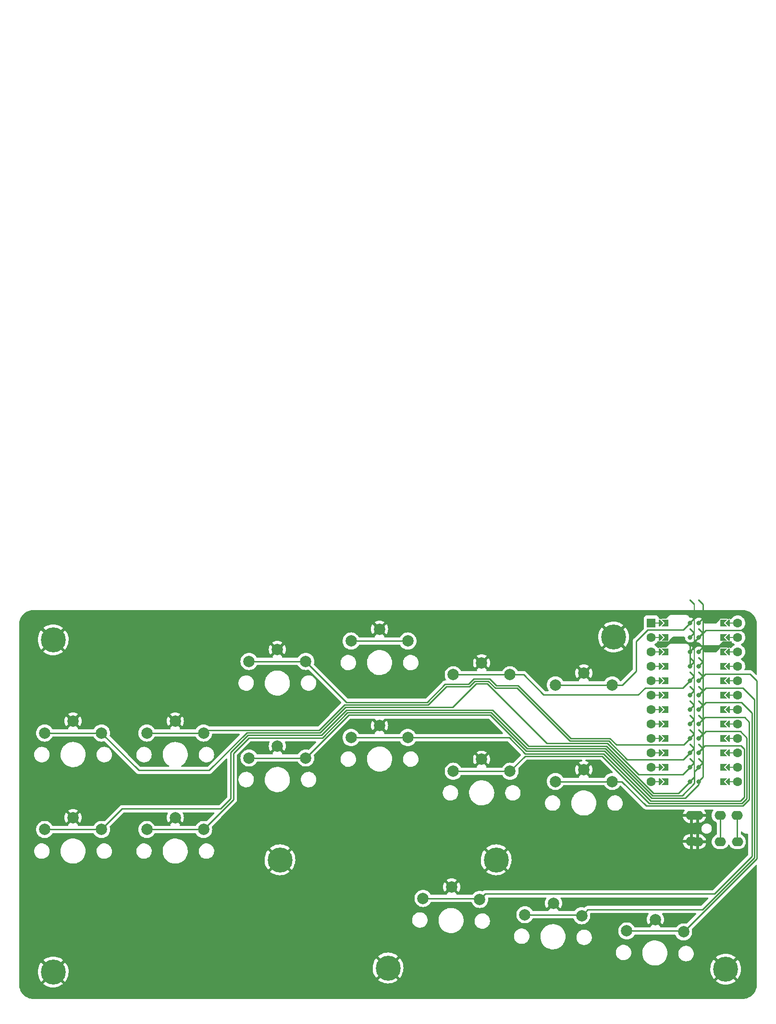
<source format=gtl>
%TF.GenerationSoftware,KiCad,Pcbnew,(6.0.4)*%
%TF.CreationDate,2022-08-14T15:03:19+10:00*%
%TF.ProjectId,budgie,62756467-6965-42e6-9b69-6361645f7063,2*%
%TF.SameCoordinates,Original*%
%TF.FileFunction,Copper,L1,Top*%
%TF.FilePolarity,Positive*%
%FSLAX46Y46*%
G04 Gerber Fmt 4.6, Leading zero omitted, Abs format (unit mm)*
G04 Created by KiCad (PCBNEW (6.0.4)) date 2022-08-14 15:03:19*
%MOMM*%
%LPD*%
G01*
G04 APERTURE LIST*
G04 Aperture macros list*
%AMFreePoly0*
4,1,5,0.125000,-0.500000,-0.125000,-0.500000,-0.125000,0.500000,0.125000,0.500000,0.125000,-0.500000,0.125000,-0.500000,$1*%
%AMFreePoly1*
4,1,6,0.600000,0.200000,0.000000,-0.400000,-0.600000,0.200000,-0.600000,0.400000,0.600000,0.400000,0.600000,0.200000,0.600000,0.200000,$1*%
%AMFreePoly2*
4,1,6,0.600000,-0.250000,-0.600000,-0.250000,-0.600000,1.000000,0.000000,0.400000,0.600000,1.000000,0.600000,-0.250000,0.600000,-0.250000,$1*%
%AMFreePoly3*
4,1,49,0.088388,4.152388,0.850389,3.390388,0.863708,3.372551,0.867189,3.369530,0.867982,3.366827,0.871852,3.361644,0.878333,3.331543,0.887000,3.302000,0.887000,0.762000,0.883805,0.739969,0.884131,0.735371,0.882780,0.732898,0.881852,0.726498,0.865154,0.700638,0.850389,0.673612,0.088388,-0.088388,0.064607,-0.106146,0.062500,-0.108253,0.061385,-0.108552,0.059644,-0.109852,
0.043810,-0.113261,0.000000,-0.125000,-0.004774,-0.123721,-0.009154,-0.124664,-0.028953,-0.117242,-0.062500,-0.108253,-0.068237,-0.102516,-0.075052,-0.099961,-0.087614,-0.083139,-0.108253,-0.062500,-0.111178,-0.051584,-0.117161,-0.043572,-0.118539,-0.024114,-0.125000,0.000000,-0.121239,0.014035,-0.122131,0.026629,-0.113759,0.041953,-0.108253,0.062500,-0.095642,0.075111,-0.088388,0.088388,
0.637000,0.813777,0.637000,3.250223,-0.088388,3.975612,-0.109852,4.004356,-0.124664,4.073154,-0.099961,4.139052,-0.043572,4.181161,0.026629,4.186131,0.088388,4.152388,0.088388,4.152388,$1*%
%AMFreePoly4*
4,1,49,0.088388,4.152388,0.854389,3.386388,0.867708,3.368551,0.871189,3.365530,0.871982,3.362827,0.875852,3.357644,0.882333,3.327543,0.891000,3.298000,0.891000,0.766000,0.887805,0.743969,0.888131,0.739371,0.886780,0.736898,0.885852,0.730498,0.869154,0.704638,0.854389,0.677612,0.088388,-0.088388,0.064607,-0.106146,0.062500,-0.108253,0.061385,-0.108552,0.059644,-0.109852,
0.043810,-0.113261,0.000000,-0.125000,-0.004774,-0.123721,-0.009154,-0.124664,-0.028953,-0.117242,-0.062500,-0.108253,-0.068237,-0.102516,-0.075052,-0.099961,-0.087614,-0.083139,-0.108253,-0.062500,-0.111178,-0.051584,-0.117161,-0.043572,-0.118539,-0.024114,-0.125000,0.000000,-0.121239,0.014035,-0.122131,0.026629,-0.113759,0.041953,-0.108253,0.062500,-0.095642,0.075111,-0.088388,0.088388,
0.641000,0.817777,0.641000,3.246223,-0.088388,3.975612,-0.109852,4.004356,-0.124664,4.073154,-0.099961,4.139052,-0.043572,4.181161,0.026629,4.186131,0.088388,4.152388,0.088388,4.152388,$1*%
G04 Aperture macros list end*
%TA.AperFunction,ComponentPad*%
%ADD10C,2.000000*%
%TD*%
%TA.AperFunction,ComponentPad*%
%ADD11C,4.400000*%
%TD*%
%TA.AperFunction,SMDPad,CuDef*%
%ADD12FreePoly0,270.000000*%
%TD*%
%TA.AperFunction,ComponentPad*%
%ADD13C,1.600000*%
%TD*%
%TA.AperFunction,SMDPad,CuDef*%
%ADD14FreePoly1,270.000000*%
%TD*%
%TA.AperFunction,SMDPad,CuDef*%
%ADD15FreePoly0,90.000000*%
%TD*%
%TA.AperFunction,SMDPad,CuDef*%
%ADD16FreePoly1,90.000000*%
%TD*%
%TA.AperFunction,ComponentPad*%
%ADD17R,1.600000X1.600000*%
%TD*%
%TA.AperFunction,ComponentPad*%
%ADD18C,0.800000*%
%TD*%
%TA.AperFunction,SMDPad,CuDef*%
%ADD19FreePoly2,90.000000*%
%TD*%
%TA.AperFunction,SMDPad,CuDef*%
%ADD20FreePoly3,90.000000*%
%TD*%
%TA.AperFunction,SMDPad,CuDef*%
%ADD21FreePoly4,270.000000*%
%TD*%
%TA.AperFunction,SMDPad,CuDef*%
%ADD22FreePoly2,270.000000*%
%TD*%
%TA.AperFunction,ComponentPad*%
%ADD23O,2.000000X1.600000*%
%TD*%
%TA.AperFunction,Conductor*%
%ADD24C,0.250000*%
%TD*%
G04 APERTURE END LIST*
D10*
%TO.P,S11,1*%
%TO.N,GND*%
X148000000Y-72850000D03*
%TO.P,S11,2*%
%TO.N,matrix_inner_bottom*%
X153000000Y-74950000D03*
X143000000Y-74950000D03*
%TD*%
D11*
%TO.P,REF\u002A\u002A,1*%
%TO.N,GND*%
X113500000Y-107800000D03*
X94450000Y-88750000D03*
X132550000Y-88750000D03*
%TD*%
D10*
%TO.P,S7,1*%
%TO.N,GND*%
X112000000Y-65110000D03*
%TO.P,S7,2*%
%TO.N,matrix_middle_bottom*%
X107000000Y-67210000D03*
X117000000Y-67210000D03*
%TD*%
%TO.P,S13,1*%
%TO.N,GND*%
X124702969Y-93533132D03*
%TO.P,S13,2*%
%TO.N,thumb_tucky*%
X129665558Y-95720074D03*
X119667081Y-95545550D03*
%TD*%
%TO.P,S8,1*%
%TO.N,GND*%
X112000000Y-48110000D03*
%TO.P,S8,2*%
%TO.N,matrix_middle_home*%
X107000000Y-50210000D03*
X117000000Y-50210000D03*
%TD*%
%TO.P,S3,1*%
%TO.N,GND*%
X76000000Y-81310000D03*
%TO.P,S3,2*%
%TO.N,matrix_pinky_bottom*%
X81000000Y-83410000D03*
X71000000Y-83410000D03*
%TD*%
%TO.P,S9,1*%
%TO.N,GND*%
X130000000Y-71050000D03*
%TO.P,S9,2*%
%TO.N,matrix_index_bottom*%
X125000000Y-73150000D03*
X135000000Y-73150000D03*
%TD*%
%TO.P,S6,1*%
%TO.N,GND*%
X94000000Y-51710000D03*
%TO.P,S6,2*%
%TO.N,matrix_ring_home*%
X89000000Y-53810000D03*
X99000000Y-53810000D03*
%TD*%
D11*
%TO.P,,1*%
%TO.N,GND*%
X173000000Y-108000000D03*
%TD*%
D10*
%TO.P,S5,1*%
%TO.N,GND*%
X94000000Y-68710000D03*
%TO.P,S5,2*%
%TO.N,matrix_ring_bottom*%
X89000000Y-70810000D03*
X99000000Y-70810000D03*
%TD*%
D11*
%TO.P,,1*%
%TO.N,GND*%
X153250000Y-49500000D03*
%TD*%
D10*
%TO.P,S10,1*%
%TO.N,GND*%
X130000000Y-54050000D03*
%TO.P,S10,2*%
%TO.N,matrix_index_home*%
X125000000Y-56150000D03*
X135000000Y-56150000D03*
%TD*%
%TO.P,S12,1*%
%TO.N,GND*%
X148000000Y-55850000D03*
%TO.P,S12,2*%
%TO.N,matrix_inner_home*%
X143000000Y-57950000D03*
X153000000Y-57950000D03*
%TD*%
D12*
%TO.P,U1,*%
%TO.N,*%
X173850000Y-67350000D03*
D13*
X159880000Y-72430000D03*
D14*
X173342000Y-67350000D03*
X173342000Y-52110000D03*
D15*
X161150000Y-72430000D03*
D13*
X175120000Y-62270000D03*
X159880000Y-49570000D03*
D16*
X161658000Y-49570000D03*
D15*
X161150000Y-64810000D03*
D12*
X173850000Y-59730000D03*
D16*
X161658000Y-57190000D03*
D13*
X175120000Y-47030000D03*
D16*
X161658000Y-72430000D03*
D15*
X161150000Y-59730000D03*
D13*
X159880000Y-52110000D03*
X175120000Y-49570000D03*
D14*
X173342000Y-62270000D03*
D13*
X175120000Y-67350000D03*
D17*
X159880000Y-47030000D03*
D12*
X173850000Y-54650000D03*
D16*
X161658000Y-54650000D03*
D12*
X173850000Y-69890000D03*
D13*
X159880000Y-57190000D03*
D12*
X173850000Y-64810000D03*
D16*
X161658000Y-47030000D03*
D13*
X175120000Y-64810000D03*
D12*
X173850000Y-57190000D03*
D13*
X175120000Y-54650000D03*
D12*
X173850000Y-74970000D03*
D13*
X175120000Y-72430000D03*
X159880000Y-59730000D03*
D14*
X173342000Y-72430000D03*
D16*
X161658000Y-52110000D03*
D14*
X173342000Y-57190000D03*
X173342000Y-59730000D03*
X173342000Y-69890000D03*
D16*
X161658000Y-74970000D03*
D15*
X161150000Y-57190000D03*
X161150000Y-74970000D03*
X161150000Y-67350000D03*
D16*
X161658000Y-69890000D03*
D13*
X159880000Y-67350000D03*
X175120000Y-74970000D03*
D12*
X173850000Y-72430000D03*
D16*
X161658000Y-67350000D03*
D15*
X161150000Y-52110000D03*
D13*
X159880000Y-64810000D03*
D15*
X161150000Y-54650000D03*
D12*
X173850000Y-52110000D03*
D14*
X173342000Y-49570000D03*
D16*
X161658000Y-62270000D03*
D13*
X159880000Y-54650000D03*
D15*
X161150000Y-62270000D03*
X161150000Y-47030000D03*
D13*
X175120000Y-59730000D03*
X175120000Y-52110000D03*
D12*
X173850000Y-49570000D03*
D14*
X173342000Y-47030000D03*
D13*
X175120000Y-69890000D03*
X175120000Y-57190000D03*
D16*
X161658000Y-59730000D03*
D13*
X159880000Y-62270000D03*
D12*
X173850000Y-47030000D03*
D13*
X159880000Y-74970000D03*
D15*
X161150000Y-49570000D03*
D16*
X161658000Y-64810000D03*
D14*
X173342000Y-74970000D03*
X173342000Y-64810000D03*
D12*
X173850000Y-62270000D03*
D13*
X159880000Y-69890000D03*
D14*
X173342000Y-54650000D03*
D13*
X159880000Y-47030000D03*
D15*
X161150000Y-69890000D03*
D18*
%TO.P,U1,1*%
%TO.N,matrix_inner_home*%
X166738000Y-47030000D03*
D19*
%TO.N,N/C*%
X162674000Y-47030000D03*
D20*
%TO.N,matrix_inner_home*%
X166738000Y-47030000D03*
%TO.P,U1,2*%
%TO.N,RX*%
X166738000Y-49570000D03*
D19*
%TO.N,N/C*%
X162674000Y-49570000D03*
D18*
%TO.N,RX*%
X166738000Y-49570000D03*
%TO.P,U1,3*%
%TO.N,GND*%
X166738000Y-52110000D03*
D19*
%TO.N,N/C*%
X162674000Y-52110000D03*
D20*
%TO.N,GND*%
X166738000Y-52110000D03*
%TO.P,U1,4*%
X166738000Y-54650000D03*
D18*
X166738000Y-54650000D03*
D19*
%TO.N,N/C*%
X162674000Y-54650000D03*
D18*
%TO.P,U1,5*%
%TO.N,matrix_index_home*%
X166738000Y-57190000D03*
D20*
X166738000Y-57190000D03*
D19*
%TO.N,N/C*%
X162674000Y-57190000D03*
D20*
%TO.P,U1,6*%
X166738000Y-59730000D03*
D18*
X166738000Y-59730000D03*
D19*
X162674000Y-59730000D03*
%TO.P,U1,7*%
X162674000Y-62270000D03*
D20*
X166738000Y-62270000D03*
D18*
X166738000Y-62270000D03*
D20*
%TO.P,U1,8*%
X166738000Y-64810000D03*
D19*
X162674000Y-64810000D03*
D18*
X166738000Y-64810000D03*
%TO.P,U1,9*%
%TO.N,matrix_ring_home*%
X166738000Y-67350000D03*
D20*
X166738000Y-67350000D03*
D19*
%TO.N,N/C*%
X162674000Y-67350000D03*
%TO.P,U1,10*%
X162674000Y-69890000D03*
D20*
%TO.N,matrix_pinky_home*%
X166738000Y-69890000D03*
D18*
X166738000Y-69890000D03*
D19*
%TO.P,U1,11*%
%TO.N,N/C*%
X162674000Y-72430000D03*
D18*
%TO.N,matrix_outer_home*%
X166738000Y-72430000D03*
D20*
X166738000Y-72430000D03*
D19*
%TO.P,U1,12*%
%TO.N,N/C*%
X162674000Y-74970000D03*
D18*
%TO.N,matrix_outer_bottom*%
X166738000Y-74970000D03*
D20*
X166738000Y-74970000D03*
D21*
%TO.P,U1,13*%
%TO.N,matrix_ring_bottom*%
X168262000Y-74970000D03*
D18*
X168262000Y-74970000D03*
D22*
%TO.N,N/C*%
X172326000Y-74970000D03*
%TO.P,U1,14*%
X172326000Y-72430000D03*
D21*
%TO.N,matrix_pinky_bottom*%
X168262000Y-72430000D03*
D18*
X168262000Y-72430000D03*
D21*
%TO.P,U1,15*%
%TO.N,matrix_middle_bottom*%
X168262000Y-69890000D03*
D22*
%TO.N,N/C*%
X172326000Y-69890000D03*
D18*
%TO.N,matrix_middle_bottom*%
X168262000Y-69890000D03*
D21*
%TO.P,U1,16*%
%TO.N,matrix_index_bottom*%
X168262000Y-67350000D03*
D18*
X168262000Y-67350000D03*
D22*
%TO.N,N/C*%
X172326000Y-67350000D03*
D18*
%TO.P,U1,17*%
%TO.N,matrix_inner_bottom*%
X168262000Y-64810000D03*
D21*
X168262000Y-64810000D03*
D22*
%TO.N,N/C*%
X172326000Y-64810000D03*
%TO.P,U1,18*%
X172326000Y-62270000D03*
D21*
%TO.N,thumb_tucky*%
X168262000Y-62270000D03*
D18*
X168262000Y-62270000D03*
D22*
%TO.P,U1,19*%
%TO.N,N/C*%
X172326000Y-59730000D03*
D18*
%TO.N,thumb_homey*%
X168262000Y-59730000D03*
D21*
X168262000Y-59730000D03*
D22*
%TO.P,U1,20*%
%TO.N,N/C*%
X172326000Y-57190000D03*
D18*
%TO.N,thumb_reachy*%
X168262000Y-57190000D03*
D21*
X168262000Y-57190000D03*
%TO.P,U1,21*%
%TO.N,N/C*%
X168262000Y-54650000D03*
D22*
X172326000Y-54650000D03*
D18*
%TO.N,VCC*%
X168262000Y-54650000D03*
D22*
%TO.P,U1,22*%
%TO.N,N/C*%
X172326000Y-52110000D03*
D21*
X168262000Y-52110000D03*
D18*
%TO.N,RESET*%
X168262000Y-52110000D03*
%TO.P,U1,23*%
%TO.N,GND*%
X168262000Y-49570000D03*
D21*
X168262000Y-49570000D03*
D22*
%TO.N,N/C*%
X172326000Y-49570000D03*
D21*
%TO.P,U1,24*%
X168262000Y-47030000D03*
D22*
X172326000Y-47030000D03*
D18*
%TO.N,RAW*%
X168262000Y-47030000D03*
%TD*%
D10*
%TO.P,S2,1*%
%TO.N,GND*%
X58000000Y-64310000D03*
%TO.P,S2,2*%
%TO.N,matrix_outer_home*%
X53000000Y-66410000D03*
X63000000Y-66410000D03*
%TD*%
%TO.P,S4,1*%
%TO.N,GND*%
X76000000Y-64310000D03*
%TO.P,S4,2*%
%TO.N,matrix_pinky_home*%
X71000000Y-66410000D03*
X81000000Y-66410000D03*
%TD*%
%TO.P,S1,1*%
%TO.N,GND*%
X58000000Y-81310000D03*
%TO.P,S1,2*%
%TO.N,matrix_outer_bottom*%
X63000000Y-83410000D03*
X53000000Y-83410000D03*
%TD*%
D11*
%TO.P,,1*%
%TO.N,GND*%
X54500000Y-108500000D03*
%TD*%
D23*
%TO.P,J2,R1*%
%TO.N,RX*%
X172030000Y-80920000D03*
X172050000Y-85550000D03*
%TO.P,J2,R2*%
%TO.N,VCC*%
X175050000Y-85550000D03*
X175030000Y-80920000D03*
%TO.P,J2,S*%
%TO.N,GND*%
X166950000Y-80950000D03*
X166930000Y-85520000D03*
%TO.P,J2,T*%
X168030000Y-80920000D03*
X168050000Y-85550000D03*
%TD*%
D11*
%TO.P,,1*%
%TO.N,GND*%
X54500000Y-50000000D03*
%TD*%
D10*
%TO.P,S14,1*%
%TO.N,GND*%
X142655724Y-96396887D03*
%TO.P,S14,2*%
%TO.N,thumb_homey*%
X137619836Y-98409305D03*
X147618313Y-98583829D03*
%TD*%
%TO.P,S15,1*%
%TO.N,GND*%
X160608479Y-99260642D03*
%TO.P,S15,2*%
%TO.N,thumb_reachy*%
X165571068Y-101447584D03*
X155572591Y-101273060D03*
%TD*%
D24*
%TO.N,GND*%
X166738000Y-51094000D02*
X168262000Y-49570000D01*
X169486560Y-48345440D02*
X176595440Y-48345440D01*
X166738000Y-52110000D02*
X166738000Y-51094000D01*
X166738000Y-54650000D02*
X166738000Y-52110000D01*
X168262000Y-49570000D02*
X169486560Y-48345440D01*
%TO.N,matrix_outer_bottom*%
X85800480Y-77973802D02*
X85800480Y-69813803D01*
X85800480Y-69813803D02*
X88813803Y-66800480D01*
X63000000Y-83410000D02*
X66647859Y-79762141D01*
X84012141Y-79762141D02*
X85800480Y-77973802D01*
X138234010Y-68701920D02*
X151994788Y-68701920D01*
X66647859Y-79762141D02*
X84012141Y-79762141D01*
X164705600Y-77002400D02*
X166738000Y-74970000D01*
X88813803Y-66800480D02*
X101738084Y-66800480D01*
X53000000Y-83410000D02*
X63000000Y-83410000D01*
X101738084Y-66800480D02*
X106187606Y-62350960D01*
X160295270Y-77002400D02*
X164705600Y-77002400D01*
X106187606Y-62350960D02*
X131883049Y-62350960D01*
X131883049Y-62350960D02*
X138234010Y-68701920D01*
X151994788Y-68701920D02*
X160295270Y-77002400D01*
%TO.N,matrix_outer_home*%
X124848560Y-61901440D02*
X129000000Y-57750000D01*
X156714293Y-72785707D02*
X157678586Y-73750000D01*
X141502400Y-68252400D02*
X152180985Y-68252400D01*
X69590000Y-73000000D02*
X81978566Y-73000000D01*
X152180985Y-68252400D02*
X156714293Y-72785707D01*
X88627606Y-66350960D02*
X101551886Y-66350960D01*
X129000000Y-57750000D02*
X131000000Y-57750000D01*
X106001409Y-61901440D02*
X124848560Y-61901440D01*
X165418000Y-73750000D02*
X161000000Y-73750000D01*
X166738000Y-72430000D02*
X165418000Y-73750000D01*
X63000000Y-66410000D02*
X69590000Y-73000000D01*
X53000000Y-66410000D02*
X63000000Y-66410000D01*
X131000000Y-57750000D02*
X141502400Y-68252400D01*
X157678586Y-73750000D02*
X161250000Y-73750000D01*
X81978566Y-73000000D02*
X88627606Y-66350960D01*
X101551886Y-66350960D02*
X106001409Y-61901440D01*
%TO.N,matrix_pinky_bottom*%
X167499886Y-73250114D02*
X167499886Y-75276397D01*
X138047812Y-69151440D02*
X131696853Y-62800480D01*
X151808591Y-69151440D02*
X138047812Y-69151440D01*
X168262000Y-72430000D02*
X168262000Y-72488000D01*
X86250000Y-70000000D02*
X86250000Y-78160000D01*
X89000000Y-67250000D02*
X86250000Y-70000000D01*
X165324363Y-77451920D02*
X160109072Y-77451920D01*
X167499886Y-75276397D02*
X165324363Y-77451920D01*
X101924282Y-67250000D02*
X89000000Y-67250000D01*
X160109072Y-77451920D02*
X151808591Y-69151440D01*
X71000000Y-83410000D02*
X81000000Y-83410000D01*
X86250000Y-78160000D02*
X81000000Y-83410000D01*
X131696853Y-62800480D02*
X106373803Y-62800480D01*
X106373803Y-62800480D02*
X101924282Y-67250000D01*
X168262000Y-72488000D02*
X167499886Y-73250114D01*
%TO.N,matrix_pinky_home*%
X105815208Y-61451920D02*
X120548080Y-61451920D01*
X155640010Y-71075706D02*
X165552294Y-71075706D01*
X101365688Y-65901440D02*
X105815208Y-61451920D01*
X81508560Y-65901440D02*
X101365688Y-65901440D01*
X145552880Y-67802880D02*
X152367183Y-67802880D01*
X120548080Y-61451920D02*
X123750000Y-58250000D01*
X136250000Y-58500000D02*
X145552880Y-67802880D01*
X127864282Y-58250000D02*
X128813802Y-57300480D01*
X132385718Y-58500000D02*
X136250000Y-58500000D01*
X128813802Y-57300480D02*
X131186197Y-57300480D01*
X152367183Y-67802880D02*
X155640010Y-71075706D01*
X71000000Y-66410000D02*
X81000000Y-66410000D01*
X123750000Y-58250000D02*
X127864282Y-58250000D01*
X165552294Y-71075706D02*
X166738000Y-69890000D01*
X81000000Y-66410000D02*
X81508560Y-65901440D01*
X131186197Y-57300480D02*
X132385718Y-58500000D01*
%TO.N,matrix_ring_bottom*%
X159922874Y-77901440D02*
X165848560Y-77901440D01*
X106560000Y-63250000D02*
X131510655Y-63250000D01*
X99000000Y-70810000D02*
X106560000Y-63250000D01*
X165848560Y-77901440D02*
X168262000Y-75488000D01*
X89000000Y-70810000D02*
X99000000Y-70810000D01*
X151622394Y-69600960D02*
X159922874Y-77901440D01*
X131510655Y-63250000D02*
X137861616Y-69600960D01*
X168262000Y-75488000D02*
X168262000Y-74970000D01*
X137861616Y-69600960D02*
X151622394Y-69600960D01*
%TO.N,matrix_ring_home*%
X136436197Y-58050480D02*
X138692859Y-60307141D01*
X153743421Y-68493421D02*
X165594579Y-68493421D01*
X165594579Y-68493421D02*
X166738000Y-67350000D01*
X120361882Y-61002400D02*
X123563803Y-57800480D01*
X106192400Y-61002400D02*
X120361882Y-61002400D01*
X138692859Y-60307141D02*
X145739078Y-67353360D01*
X145739078Y-67353360D02*
X152603360Y-67353360D01*
X132571916Y-58050480D02*
X136436197Y-58050480D01*
X99000000Y-53810000D02*
X89000000Y-53810000D01*
X152603360Y-67353360D02*
X153743421Y-68493421D01*
X123563803Y-57800480D02*
X127678084Y-57800480D01*
X127678084Y-57800480D02*
X128627605Y-56850960D01*
X128627605Y-56850960D02*
X131372395Y-56850960D01*
X99000000Y-53810000D02*
X106192400Y-61002400D01*
X131372395Y-56850960D02*
X132571916Y-58050480D01*
%TO.N,matrix_middle_bottom*%
X117000000Y-67210000D02*
X134834938Y-67210000D01*
X175627604Y-78350960D02*
X176252400Y-77726164D01*
X176252400Y-69250000D02*
X175656703Y-68654303D01*
X134834938Y-67210000D02*
X137675418Y-70050480D01*
X169345697Y-68654303D02*
X168262000Y-69738000D01*
X176252400Y-77726164D02*
X176252400Y-69250000D01*
X175656703Y-68654303D02*
X169345697Y-68654303D01*
X107000000Y-67210000D02*
X117000000Y-67210000D01*
X137675418Y-70050480D02*
X151436197Y-70050480D01*
X168262000Y-69738000D02*
X168262000Y-69890000D01*
X151436197Y-70050480D02*
X159736678Y-78350960D01*
X159736678Y-78350960D02*
X175627604Y-78350960D01*
%TO.N,matrix_middle_home*%
X117000000Y-50210000D02*
X107000000Y-50210000D01*
%TO.N,matrix_index_bottom*%
X175570327Y-66118407D02*
X169493593Y-66118407D01*
X169493593Y-66118407D02*
X168262000Y-67350000D01*
X159550480Y-78800480D02*
X175813802Y-78800480D01*
X135000000Y-73150000D02*
X137650000Y-70500000D01*
X176701920Y-77912362D02*
X176701920Y-67250000D01*
X151250000Y-70500000D02*
X159550480Y-78800480D01*
X175813802Y-78800480D02*
X176701920Y-77912362D01*
X137650000Y-70500000D02*
X151250000Y-70500000D01*
X176701920Y-67250000D02*
X175570327Y-66118407D01*
X125000000Y-73150000D02*
X135000000Y-73150000D01*
%TO.N,matrix_index_home*%
X158796786Y-58453214D02*
X165474786Y-58453214D01*
X165474786Y-58453214D02*
X166738000Y-57190000D01*
X140925479Y-59675479D02*
X157574521Y-59675479D01*
X135000000Y-56150000D02*
X137400000Y-56150000D01*
X157574521Y-59675479D02*
X158796786Y-58453214D01*
X137400000Y-56150000D02*
X140925479Y-59675479D01*
X125000000Y-56150000D02*
X135000000Y-56150000D01*
%TO.N,matrix_inner_bottom*%
X154700000Y-74950000D02*
X159000000Y-79250000D01*
X177151440Y-78098560D02*
X177151440Y-64500000D01*
X177151440Y-64500000D02*
X176336929Y-63685489D01*
X176336929Y-63685489D02*
X169314511Y-63685489D01*
X153000000Y-74950000D02*
X154700000Y-74950000D01*
X143000000Y-74950000D02*
X153000000Y-74950000D01*
X159000000Y-79250000D02*
X176000000Y-79250000D01*
X169314511Y-63685489D02*
X168750000Y-64250000D01*
X176000000Y-79250000D02*
X177151440Y-78098560D01*
%TO.N,matrix_inner_home*%
X159250000Y-48250000D02*
X165500000Y-48250000D01*
X166000000Y-47750000D02*
X166018000Y-47750000D01*
X166018000Y-47750000D02*
X166738000Y-47030000D01*
X157250000Y-55500000D02*
X157250000Y-50250000D01*
X153000000Y-57950000D02*
X154800000Y-57950000D01*
X154800000Y-57950000D02*
X157250000Y-55500000D01*
X143000000Y-57950000D02*
X153000000Y-57950000D01*
X157250000Y-50250000D02*
X159250000Y-48250000D01*
X165500000Y-48250000D02*
X166000000Y-47750000D01*
%TO.N,thumb_tucky*%
X168262000Y-62270000D02*
X169532000Y-61000000D01*
X171027142Y-94720074D02*
X177600960Y-88146256D01*
X177600960Y-62850960D02*
X177600960Y-64500000D01*
X169532000Y-61000000D02*
X175750000Y-61000000D01*
X177600960Y-88146256D02*
X177600960Y-64250000D01*
X175750000Y-61000000D02*
X177600960Y-62850960D01*
X129491034Y-95545550D02*
X129665558Y-95720074D01*
X129665558Y-95720074D02*
X130665558Y-94720074D01*
X119667081Y-95545550D02*
X129491034Y-95545550D01*
X130665558Y-94720074D02*
X171027142Y-94720074D01*
%TO.N,thumb_homey*%
X178050480Y-60550480D02*
X178050480Y-88332454D01*
X148702142Y-97500000D02*
X147618313Y-98583829D01*
X168262000Y-59730000D02*
X169492000Y-58500000D01*
X169492000Y-58500000D02*
X176000000Y-58500000D01*
X137619836Y-98409305D02*
X147443789Y-98409305D01*
X168882934Y-97500000D02*
X148702142Y-97500000D01*
X178050480Y-88332454D02*
X168882934Y-97500000D01*
X176000000Y-58500000D02*
X178050480Y-60550480D01*
X147443789Y-98409305D02*
X147618313Y-98583829D01*
%TO.N,thumb_reachy*%
X165396544Y-101273060D02*
X165571068Y-101447584D01*
X168262000Y-57190000D02*
X169452000Y-56000000D01*
X169452000Y-56000000D02*
X177250000Y-56000000D01*
X178500000Y-57250000D02*
X178500000Y-88518652D01*
X178500000Y-88518652D02*
X165571068Y-101447584D01*
X155572591Y-101273060D02*
X165396544Y-101273060D01*
X177250000Y-56000000D02*
X178500000Y-57250000D01*
%TO.N,VCC*%
X175030000Y-80920000D02*
X175030000Y-85530000D01*
X175030000Y-85530000D02*
X175050000Y-85550000D01*
%TO.N,RX*%
X172050000Y-85550000D02*
X172050000Y-80940000D01*
X172050000Y-80940000D02*
X172030000Y-80920000D01*
%TD*%
%TA.AperFunction,Conductor*%
%TO.N,GND*%
G36*
X175970018Y-44760000D02*
G01*
X175984851Y-44762310D01*
X175984855Y-44762310D01*
X175993724Y-44763691D01*
X176010923Y-44761442D01*
X176034863Y-44760609D01*
X176292710Y-44776206D01*
X176307814Y-44778040D01*
X176379786Y-44791229D01*
X176588760Y-44829525D01*
X176603526Y-44833164D01*
X176876231Y-44918142D01*
X176890445Y-44923534D01*
X177108223Y-45021547D01*
X177150906Y-45040757D01*
X177164379Y-45047828D01*
X177408813Y-45195595D01*
X177421334Y-45204238D01*
X177646171Y-45380385D01*
X177657560Y-45390475D01*
X177859525Y-45592440D01*
X177869614Y-45603828D01*
X177889547Y-45629271D01*
X178045762Y-45828666D01*
X178054405Y-45841187D01*
X178202172Y-46085621D01*
X178209242Y-46099092D01*
X178326466Y-46359555D01*
X178331858Y-46373769D01*
X178396358Y-46580757D01*
X178416836Y-46646473D01*
X178420475Y-46661240D01*
X178447579Y-46809142D01*
X178471960Y-46942186D01*
X178473794Y-46957290D01*
X178488953Y-47207904D01*
X178487692Y-47234716D01*
X178487690Y-47234852D01*
X178486309Y-47243724D01*
X178487473Y-47252626D01*
X178487473Y-47252628D01*
X178490436Y-47275283D01*
X178491500Y-47291621D01*
X178491500Y-56041405D01*
X178471498Y-56109526D01*
X178417842Y-56156019D01*
X178347568Y-56166123D01*
X178282988Y-56136629D01*
X178276404Y-56130500D01*
X178115659Y-55969754D01*
X177753647Y-55607742D01*
X177746113Y-55599463D01*
X177742000Y-55592982D01*
X177692348Y-55546356D01*
X177689507Y-55543602D01*
X177669770Y-55523865D01*
X177666573Y-55521385D01*
X177657551Y-55513680D01*
X177631100Y-55488841D01*
X177625321Y-55483414D01*
X177618375Y-55479595D01*
X177618372Y-55479593D01*
X177607566Y-55473652D01*
X177591047Y-55462801D01*
X177590583Y-55462441D01*
X177575041Y-55450386D01*
X177567772Y-55447241D01*
X177567768Y-55447238D01*
X177534463Y-55432826D01*
X177523813Y-55427609D01*
X177485060Y-55406305D01*
X177465437Y-55401267D01*
X177446734Y-55394863D01*
X177435420Y-55389967D01*
X177435419Y-55389967D01*
X177428145Y-55386819D01*
X177420322Y-55385580D01*
X177420312Y-55385577D01*
X177384476Y-55379901D01*
X177372856Y-55377495D01*
X177337711Y-55368472D01*
X177337710Y-55368472D01*
X177330030Y-55366500D01*
X177309776Y-55366500D01*
X177290065Y-55364949D01*
X177277886Y-55363020D01*
X177270057Y-55361780D01*
X177262165Y-55362526D01*
X177226039Y-55365941D01*
X177214181Y-55366500D01*
X176427441Y-55366500D01*
X176359320Y-55346498D01*
X176312827Y-55292842D01*
X176302723Y-55222568D01*
X176313246Y-55187250D01*
X176351961Y-55104226D01*
X176351963Y-55104220D01*
X176354284Y-55099243D01*
X176355861Y-55093360D01*
X176412119Y-54883402D01*
X176412119Y-54883400D01*
X176413543Y-54878087D01*
X176433498Y-54650000D01*
X176413543Y-54421913D01*
X176394998Y-54352702D01*
X176355707Y-54206067D01*
X176355706Y-54206065D01*
X176354284Y-54200757D01*
X176345247Y-54181377D01*
X176259849Y-53998238D01*
X176259846Y-53998233D01*
X176257523Y-53993251D01*
X176163437Y-53858882D01*
X176129357Y-53810211D01*
X176129355Y-53810208D01*
X176126198Y-53805700D01*
X175964300Y-53643802D01*
X175959792Y-53640645D01*
X175959789Y-53640643D01*
X175863597Y-53573289D01*
X175776749Y-53512477D01*
X175771767Y-53510154D01*
X175771762Y-53510151D01*
X175737543Y-53494195D01*
X175684258Y-53447278D01*
X175664797Y-53379001D01*
X175685339Y-53311041D01*
X175737543Y-53265805D01*
X175771762Y-53249849D01*
X175771767Y-53249846D01*
X175776749Y-53247523D01*
X175884258Y-53172244D01*
X175959789Y-53119357D01*
X175959792Y-53119355D01*
X175964300Y-53116198D01*
X176126198Y-52954300D01*
X176133088Y-52944461D01*
X176213437Y-52829710D01*
X176257523Y-52766749D01*
X176259846Y-52761767D01*
X176259849Y-52761762D01*
X176351961Y-52564225D01*
X176351961Y-52564224D01*
X176354284Y-52559243D01*
X176355790Y-52553625D01*
X176412119Y-52343402D01*
X176412119Y-52343400D01*
X176413543Y-52338087D01*
X176433498Y-52110000D01*
X176413543Y-51881913D01*
X176405730Y-51852753D01*
X176355707Y-51666067D01*
X176355706Y-51666065D01*
X176354284Y-51660757D01*
X176348851Y-51649105D01*
X176259849Y-51458238D01*
X176259846Y-51458233D01*
X176257523Y-51453251D01*
X176163437Y-51318882D01*
X176129357Y-51270211D01*
X176129355Y-51270208D01*
X176126198Y-51265700D01*
X175964300Y-51103802D01*
X175959792Y-51100645D01*
X175959789Y-51100643D01*
X175855811Y-51027837D01*
X175776749Y-50972477D01*
X175771767Y-50970154D01*
X175771762Y-50970151D01*
X175737543Y-50954195D01*
X175684258Y-50907278D01*
X175664797Y-50839001D01*
X175685339Y-50771041D01*
X175737543Y-50725805D01*
X175771762Y-50709849D01*
X175771767Y-50709846D01*
X175776749Y-50707523D01*
X175881611Y-50634098D01*
X175959789Y-50579357D01*
X175959792Y-50579355D01*
X175964300Y-50576198D01*
X176126198Y-50414300D01*
X176161557Y-50363803D01*
X176199668Y-50309374D01*
X176257523Y-50226749D01*
X176259846Y-50221767D01*
X176259849Y-50221762D01*
X176351961Y-50024225D01*
X176351961Y-50024224D01*
X176354284Y-50019243D01*
X176358646Y-50002966D01*
X176412119Y-49803402D01*
X176412119Y-49803400D01*
X176413543Y-49798087D01*
X176433498Y-49570000D01*
X176413543Y-49341913D01*
X176385678Y-49237919D01*
X176355707Y-49126067D01*
X176355706Y-49126065D01*
X176354284Y-49120757D01*
X176339484Y-49089018D01*
X176259849Y-48918238D01*
X176259846Y-48918233D01*
X176257523Y-48913251D01*
X176166154Y-48782763D01*
X176129357Y-48730211D01*
X176129355Y-48730208D01*
X176126198Y-48725700D01*
X175964300Y-48563802D01*
X175959792Y-48560645D01*
X175959789Y-48560643D01*
X175847506Y-48482022D01*
X175776749Y-48432477D01*
X175771767Y-48430154D01*
X175771762Y-48430151D01*
X175737543Y-48414195D01*
X175684258Y-48367278D01*
X175664797Y-48299001D01*
X175685339Y-48231041D01*
X175737543Y-48185805D01*
X175771762Y-48169849D01*
X175771767Y-48169846D01*
X175776749Y-48167523D01*
X175932648Y-48058361D01*
X175959789Y-48039357D01*
X175959792Y-48039355D01*
X175964300Y-48036198D01*
X176126198Y-47874300D01*
X176130222Y-47868554D01*
X176193214Y-47778592D01*
X176257523Y-47686749D01*
X176259846Y-47681767D01*
X176259849Y-47681762D01*
X176351961Y-47484225D01*
X176351961Y-47484224D01*
X176354284Y-47479243D01*
X176360488Y-47456092D01*
X176412119Y-47263402D01*
X176412119Y-47263400D01*
X176413543Y-47258087D01*
X176433498Y-47030000D01*
X176413543Y-46801913D01*
X176378255Y-46670217D01*
X176355707Y-46586067D01*
X176355706Y-46586065D01*
X176354284Y-46580757D01*
X176294152Y-46451802D01*
X176259849Y-46378238D01*
X176259846Y-46378233D01*
X176257523Y-46373251D01*
X176163437Y-46238882D01*
X176129357Y-46190211D01*
X176129355Y-46190208D01*
X176126198Y-46185700D01*
X175964300Y-46023802D01*
X175959792Y-46020645D01*
X175959789Y-46020643D01*
X175881611Y-45965902D01*
X175776749Y-45892477D01*
X175771767Y-45890154D01*
X175771762Y-45890151D01*
X175574225Y-45798039D01*
X175574224Y-45798039D01*
X175569243Y-45795716D01*
X175563935Y-45794294D01*
X175563933Y-45794293D01*
X175353402Y-45737881D01*
X175353400Y-45737881D01*
X175348087Y-45736457D01*
X175120000Y-45716502D01*
X174891913Y-45736457D01*
X174886600Y-45737881D01*
X174886598Y-45737881D01*
X174676067Y-45794293D01*
X174676065Y-45794294D01*
X174670757Y-45795716D01*
X174665776Y-45798039D01*
X174665775Y-45798039D01*
X174468238Y-45890151D01*
X174468233Y-45890154D01*
X174463251Y-45892477D01*
X174358389Y-45965902D01*
X174280211Y-46020643D01*
X174280208Y-46020645D01*
X174275700Y-46023802D01*
X174113802Y-46185700D01*
X174110645Y-46190208D01*
X174110643Y-46190211D01*
X174076563Y-46238882D01*
X174010724Y-46332911D01*
X174007481Y-46337542D01*
X173952024Y-46381870D01*
X173904268Y-46391271D01*
X173896952Y-46391271D01*
X173828831Y-46371269D01*
X173817558Y-46362184D01*
X173814457Y-46357543D01*
X173781213Y-46335331D01*
X173742000Y-46327531D01*
X173542000Y-46327531D01*
X173502787Y-46335331D01*
X173492470Y-46342224D01*
X173482217Y-46346471D01*
X173411628Y-46354060D01*
X173385783Y-46346471D01*
X173375530Y-46342224D01*
X173365213Y-46335331D01*
X173326000Y-46327531D01*
X172076000Y-46327531D01*
X172036787Y-46335331D01*
X172003543Y-46357543D01*
X171981331Y-46390787D01*
X171973531Y-46430000D01*
X171973531Y-46436187D01*
X171972924Y-46442350D01*
X171970411Y-46442103D01*
X171953529Y-46499598D01*
X171929962Y-46526772D01*
X171900085Y-46552616D01*
X171332335Y-47120366D01*
X171270023Y-47154392D01*
X171243240Y-47157271D01*
X169344760Y-47157271D01*
X169276639Y-47137269D01*
X169255665Y-47120366D01*
X169208254Y-47072955D01*
X169174228Y-47010643D01*
X169172039Y-46997031D01*
X169156232Y-46846634D01*
X169156231Y-46846631D01*
X169155542Y-46840072D01*
X169096527Y-46658444D01*
X169001040Y-46493056D01*
X168962678Y-46450450D01*
X168877675Y-46356045D01*
X168877671Y-46356041D01*
X168873253Y-46351134D01*
X168718752Y-46238882D01*
X168712724Y-46236198D01*
X168712722Y-46236197D01*
X168550319Y-46163891D01*
X168550318Y-46163891D01*
X168544288Y-46161206D01*
X168450888Y-46141353D01*
X168363944Y-46122872D01*
X168363939Y-46122872D01*
X168357487Y-46121500D01*
X168166513Y-46121500D01*
X168160061Y-46122872D01*
X168160056Y-46122872D01*
X168073112Y-46141353D01*
X167979712Y-46161206D01*
X167973682Y-46163891D01*
X167973681Y-46163891D01*
X167811278Y-46236197D01*
X167811276Y-46236198D01*
X167805248Y-46238882D01*
X167650747Y-46351134D01*
X167593635Y-46414564D01*
X167533190Y-46451802D01*
X167462206Y-46450450D01*
X167406366Y-46414564D01*
X167349253Y-46351134D01*
X167194752Y-46238882D01*
X167188724Y-46236198D01*
X167188722Y-46236197D01*
X167026319Y-46163891D01*
X167026318Y-46163891D01*
X167020288Y-46161206D01*
X166926888Y-46141353D01*
X166839944Y-46122872D01*
X166839939Y-46122872D01*
X166833487Y-46121500D01*
X166784989Y-46121500D01*
X166716868Y-46101498D01*
X166695894Y-46084595D01*
X166482149Y-45870850D01*
X166474590Y-45861452D01*
X166474322Y-45861683D01*
X166468442Y-45854869D01*
X166463587Y-45847283D01*
X166425295Y-45813960D01*
X166421582Y-45809665D01*
X166421505Y-45809754D01*
X166418221Y-45806908D01*
X166418214Y-45806915D01*
X166414930Y-45803631D01*
X166410576Y-45800371D01*
X166407854Y-45798332D01*
X166400668Y-45792528D01*
X166396758Y-45789125D01*
X166353284Y-45751292D01*
X166333618Y-45738594D01*
X166334636Y-45737018D01*
X166319293Y-45727872D01*
X166318622Y-45728911D01*
X166300145Y-45716981D01*
X166291666Y-45711506D01*
X166226960Y-45676034D01*
X166185164Y-45663709D01*
X166164870Y-45657724D01*
X166156421Y-45654904D01*
X166121750Y-45641954D01*
X166113314Y-45638803D01*
X166104330Y-45638154D01*
X166100172Y-45637247D01*
X166090864Y-45635900D01*
X166086708Y-45634674D01*
X166086101Y-45634586D01*
X166083860Y-45634424D01*
X166083847Y-45634423D01*
X166048896Y-45631903D01*
X166012394Y-45629271D01*
X166007939Y-45629271D01*
X166007939Y-45629193D01*
X166007864Y-45629190D01*
X166007878Y-45628789D01*
X165994516Y-45630220D01*
X165971960Y-45628591D01*
X165971958Y-45628591D01*
X165967472Y-45628267D01*
X165962980Y-45628585D01*
X165957740Y-45628956D01*
X165948842Y-45629271D01*
X163513072Y-45629271D01*
X163501080Y-45627970D01*
X163501054Y-45628322D01*
X163492073Y-45627661D01*
X163483280Y-45625731D01*
X163474300Y-45626354D01*
X163432638Y-45629244D01*
X163426983Y-45628834D01*
X163426991Y-45628951D01*
X163422653Y-45629261D01*
X163422653Y-45629271D01*
X163418012Y-45629271D01*
X163413554Y-45629911D01*
X163413546Y-45629912D01*
X163409274Y-45630525D01*
X163400085Y-45631503D01*
X163370265Y-45633572D01*
X163337408Y-45635852D01*
X163314520Y-45640780D01*
X163314125Y-45638944D01*
X163296820Y-45643321D01*
X163297081Y-45644535D01*
X163267908Y-45650816D01*
X163267905Y-45650817D01*
X163265707Y-45651290D01*
X163195129Y-45671867D01*
X163138034Y-45702917D01*
X163130130Y-45706862D01*
X163088185Y-45725995D01*
X163081375Y-45731887D01*
X163077664Y-45734269D01*
X163070378Y-45739710D01*
X163066673Y-45741725D01*
X163066181Y-45742092D01*
X163052128Y-45754248D01*
X163011808Y-45789125D01*
X163011799Y-45789133D01*
X163010085Y-45790616D01*
X163006935Y-45793766D01*
X163006880Y-45793711D01*
X163006816Y-45793770D01*
X163006543Y-45793477D01*
X162998113Y-45803930D01*
X162981018Y-45818721D01*
X162981008Y-45818731D01*
X162977609Y-45821672D01*
X162971540Y-45828666D01*
X162971206Y-45829051D01*
X162965135Y-45835566D01*
X162510075Y-46290626D01*
X162447763Y-46324652D01*
X162420980Y-46327531D01*
X161674000Y-46327531D01*
X161634787Y-46335331D01*
X161624470Y-46342224D01*
X161614217Y-46346471D01*
X161543628Y-46354060D01*
X161517783Y-46346471D01*
X161507530Y-46342224D01*
X161497213Y-46335331D01*
X161458000Y-46327531D01*
X161314500Y-46327531D01*
X161246379Y-46307529D01*
X161199886Y-46253873D01*
X161188500Y-46201531D01*
X161188500Y-46181866D01*
X161181745Y-46119684D01*
X161130615Y-45983295D01*
X161043261Y-45866739D01*
X160926705Y-45779385D01*
X160790316Y-45728255D01*
X160728134Y-45721500D01*
X159942634Y-45721500D01*
X159931652Y-45721021D01*
X159885475Y-45716981D01*
X159880000Y-45716502D01*
X159874525Y-45716981D01*
X159828348Y-45721021D01*
X159817366Y-45721500D01*
X159031866Y-45721500D01*
X158969684Y-45728255D01*
X158833295Y-45779385D01*
X158716739Y-45866739D01*
X158629385Y-45983295D01*
X158578255Y-46119684D01*
X158571500Y-46181866D01*
X158571500Y-46967366D01*
X158571021Y-46978348D01*
X158566502Y-47030000D01*
X158566981Y-47035475D01*
X158571021Y-47081652D01*
X158571500Y-47092634D01*
X158571500Y-47878134D01*
X158571869Y-47881531D01*
X158575334Y-47913423D01*
X158578255Y-47940316D01*
X158579095Y-47942556D01*
X158575521Y-48011019D01*
X158545735Y-48058361D01*
X157696237Y-48907858D01*
X156857747Y-49746348D01*
X156849461Y-49753888D01*
X156842982Y-49758000D01*
X156837557Y-49763777D01*
X156796357Y-49807651D01*
X156793602Y-49810493D01*
X156773865Y-49830230D01*
X156771385Y-49833427D01*
X156763682Y-49842447D01*
X156733414Y-49874679D01*
X156729595Y-49881625D01*
X156729593Y-49881628D01*
X156723652Y-49892434D01*
X156712801Y-49908953D01*
X156700386Y-49924959D01*
X156697241Y-49932228D01*
X156697238Y-49932232D01*
X156682826Y-49965537D01*
X156677609Y-49976187D01*
X156656305Y-50014940D01*
X156654334Y-50022615D01*
X156654334Y-50022616D01*
X156651267Y-50034562D01*
X156644863Y-50053266D01*
X156636819Y-50071855D01*
X156635580Y-50079678D01*
X156635577Y-50079688D01*
X156629901Y-50115524D01*
X156627495Y-50127144D01*
X156616500Y-50169970D01*
X156616500Y-50190224D01*
X156614949Y-50209934D01*
X156611780Y-50229943D01*
X156612526Y-50237835D01*
X156615941Y-50273961D01*
X156616500Y-50285819D01*
X156616500Y-55185405D01*
X156596498Y-55253526D01*
X156579595Y-55274500D01*
X154574500Y-57279595D01*
X154512188Y-57313621D01*
X154485405Y-57316500D01*
X154451566Y-57316500D01*
X154383445Y-57296498D01*
X154344133Y-57256335D01*
X154226759Y-57064798D01*
X154226755Y-57064792D01*
X154224176Y-57060584D01*
X154090968Y-56904618D01*
X154073177Y-56883787D01*
X154069969Y-56880031D01*
X153889416Y-56725824D01*
X153885208Y-56723245D01*
X153885202Y-56723241D01*
X153691183Y-56604346D01*
X153686963Y-56601760D01*
X153682393Y-56599867D01*
X153682389Y-56599865D01*
X153472167Y-56512789D01*
X153472165Y-56512788D01*
X153467594Y-56510895D01*
X153358284Y-56484652D01*
X153241524Y-56456620D01*
X153241518Y-56456619D01*
X153236711Y-56455465D01*
X153000000Y-56436835D01*
X152763289Y-56455465D01*
X152758482Y-56456619D01*
X152758476Y-56456620D01*
X152641716Y-56484652D01*
X152532406Y-56510895D01*
X152527835Y-56512788D01*
X152527833Y-56512789D01*
X152317611Y-56599865D01*
X152317607Y-56599867D01*
X152313037Y-56601760D01*
X152308817Y-56604346D01*
X152114798Y-56723241D01*
X152114792Y-56723245D01*
X152110584Y-56725824D01*
X151930031Y-56880031D01*
X151926823Y-56883787D01*
X151909032Y-56904618D01*
X151775824Y-57060584D01*
X151773245Y-57064792D01*
X151773241Y-57064798D01*
X151655867Y-57256335D01*
X151603219Y-57303966D01*
X151548434Y-57316500D01*
X148939758Y-57316500D01*
X148871637Y-57296498D01*
X148825144Y-57242842D01*
X148815040Y-57172568D01*
X148846323Y-57105967D01*
X148867907Y-57082110D01*
X148864124Y-57073334D01*
X148012812Y-56222022D01*
X147998868Y-56214408D01*
X147997035Y-56214539D01*
X147990420Y-56218790D01*
X147138920Y-57070290D01*
X147132160Y-57082670D01*
X147151467Y-57108461D01*
X147150112Y-57109476D01*
X147176107Y-57141034D01*
X147184454Y-57211539D01*
X147153359Y-57275363D01*
X147092693Y-57312244D01*
X147060223Y-57316500D01*
X144451566Y-57316500D01*
X144383445Y-57296498D01*
X144344133Y-57256335D01*
X144226759Y-57064798D01*
X144226755Y-57064792D01*
X144224176Y-57060584D01*
X144090968Y-56904618D01*
X144073177Y-56883787D01*
X144069969Y-56880031D01*
X143889416Y-56725824D01*
X143885208Y-56723245D01*
X143885202Y-56723241D01*
X143691183Y-56604346D01*
X143686963Y-56601760D01*
X143682393Y-56599867D01*
X143682389Y-56599865D01*
X143472167Y-56512789D01*
X143472165Y-56512788D01*
X143467594Y-56510895D01*
X143358284Y-56484652D01*
X143241524Y-56456620D01*
X143241518Y-56456619D01*
X143236711Y-56455465D01*
X143000000Y-56436835D01*
X142763289Y-56455465D01*
X142758482Y-56456619D01*
X142758476Y-56456620D01*
X142641716Y-56484652D01*
X142532406Y-56510895D01*
X142527835Y-56512788D01*
X142527833Y-56512789D01*
X142317611Y-56599865D01*
X142317607Y-56599867D01*
X142313037Y-56601760D01*
X142308817Y-56604346D01*
X142114798Y-56723241D01*
X142114792Y-56723245D01*
X142110584Y-56725824D01*
X141930031Y-56880031D01*
X141926823Y-56883787D01*
X141909032Y-56904618D01*
X141775824Y-57060584D01*
X141773245Y-57064792D01*
X141773241Y-57064798D01*
X141662452Y-57245589D01*
X141651760Y-57263037D01*
X141649867Y-57267607D01*
X141649865Y-57267611D01*
X141576247Y-57445343D01*
X141560895Y-57482406D01*
X141549451Y-57530073D01*
X141513335Y-57680509D01*
X141505465Y-57713289D01*
X141486835Y-57950000D01*
X141505465Y-58186711D01*
X141506619Y-58191518D01*
X141506620Y-58191524D01*
X141538354Y-58323703D01*
X141560895Y-58417594D01*
X141562788Y-58422165D01*
X141562789Y-58422167D01*
X141634807Y-58596034D01*
X141651760Y-58636963D01*
X141775824Y-58839416D01*
X141778238Y-58842242D01*
X141801980Y-58908788D01*
X141785898Y-58977940D01*
X141734983Y-59027419D01*
X141676185Y-59041979D01*
X141240074Y-59041979D01*
X141171953Y-59021977D01*
X141150979Y-59005074D01*
X138000835Y-55854930D01*
X146487725Y-55854930D01*
X146505572Y-56081699D01*
X146507115Y-56091446D01*
X146560217Y-56312627D01*
X146563266Y-56322012D01*
X146650313Y-56532163D01*
X146654795Y-56540958D01*
X146757432Y-56708445D01*
X146767890Y-56717907D01*
X146776666Y-56714124D01*
X147627978Y-55862812D01*
X147634356Y-55851132D01*
X148364408Y-55851132D01*
X148364539Y-55852965D01*
X148368790Y-55859580D01*
X149220290Y-56711080D01*
X149232670Y-56717840D01*
X149240320Y-56712113D01*
X149345205Y-56540958D01*
X149349687Y-56532163D01*
X149436734Y-56322012D01*
X149439783Y-56312627D01*
X149492885Y-56091446D01*
X149494428Y-56081699D01*
X149512275Y-55854930D01*
X149512275Y-55845070D01*
X149494428Y-55618301D01*
X149492885Y-55608554D01*
X149439783Y-55387373D01*
X149436734Y-55377988D01*
X149349687Y-55167837D01*
X149345205Y-55159042D01*
X149242568Y-54991555D01*
X149232110Y-54982093D01*
X149223334Y-54985876D01*
X148372022Y-55837188D01*
X148364408Y-55851132D01*
X147634356Y-55851132D01*
X147635592Y-55848868D01*
X147635461Y-55847035D01*
X147631210Y-55840420D01*
X146779710Y-54988920D01*
X146767330Y-54982160D01*
X146759680Y-54987887D01*
X146654795Y-55159042D01*
X146650313Y-55167837D01*
X146563266Y-55377988D01*
X146560217Y-55387373D01*
X146507115Y-55608554D01*
X146505572Y-55618301D01*
X146487725Y-55845070D01*
X146487725Y-55854930D01*
X138000835Y-55854930D01*
X137903652Y-55757747D01*
X137896112Y-55749461D01*
X137892000Y-55742982D01*
X137842348Y-55696356D01*
X137839507Y-55693602D01*
X137819770Y-55673865D01*
X137816573Y-55671385D01*
X137807551Y-55663680D01*
X137775321Y-55633414D01*
X137768375Y-55629595D01*
X137768372Y-55629593D01*
X137757566Y-55623652D01*
X137741047Y-55612801D01*
X137740583Y-55612441D01*
X137725041Y-55600386D01*
X137717772Y-55597241D01*
X137717768Y-55597238D01*
X137684463Y-55582826D01*
X137673813Y-55577609D01*
X137635060Y-55556305D01*
X137615437Y-55551267D01*
X137596734Y-55544863D01*
X137585420Y-55539967D01*
X137585419Y-55539967D01*
X137578145Y-55536819D01*
X137570322Y-55535580D01*
X137570312Y-55535577D01*
X137534476Y-55529901D01*
X137522856Y-55527495D01*
X137487711Y-55518472D01*
X137487710Y-55518472D01*
X137480030Y-55516500D01*
X137459776Y-55516500D01*
X137440065Y-55514949D01*
X137427886Y-55513020D01*
X137420057Y-55511780D01*
X137379287Y-55515634D01*
X137376039Y-55515941D01*
X137364181Y-55516500D01*
X136451566Y-55516500D01*
X136383445Y-55496498D01*
X136344133Y-55456335D01*
X136226759Y-55264798D01*
X136226755Y-55264792D01*
X136224176Y-55260584D01*
X136069969Y-55080031D01*
X135889416Y-54925824D01*
X135885208Y-54923245D01*
X135885202Y-54923241D01*
X135691183Y-54804346D01*
X135686963Y-54801760D01*
X135682393Y-54799867D01*
X135682389Y-54799865D01*
X135472167Y-54712789D01*
X135472165Y-54712788D01*
X135467594Y-54710895D01*
X135387391Y-54691640D01*
X135241524Y-54656620D01*
X135241518Y-54656619D01*
X135236711Y-54655465D01*
X135000000Y-54636835D01*
X134763289Y-54655465D01*
X134758482Y-54656619D01*
X134758476Y-54656620D01*
X134612609Y-54691640D01*
X134532406Y-54710895D01*
X134527835Y-54712788D01*
X134527833Y-54712789D01*
X134317611Y-54799865D01*
X134317607Y-54799867D01*
X134313037Y-54801760D01*
X134308817Y-54804346D01*
X134114798Y-54923241D01*
X134114792Y-54923245D01*
X134110584Y-54925824D01*
X133930031Y-55080031D01*
X133775824Y-55260584D01*
X133773245Y-55264792D01*
X133773241Y-55264798D01*
X133655867Y-55456335D01*
X133603219Y-55503966D01*
X133548434Y-55516500D01*
X130939758Y-55516500D01*
X130871637Y-55496498D01*
X130825144Y-55442842D01*
X130815040Y-55372568D01*
X130846323Y-55305967D01*
X130867907Y-55282110D01*
X130864124Y-55273334D01*
X130012812Y-54422022D01*
X129998868Y-54414408D01*
X129997035Y-54414539D01*
X129990420Y-54418790D01*
X129138920Y-55270290D01*
X129132160Y-55282670D01*
X129151467Y-55308461D01*
X129150112Y-55309476D01*
X129176107Y-55341034D01*
X129184454Y-55411539D01*
X129153359Y-55475363D01*
X129092693Y-55512244D01*
X129060223Y-55516500D01*
X126451566Y-55516500D01*
X126383445Y-55496498D01*
X126344133Y-55456335D01*
X126226759Y-55264798D01*
X126226755Y-55264792D01*
X126224176Y-55260584D01*
X126069969Y-55080031D01*
X125889416Y-54925824D01*
X125885208Y-54923245D01*
X125885202Y-54923241D01*
X125691183Y-54804346D01*
X125686963Y-54801760D01*
X125682393Y-54799867D01*
X125682389Y-54799865D01*
X125472167Y-54712789D01*
X125472165Y-54712788D01*
X125467594Y-54710895D01*
X125387391Y-54691640D01*
X125241524Y-54656620D01*
X125241518Y-54656619D01*
X125236711Y-54655465D01*
X125000000Y-54636835D01*
X124763289Y-54655465D01*
X124758482Y-54656619D01*
X124758476Y-54656620D01*
X124612609Y-54691640D01*
X124532406Y-54710895D01*
X124527835Y-54712788D01*
X124527833Y-54712789D01*
X124317611Y-54799865D01*
X124317607Y-54799867D01*
X124313037Y-54801760D01*
X124308817Y-54804346D01*
X124114798Y-54923241D01*
X124114792Y-54923245D01*
X124110584Y-54925824D01*
X123930031Y-55080031D01*
X123775824Y-55260584D01*
X123773245Y-55264792D01*
X123773241Y-55264798D01*
X123661442Y-55447238D01*
X123651760Y-55463037D01*
X123649867Y-55467607D01*
X123649865Y-55467611D01*
X123566968Y-55667745D01*
X123560895Y-55682406D01*
X123546587Y-55742005D01*
X123506763Y-55907883D01*
X123505465Y-55913289D01*
X123486835Y-56150000D01*
X123505465Y-56386711D01*
X123506619Y-56391518D01*
X123506620Y-56391524D01*
X123535220Y-56510651D01*
X123560895Y-56617594D01*
X123562788Y-56622165D01*
X123562789Y-56622167D01*
X123639218Y-56806683D01*
X123651760Y-56836963D01*
X123654345Y-56841182D01*
X123654351Y-56841193D01*
X123735604Y-56973784D01*
X123754143Y-57042317D01*
X123732687Y-57109994D01*
X123678048Y-57155327D01*
X123623865Y-57163871D01*
X123623894Y-57164779D01*
X123555963Y-57166914D01*
X123555836Y-57166918D01*
X123551878Y-57166980D01*
X123523947Y-57166980D01*
X123520032Y-57167475D01*
X123520028Y-57167475D01*
X123519970Y-57167483D01*
X123519941Y-57167486D01*
X123508099Y-57168419D01*
X123463913Y-57169807D01*
X123449225Y-57174074D01*
X123444461Y-57175458D01*
X123425109Y-57179466D01*
X123418038Y-57180360D01*
X123405006Y-57182006D01*
X123397637Y-57184923D01*
X123397635Y-57184924D01*
X123363900Y-57198280D01*
X123352672Y-57202125D01*
X123310210Y-57214462D01*
X123303388Y-57218496D01*
X123303382Y-57218499D01*
X123292771Y-57224774D01*
X123275021Y-57233470D01*
X123263559Y-57238008D01*
X123263554Y-57238011D01*
X123256186Y-57240928D01*
X123249771Y-57245589D01*
X123220428Y-57266907D01*
X123210510Y-57273423D01*
X123198771Y-57280366D01*
X123172440Y-57295938D01*
X123158116Y-57310262D01*
X123143084Y-57323101D01*
X123126696Y-57335008D01*
X123106712Y-57359165D01*
X123098515Y-57369073D01*
X123090525Y-57377853D01*
X120136382Y-60331995D01*
X120074070Y-60366021D01*
X120047287Y-60368900D01*
X106506994Y-60368900D01*
X106438873Y-60348898D01*
X106417899Y-60331995D01*
X100474364Y-54388459D01*
X100440338Y-54326147D01*
X100440940Y-54269950D01*
X100445116Y-54252558D01*
X100464666Y-54171126D01*
X100493380Y-54051524D01*
X100493381Y-54051518D01*
X100494535Y-54046711D01*
X100502479Y-53945774D01*
X105138102Y-53945774D01*
X105138302Y-53951103D01*
X105138302Y-53951105D01*
X105141972Y-54048868D01*
X105146751Y-54176158D01*
X105147846Y-54181377D01*
X105164121Y-54258944D01*
X105194093Y-54401791D01*
X105196051Y-54406750D01*
X105196052Y-54406752D01*
X105252411Y-54549460D01*
X105278776Y-54616221D01*
X105281543Y-54620780D01*
X105281544Y-54620783D01*
X105302354Y-54655077D01*
X105398377Y-54813317D01*
X105401874Y-54817347D01*
X105544833Y-54982093D01*
X105549477Y-54987445D01*
X105574071Y-55007611D01*
X105723627Y-55130240D01*
X105723633Y-55130244D01*
X105727755Y-55133624D01*
X105732391Y-55136263D01*
X105732394Y-55136265D01*
X105818721Y-55185405D01*
X105928114Y-55247675D01*
X106144825Y-55326337D01*
X106150074Y-55327286D01*
X106150077Y-55327287D01*
X106367608Y-55366623D01*
X106367615Y-55366624D01*
X106371692Y-55367361D01*
X106389414Y-55368197D01*
X106394356Y-55368430D01*
X106394363Y-55368430D01*
X106395844Y-55368500D01*
X106557890Y-55368500D01*
X106628296Y-55362526D01*
X106724409Y-55354371D01*
X106724413Y-55354370D01*
X106729720Y-55353920D01*
X106734875Y-55352582D01*
X106734881Y-55352581D01*
X106947703Y-55297343D01*
X106947707Y-55297342D01*
X106952872Y-55296001D01*
X106957738Y-55293809D01*
X106957741Y-55293808D01*
X107158202Y-55203507D01*
X107163075Y-55201312D01*
X107354319Y-55072559D01*
X107362582Y-55064677D01*
X107449081Y-54982160D01*
X107521135Y-54913424D01*
X107524753Y-54908562D01*
X107655568Y-54732740D01*
X107658754Y-54728458D01*
X107667684Y-54710895D01*
X107720287Y-54607432D01*
X107763240Y-54522949D01*
X107766045Y-54513918D01*
X107830024Y-54307871D01*
X107831607Y-54302773D01*
X107834601Y-54280181D01*
X107861198Y-54079511D01*
X107861198Y-54079506D01*
X107861898Y-54074226D01*
X107861470Y-54062812D01*
X107861228Y-54056355D01*
X109787042Y-54056355D01*
X109787405Y-54060503D01*
X109787405Y-54060507D01*
X109791573Y-54108148D01*
X109812613Y-54348625D01*
X109813523Y-54352697D01*
X109813524Y-54352702D01*
X109875651Y-54630643D01*
X109876613Y-54634947D01*
X109977919Y-54910288D01*
X109979866Y-54913981D01*
X109979867Y-54913983D01*
X110094229Y-55130890D01*
X110114751Y-55169813D01*
X110284705Y-55408961D01*
X110484794Y-55623531D01*
X110711504Y-55809752D01*
X110960851Y-55964354D01*
X110964668Y-55966070D01*
X110964671Y-55966071D01*
X111022366Y-55992000D01*
X111228456Y-56084620D01*
X111312001Y-56109526D01*
X111505618Y-56167247D01*
X111505626Y-56167249D01*
X111509615Y-56168438D01*
X111513731Y-56169090D01*
X111513736Y-56169091D01*
X111795922Y-56213784D01*
X111795927Y-56213784D01*
X111799390Y-56214333D01*
X111848486Y-56216563D01*
X111889732Y-56218436D01*
X111889751Y-56218436D01*
X111891151Y-56218500D01*
X112074420Y-56218500D01*
X112292742Y-56203999D01*
X112580341Y-56146009D01*
X112817027Y-56064512D01*
X112853780Y-56051857D01*
X112853781Y-56051856D01*
X112857744Y-56050492D01*
X112861486Y-56048618D01*
X112861491Y-56048616D01*
X113116333Y-55921000D01*
X113116335Y-55920999D01*
X113120077Y-55919125D01*
X113281015Y-55809752D01*
X113359273Y-55756568D01*
X113359276Y-55756566D01*
X113362732Y-55754217D01*
X113392750Y-55727378D01*
X113578328Y-55561452D01*
X113578329Y-55561451D01*
X113581445Y-55558665D01*
X113772373Y-55335905D01*
X113859779Y-55201312D01*
X113929884Y-55093360D01*
X113929887Y-55093355D01*
X113932163Y-55089850D01*
X113936826Y-55080031D01*
X114006394Y-54933519D01*
X114058007Y-54824823D01*
X114060408Y-54817347D01*
X114124446Y-54617890D01*
X114147694Y-54545480D01*
X114199649Y-54256730D01*
X114208487Y-54062103D01*
X114212769Y-53967815D01*
X114212769Y-53967810D01*
X114212958Y-53963645D01*
X114211395Y-53945774D01*
X116138102Y-53945774D01*
X116138302Y-53951103D01*
X116138302Y-53951105D01*
X116141972Y-54048868D01*
X116146751Y-54176158D01*
X116147846Y-54181377D01*
X116164121Y-54258944D01*
X116194093Y-54401791D01*
X116196051Y-54406750D01*
X116196052Y-54406752D01*
X116252411Y-54549460D01*
X116278776Y-54616221D01*
X116281543Y-54620780D01*
X116281544Y-54620783D01*
X116302354Y-54655077D01*
X116398377Y-54813317D01*
X116401874Y-54817347D01*
X116544833Y-54982093D01*
X116549477Y-54987445D01*
X116574071Y-55007611D01*
X116723627Y-55130240D01*
X116723633Y-55130244D01*
X116727755Y-55133624D01*
X116732391Y-55136263D01*
X116732394Y-55136265D01*
X116818721Y-55185405D01*
X116928114Y-55247675D01*
X117144825Y-55326337D01*
X117150074Y-55327286D01*
X117150077Y-55327287D01*
X117367608Y-55366623D01*
X117367615Y-55366624D01*
X117371692Y-55367361D01*
X117389414Y-55368197D01*
X117394356Y-55368430D01*
X117394363Y-55368430D01*
X117395844Y-55368500D01*
X117557890Y-55368500D01*
X117628296Y-55362526D01*
X117724409Y-55354371D01*
X117724413Y-55354370D01*
X117729720Y-55353920D01*
X117734875Y-55352582D01*
X117734881Y-55352581D01*
X117947703Y-55297343D01*
X117947707Y-55297342D01*
X117952872Y-55296001D01*
X117957738Y-55293809D01*
X117957741Y-55293808D01*
X118158202Y-55203507D01*
X118163075Y-55201312D01*
X118354319Y-55072559D01*
X118362582Y-55064677D01*
X118449081Y-54982160D01*
X118521135Y-54913424D01*
X118524753Y-54908562D01*
X118655568Y-54732740D01*
X118658754Y-54728458D01*
X118667684Y-54710895D01*
X118720287Y-54607432D01*
X118763240Y-54522949D01*
X118766045Y-54513918D01*
X118830024Y-54307871D01*
X118831607Y-54302773D01*
X118834601Y-54280181D01*
X118861198Y-54079511D01*
X118861198Y-54079506D01*
X118861898Y-54074226D01*
X118861470Y-54062812D01*
X118861174Y-54054930D01*
X128487725Y-54054930D01*
X128505572Y-54281699D01*
X128507115Y-54291446D01*
X128560217Y-54512627D01*
X128563266Y-54522012D01*
X128650313Y-54732163D01*
X128654795Y-54740958D01*
X128757432Y-54908445D01*
X128767890Y-54917907D01*
X128776666Y-54914124D01*
X129627978Y-54062812D01*
X129634356Y-54051132D01*
X130364408Y-54051132D01*
X130364539Y-54052965D01*
X130368790Y-54059580D01*
X131220290Y-54911080D01*
X131232670Y-54917840D01*
X131240320Y-54912113D01*
X131345205Y-54740958D01*
X131349687Y-54732163D01*
X131397020Y-54617890D01*
X147132093Y-54617890D01*
X147135876Y-54626666D01*
X147987188Y-55477978D01*
X148001132Y-55485592D01*
X148002965Y-55485461D01*
X148009580Y-55481210D01*
X148861080Y-54629710D01*
X148867840Y-54617330D01*
X148862113Y-54609680D01*
X148690958Y-54504795D01*
X148682163Y-54500313D01*
X148472012Y-54413266D01*
X148462627Y-54410217D01*
X148241446Y-54357115D01*
X148231699Y-54355572D01*
X148004930Y-54337725D01*
X147995070Y-54337725D01*
X147768301Y-54355572D01*
X147758554Y-54357115D01*
X147537373Y-54410217D01*
X147527988Y-54413266D01*
X147317837Y-54500313D01*
X147309042Y-54504795D01*
X147141555Y-54607432D01*
X147132093Y-54617890D01*
X131397020Y-54617890D01*
X131436734Y-54522012D01*
X131439783Y-54512627D01*
X131492885Y-54291446D01*
X131494428Y-54281699D01*
X131512275Y-54054930D01*
X131512275Y-54045070D01*
X131494428Y-53818301D01*
X131492885Y-53808554D01*
X131439783Y-53587373D01*
X131436734Y-53577988D01*
X131349687Y-53367837D01*
X131345205Y-53359042D01*
X131242568Y-53191555D01*
X131232110Y-53182093D01*
X131223334Y-53185876D01*
X130372022Y-54037188D01*
X130364408Y-54051132D01*
X129634356Y-54051132D01*
X129635592Y-54048868D01*
X129635461Y-54047035D01*
X129631210Y-54040420D01*
X128779710Y-53188920D01*
X128767330Y-53182160D01*
X128759680Y-53187887D01*
X128654795Y-53359042D01*
X128650313Y-53367837D01*
X128563266Y-53577988D01*
X128560217Y-53587373D01*
X128507115Y-53808554D01*
X128505572Y-53818301D01*
X128487725Y-54045070D01*
X128487725Y-54054930D01*
X118861174Y-54054930D01*
X118853449Y-53849173D01*
X118853249Y-53843842D01*
X118836344Y-53763270D01*
X118807002Y-53623428D01*
X118805907Y-53618209D01*
X118788167Y-53573289D01*
X118723185Y-53408744D01*
X118723184Y-53408742D01*
X118721224Y-53403779D01*
X118712336Y-53389131D01*
X118604390Y-53211243D01*
X118601623Y-53206683D01*
X118575432Y-53176500D01*
X118454023Y-53036588D01*
X118454021Y-53036586D01*
X118450523Y-53032555D01*
X118359837Y-52958197D01*
X118276373Y-52889760D01*
X118276367Y-52889756D01*
X118272245Y-52886376D01*
X118267609Y-52883737D01*
X118267606Y-52883735D01*
X118151932Y-52817890D01*
X129132093Y-52817890D01*
X129135876Y-52826666D01*
X129987188Y-53677978D01*
X130001132Y-53685592D01*
X130002965Y-53685461D01*
X130009580Y-53681210D01*
X130861080Y-52829710D01*
X130867840Y-52817330D01*
X130862113Y-52809680D01*
X130690958Y-52704795D01*
X130682163Y-52700313D01*
X130472012Y-52613266D01*
X130462627Y-52610217D01*
X130241446Y-52557115D01*
X130231699Y-52555572D01*
X130004930Y-52537725D01*
X129995070Y-52537725D01*
X129768301Y-52555572D01*
X129758554Y-52557115D01*
X129537373Y-52610217D01*
X129527988Y-52613266D01*
X129317837Y-52700313D01*
X129309042Y-52704795D01*
X129141555Y-52807432D01*
X129132093Y-52817890D01*
X118151932Y-52817890D01*
X118076529Y-52774968D01*
X118071886Y-52772325D01*
X117855175Y-52693663D01*
X117849926Y-52692714D01*
X117849923Y-52692713D01*
X117632392Y-52653377D01*
X117632385Y-52653376D01*
X117628308Y-52652639D01*
X117610586Y-52651803D01*
X117605644Y-52651570D01*
X117605637Y-52651570D01*
X117604156Y-52651500D01*
X117442110Y-52651500D01*
X117382347Y-52656571D01*
X117275591Y-52665629D01*
X117275587Y-52665630D01*
X117270280Y-52666080D01*
X117265125Y-52667418D01*
X117265119Y-52667419D01*
X117052297Y-52722657D01*
X117052293Y-52722658D01*
X117047128Y-52723999D01*
X117042262Y-52726191D01*
X117042259Y-52726192D01*
X116933980Y-52774968D01*
X116836925Y-52818688D01*
X116645681Y-52947441D01*
X116641824Y-52951120D01*
X116641822Y-52951122D01*
X116611876Y-52979689D01*
X116478865Y-53106576D01*
X116475682Y-53110854D01*
X116430006Y-53172244D01*
X116341246Y-53291542D01*
X116338830Y-53296293D01*
X116338828Y-53296297D01*
X116302456Y-53367837D01*
X116236760Y-53497051D01*
X116235178Y-53502145D01*
X116235177Y-53502148D01*
X116181338Y-53675537D01*
X116168393Y-53717227D01*
X116167692Y-53722516D01*
X116140239Y-53929651D01*
X116138102Y-53945774D01*
X114211395Y-53945774D01*
X114187751Y-53675537D01*
X114187387Y-53671375D01*
X114175503Y-53618209D01*
X114124299Y-53389131D01*
X114124297Y-53389124D01*
X114123387Y-53385053D01*
X114121896Y-53380999D01*
X114085587Y-53282317D01*
X114022081Y-53109712D01*
X113973991Y-53018500D01*
X113887202Y-52853891D01*
X113887201Y-52853890D01*
X113885249Y-52850187D01*
X113715295Y-52611039D01*
X113515206Y-52396469D01*
X113288496Y-52210248D01*
X113039149Y-52055646D01*
X113035332Y-52053930D01*
X113035329Y-52053929D01*
X112857295Y-51973918D01*
X112771544Y-51935380D01*
X112683594Y-51909161D01*
X112494382Y-51852753D01*
X112494374Y-51852751D01*
X112490385Y-51851562D01*
X112486269Y-51850910D01*
X112486264Y-51850909D01*
X112204078Y-51806216D01*
X112204073Y-51806216D01*
X112200610Y-51805667D01*
X112151514Y-51803437D01*
X112110268Y-51801564D01*
X112110249Y-51801564D01*
X112108849Y-51801500D01*
X111925580Y-51801500D01*
X111707258Y-51816001D01*
X111419659Y-51873991D01*
X111142256Y-51969508D01*
X111138514Y-51971382D01*
X111138509Y-51971384D01*
X110883889Y-52098889D01*
X110879923Y-52100875D01*
X110817333Y-52143411D01*
X110643453Y-52261580D01*
X110637268Y-52265783D01*
X110634152Y-52268569D01*
X110532379Y-52359565D01*
X110418555Y-52461335D01*
X110227627Y-52684095D01*
X110179548Y-52758130D01*
X110071313Y-52924798D01*
X110067837Y-52930150D01*
X109941993Y-53195177D01*
X109940714Y-53199160D01*
X109940713Y-53199163D01*
X109902260Y-53318930D01*
X109852306Y-53474520D01*
X109800351Y-53763270D01*
X109798005Y-53814930D01*
X109787331Y-54050000D01*
X109787042Y-54056355D01*
X107861228Y-54056355D01*
X107853449Y-53849173D01*
X107853249Y-53843842D01*
X107836344Y-53763270D01*
X107807002Y-53623428D01*
X107805907Y-53618209D01*
X107788167Y-53573289D01*
X107723185Y-53408744D01*
X107723184Y-53408742D01*
X107721224Y-53403779D01*
X107712336Y-53389131D01*
X107604390Y-53211243D01*
X107601623Y-53206683D01*
X107575432Y-53176500D01*
X107454023Y-53036588D01*
X107454021Y-53036586D01*
X107450523Y-53032555D01*
X107359837Y-52958197D01*
X107276373Y-52889760D01*
X107276367Y-52889756D01*
X107272245Y-52886376D01*
X107267609Y-52883737D01*
X107267606Y-52883735D01*
X107076529Y-52774968D01*
X107071886Y-52772325D01*
X106855175Y-52693663D01*
X106849926Y-52692714D01*
X106849923Y-52692713D01*
X106632392Y-52653377D01*
X106632385Y-52653376D01*
X106628308Y-52652639D01*
X106610586Y-52651803D01*
X106605644Y-52651570D01*
X106605637Y-52651570D01*
X106604156Y-52651500D01*
X106442110Y-52651500D01*
X106382347Y-52656571D01*
X106275591Y-52665629D01*
X106275587Y-52665630D01*
X106270280Y-52666080D01*
X106265125Y-52667418D01*
X106265119Y-52667419D01*
X106052297Y-52722657D01*
X106052293Y-52722658D01*
X106047128Y-52723999D01*
X106042262Y-52726191D01*
X106042259Y-52726192D01*
X105933980Y-52774968D01*
X105836925Y-52818688D01*
X105645681Y-52947441D01*
X105641824Y-52951120D01*
X105641822Y-52951122D01*
X105611876Y-52979689D01*
X105478865Y-53106576D01*
X105475682Y-53110854D01*
X105430006Y-53172244D01*
X105341246Y-53291542D01*
X105338830Y-53296293D01*
X105338828Y-53296297D01*
X105302456Y-53367837D01*
X105236760Y-53497051D01*
X105235178Y-53502145D01*
X105235177Y-53502148D01*
X105181338Y-53675537D01*
X105168393Y-53717227D01*
X105167692Y-53722516D01*
X105140239Y-53929651D01*
X105138102Y-53945774D01*
X100502479Y-53945774D01*
X100513165Y-53810000D01*
X100494535Y-53573289D01*
X100481177Y-53517646D01*
X100450323Y-53389131D01*
X100439105Y-53342406D01*
X100436901Y-53337085D01*
X100350135Y-53127611D01*
X100350133Y-53127607D01*
X100348240Y-53123037D01*
X100335898Y-53102897D01*
X100226759Y-52924798D01*
X100226755Y-52924792D01*
X100224176Y-52920584D01*
X100069969Y-52740031D01*
X99889416Y-52585824D01*
X99885208Y-52583245D01*
X99885202Y-52583241D01*
X99691183Y-52464346D01*
X99686963Y-52461760D01*
X99682393Y-52459867D01*
X99682389Y-52459865D01*
X99472167Y-52372789D01*
X99472165Y-52372788D01*
X99467594Y-52370895D01*
X99387391Y-52351640D01*
X99241524Y-52316620D01*
X99241518Y-52316619D01*
X99236711Y-52315465D01*
X99000000Y-52296835D01*
X98763289Y-52315465D01*
X98758482Y-52316619D01*
X98758476Y-52316620D01*
X98612609Y-52351640D01*
X98532406Y-52370895D01*
X98527835Y-52372788D01*
X98527833Y-52372789D01*
X98317611Y-52459865D01*
X98317607Y-52459867D01*
X98313037Y-52461760D01*
X98308817Y-52464346D01*
X98114798Y-52583241D01*
X98114792Y-52583245D01*
X98110584Y-52585824D01*
X97930031Y-52740031D01*
X97775824Y-52920584D01*
X97773245Y-52924792D01*
X97773241Y-52924798D01*
X97655867Y-53116335D01*
X97603219Y-53163966D01*
X97548434Y-53176500D01*
X94939758Y-53176500D01*
X94871637Y-53156498D01*
X94825144Y-53102842D01*
X94815040Y-53032568D01*
X94846323Y-52965967D01*
X94867907Y-52942110D01*
X94864124Y-52933334D01*
X94012812Y-52082022D01*
X93998868Y-52074408D01*
X93997035Y-52074539D01*
X93990420Y-52078790D01*
X93138920Y-52930290D01*
X93132160Y-52942670D01*
X93151467Y-52968461D01*
X93150112Y-52969476D01*
X93176107Y-53001034D01*
X93184454Y-53071539D01*
X93153359Y-53135363D01*
X93092693Y-53172244D01*
X93060223Y-53176500D01*
X90451566Y-53176500D01*
X90383445Y-53156498D01*
X90344133Y-53116335D01*
X90226759Y-52924798D01*
X90226755Y-52924792D01*
X90224176Y-52920584D01*
X90069969Y-52740031D01*
X89889416Y-52585824D01*
X89885208Y-52583245D01*
X89885202Y-52583241D01*
X89691183Y-52464346D01*
X89686963Y-52461760D01*
X89682393Y-52459867D01*
X89682389Y-52459865D01*
X89472167Y-52372789D01*
X89472165Y-52372788D01*
X89467594Y-52370895D01*
X89387391Y-52351640D01*
X89241524Y-52316620D01*
X89241518Y-52316619D01*
X89236711Y-52315465D01*
X89000000Y-52296835D01*
X88763289Y-52315465D01*
X88758482Y-52316619D01*
X88758476Y-52316620D01*
X88612609Y-52351640D01*
X88532406Y-52370895D01*
X88527835Y-52372788D01*
X88527833Y-52372789D01*
X88317611Y-52459865D01*
X88317607Y-52459867D01*
X88313037Y-52461760D01*
X88308817Y-52464346D01*
X88114798Y-52583241D01*
X88114792Y-52583245D01*
X88110584Y-52585824D01*
X87930031Y-52740031D01*
X87775824Y-52920584D01*
X87773245Y-52924792D01*
X87773241Y-52924798D01*
X87664102Y-53102897D01*
X87651760Y-53123037D01*
X87649867Y-53127607D01*
X87649865Y-53127611D01*
X87563099Y-53337085D01*
X87560895Y-53342406D01*
X87549677Y-53389131D01*
X87518824Y-53517646D01*
X87505465Y-53573289D01*
X87486835Y-53810000D01*
X87505465Y-54046711D01*
X87506619Y-54051518D01*
X87506620Y-54051524D01*
X87535334Y-54171126D01*
X87560895Y-54277594D01*
X87562788Y-54282165D01*
X87562789Y-54282167D01*
X87644617Y-54479717D01*
X87651760Y-54496963D01*
X87654346Y-54501183D01*
X87773241Y-54695202D01*
X87773245Y-54695208D01*
X87775824Y-54699416D01*
X87930031Y-54879969D01*
X87933787Y-54883177D01*
X87952023Y-54898752D01*
X88110584Y-55034176D01*
X88114792Y-55036755D01*
X88114798Y-55036759D01*
X88287404Y-55142532D01*
X88313037Y-55158240D01*
X88317607Y-55160133D01*
X88317611Y-55160135D01*
X88527833Y-55247211D01*
X88532406Y-55249105D01*
X88570694Y-55258297D01*
X88758476Y-55303380D01*
X88758482Y-55303381D01*
X88763289Y-55304535D01*
X89000000Y-55323165D01*
X89236711Y-55304535D01*
X89241518Y-55303381D01*
X89241524Y-55303380D01*
X89429306Y-55258297D01*
X89467594Y-55249105D01*
X89472167Y-55247211D01*
X89682389Y-55160135D01*
X89682393Y-55160133D01*
X89686963Y-55158240D01*
X89712596Y-55142532D01*
X89885202Y-55036759D01*
X89885208Y-55036755D01*
X89889416Y-55034176D01*
X90047977Y-54898752D01*
X90066213Y-54883177D01*
X90069969Y-54879969D01*
X90224176Y-54699416D01*
X90226755Y-54695208D01*
X90226759Y-54695202D01*
X90344133Y-54503665D01*
X90396781Y-54456034D01*
X90451566Y-54443500D01*
X97548434Y-54443500D01*
X97616555Y-54463502D01*
X97655867Y-54503665D01*
X97773241Y-54695202D01*
X97773245Y-54695208D01*
X97775824Y-54699416D01*
X97930031Y-54879969D01*
X97933787Y-54883177D01*
X97952023Y-54898752D01*
X98110584Y-55034176D01*
X98114792Y-55036755D01*
X98114798Y-55036759D01*
X98287404Y-55142532D01*
X98313037Y-55158240D01*
X98317607Y-55160133D01*
X98317611Y-55160135D01*
X98527833Y-55247211D01*
X98532406Y-55249105D01*
X98570694Y-55258297D01*
X98758476Y-55303380D01*
X98758482Y-55303381D01*
X98763289Y-55304535D01*
X99000000Y-55323165D01*
X99236711Y-55304535D01*
X99241518Y-55303381D01*
X99241524Y-55303380D01*
X99459951Y-55250940D01*
X99530859Y-55254487D01*
X99578460Y-55284364D01*
X105243565Y-60949469D01*
X105277591Y-61011781D01*
X105272526Y-61082596D01*
X105243565Y-61127659D01*
X103191008Y-63180215D01*
X101140188Y-65231035D01*
X101077876Y-65265061D01*
X101051093Y-65267940D01*
X82032045Y-65267940D01*
X81963924Y-65247938D01*
X81950214Y-65237751D01*
X81893175Y-65189034D01*
X81893171Y-65189031D01*
X81889416Y-65185824D01*
X81885208Y-65183245D01*
X81885202Y-65183241D01*
X81691183Y-65064346D01*
X81686963Y-65061760D01*
X81682393Y-65059867D01*
X81682389Y-65059865D01*
X81472167Y-64972789D01*
X81472165Y-64972788D01*
X81467594Y-64970895D01*
X81387391Y-64951640D01*
X81241524Y-64916620D01*
X81241518Y-64916619D01*
X81236711Y-64915465D01*
X81000000Y-64896835D01*
X80763289Y-64915465D01*
X80758482Y-64916619D01*
X80758476Y-64916620D01*
X80612609Y-64951640D01*
X80532406Y-64970895D01*
X80527835Y-64972788D01*
X80527833Y-64972789D01*
X80317611Y-65059865D01*
X80317607Y-65059867D01*
X80313037Y-65061760D01*
X80308817Y-65064346D01*
X80114798Y-65183241D01*
X80114792Y-65183245D01*
X80110584Y-65185824D01*
X79930031Y-65340031D01*
X79775824Y-65520584D01*
X79773245Y-65524792D01*
X79773241Y-65524798D01*
X79655867Y-65716335D01*
X79603219Y-65763966D01*
X79548434Y-65776500D01*
X76939758Y-65776500D01*
X76871637Y-65756498D01*
X76825144Y-65702842D01*
X76815040Y-65632568D01*
X76846323Y-65565967D01*
X76867907Y-65542110D01*
X76864124Y-65533334D01*
X76012812Y-64682022D01*
X75998868Y-64674408D01*
X75997035Y-64674539D01*
X75990420Y-64678790D01*
X75138920Y-65530290D01*
X75132160Y-65542670D01*
X75151467Y-65568461D01*
X75150112Y-65569476D01*
X75176107Y-65601034D01*
X75184454Y-65671539D01*
X75153359Y-65735363D01*
X75092693Y-65772244D01*
X75060223Y-65776500D01*
X72451566Y-65776500D01*
X72383445Y-65756498D01*
X72344133Y-65716335D01*
X72226759Y-65524798D01*
X72226755Y-65524792D01*
X72224176Y-65520584D01*
X72069969Y-65340031D01*
X71889416Y-65185824D01*
X71885208Y-65183245D01*
X71885202Y-65183241D01*
X71691183Y-65064346D01*
X71686963Y-65061760D01*
X71682393Y-65059867D01*
X71682389Y-65059865D01*
X71472167Y-64972789D01*
X71472165Y-64972788D01*
X71467594Y-64970895D01*
X71387391Y-64951640D01*
X71241524Y-64916620D01*
X71241518Y-64916619D01*
X71236711Y-64915465D01*
X71000000Y-64896835D01*
X70763289Y-64915465D01*
X70758482Y-64916619D01*
X70758476Y-64916620D01*
X70612609Y-64951640D01*
X70532406Y-64970895D01*
X70527835Y-64972788D01*
X70527833Y-64972789D01*
X70317611Y-65059865D01*
X70317607Y-65059867D01*
X70313037Y-65061760D01*
X70308817Y-65064346D01*
X70114798Y-65183241D01*
X70114792Y-65183245D01*
X70110584Y-65185824D01*
X69930031Y-65340031D01*
X69775824Y-65520584D01*
X69773245Y-65524792D01*
X69773241Y-65524798D01*
X69656638Y-65715077D01*
X69651760Y-65723037D01*
X69649867Y-65727607D01*
X69649865Y-65727611D01*
X69611863Y-65819357D01*
X69560895Y-65942406D01*
X69548480Y-65994120D01*
X69506907Y-66167283D01*
X69505465Y-66173289D01*
X69486835Y-66410000D01*
X69505465Y-66646711D01*
X69506619Y-66651518D01*
X69506620Y-66651524D01*
X69532583Y-66759665D01*
X69560895Y-66877594D01*
X69562788Y-66882165D01*
X69562789Y-66882167D01*
X69634807Y-67056034D01*
X69651760Y-67096963D01*
X69654346Y-67101183D01*
X69773241Y-67295202D01*
X69773245Y-67295208D01*
X69775824Y-67299416D01*
X69930031Y-67479969D01*
X70110584Y-67634176D01*
X70114792Y-67636755D01*
X70114798Y-67636759D01*
X70244090Y-67715989D01*
X70313037Y-67758240D01*
X70317607Y-67760133D01*
X70317611Y-67760135D01*
X70518874Y-67843500D01*
X70532406Y-67849105D01*
X70573747Y-67859030D01*
X70758476Y-67903380D01*
X70758482Y-67903381D01*
X70763289Y-67904535D01*
X71000000Y-67923165D01*
X71236711Y-67904535D01*
X71241518Y-67903381D01*
X71241524Y-67903380D01*
X71426253Y-67859030D01*
X71467594Y-67849105D01*
X71481126Y-67843500D01*
X71682389Y-67760135D01*
X71682393Y-67760133D01*
X71686963Y-67758240D01*
X71755910Y-67715989D01*
X71885202Y-67636759D01*
X71885208Y-67636755D01*
X71889416Y-67634176D01*
X72069969Y-67479969D01*
X72224176Y-67299416D01*
X72226755Y-67295208D01*
X72226759Y-67295202D01*
X72344133Y-67103665D01*
X72396781Y-67056034D01*
X72451566Y-67043500D01*
X79548434Y-67043500D01*
X79616555Y-67063502D01*
X79655867Y-67103665D01*
X79773241Y-67295202D01*
X79773245Y-67295208D01*
X79775824Y-67299416D01*
X79930031Y-67479969D01*
X80110584Y-67634176D01*
X80114792Y-67636755D01*
X80114798Y-67636759D01*
X80244090Y-67715989D01*
X80313037Y-67758240D01*
X80317607Y-67760133D01*
X80317611Y-67760135D01*
X80518874Y-67843500D01*
X80532406Y-67849105D01*
X80573747Y-67859030D01*
X80758476Y-67903380D01*
X80758482Y-67903381D01*
X80763289Y-67904535D01*
X81000000Y-67923165D01*
X81236711Y-67904535D01*
X81241518Y-67903381D01*
X81241524Y-67903380D01*
X81426253Y-67859030D01*
X81467594Y-67849105D01*
X81481126Y-67843500D01*
X81682389Y-67760135D01*
X81682393Y-67760133D01*
X81686963Y-67758240D01*
X81755910Y-67715989D01*
X81885202Y-67636759D01*
X81885208Y-67636755D01*
X81889416Y-67634176D01*
X82069969Y-67479969D01*
X82224176Y-67299416D01*
X82226755Y-67295208D01*
X82226759Y-67295202D01*
X82345654Y-67101183D01*
X82348240Y-67096963D01*
X82365194Y-67056034D01*
X82437211Y-66882167D01*
X82437212Y-66882165D01*
X82439105Y-66877594D01*
X82494535Y-66646711D01*
X82494923Y-66641777D01*
X82495010Y-66641230D01*
X82525422Y-66577077D01*
X82585690Y-66539549D01*
X82619459Y-66534940D01*
X87243532Y-66534940D01*
X87311653Y-66554942D01*
X87358146Y-66608598D01*
X87368250Y-66678872D01*
X87338756Y-66743452D01*
X87332627Y-66750034D01*
X81753066Y-72329595D01*
X81690754Y-72363621D01*
X81663971Y-72366500D01*
X77159098Y-72366500D01*
X77090977Y-72346498D01*
X77044484Y-72292842D01*
X77034380Y-72222568D01*
X77063874Y-72157988D01*
X77102678Y-72127838D01*
X77120077Y-72119125D01*
X77313188Y-71987887D01*
X77359273Y-71956568D01*
X77359276Y-71956566D01*
X77362732Y-71954217D01*
X77407731Y-71913983D01*
X77578328Y-71761452D01*
X77578329Y-71761451D01*
X77581445Y-71758665D01*
X77772373Y-71535905D01*
X77845174Y-71423802D01*
X77929884Y-71293360D01*
X77929887Y-71293355D01*
X77932163Y-71289850D01*
X77934373Y-71285197D01*
X78007956Y-71130230D01*
X78058007Y-71024823D01*
X78060408Y-71017347D01*
X78146416Y-70749460D01*
X78147694Y-70745480D01*
X78199649Y-70456730D01*
X78208473Y-70262404D01*
X78212769Y-70167815D01*
X78212769Y-70167810D01*
X78212958Y-70163645D01*
X78211395Y-70145774D01*
X80138102Y-70145774D01*
X80138302Y-70151103D01*
X80138302Y-70151105D01*
X80141322Y-70231540D01*
X80146751Y-70376158D01*
X80147846Y-70381377D01*
X80164518Y-70460835D01*
X80194093Y-70601791D01*
X80196051Y-70606750D01*
X80196052Y-70606752D01*
X80272915Y-70801379D01*
X80278776Y-70816221D01*
X80281543Y-70820780D01*
X80281544Y-70820783D01*
X80325745Y-70893624D01*
X80398377Y-71013317D01*
X80401874Y-71017347D01*
X80545279Y-71182607D01*
X80549477Y-71187445D01*
X80585689Y-71217137D01*
X80723627Y-71330240D01*
X80723633Y-71330244D01*
X80727755Y-71333624D01*
X80732391Y-71336263D01*
X80732394Y-71336265D01*
X80883048Y-71422022D01*
X80928114Y-71447675D01*
X81144825Y-71526337D01*
X81150074Y-71527286D01*
X81150077Y-71527287D01*
X81367608Y-71566623D01*
X81367615Y-71566624D01*
X81371692Y-71567361D01*
X81389414Y-71568197D01*
X81394356Y-71568430D01*
X81394363Y-71568430D01*
X81395844Y-71568500D01*
X81557890Y-71568500D01*
X81624809Y-71562822D01*
X81724409Y-71554371D01*
X81724413Y-71554370D01*
X81729720Y-71553920D01*
X81734875Y-71552582D01*
X81734881Y-71552581D01*
X81947703Y-71497343D01*
X81947707Y-71497342D01*
X81952872Y-71496001D01*
X81957738Y-71493809D01*
X81957741Y-71493808D01*
X82117100Y-71422022D01*
X82163075Y-71401312D01*
X82354319Y-71272559D01*
X82359584Y-71267537D01*
X82428555Y-71201741D01*
X82521135Y-71113424D01*
X82560507Y-71060507D01*
X82655568Y-70932740D01*
X82658754Y-70928458D01*
X82676465Y-70893624D01*
X82715818Y-70816221D01*
X82763240Y-70722949D01*
X82774881Y-70685461D01*
X82830024Y-70507871D01*
X82831607Y-70502773D01*
X82836010Y-70469550D01*
X82861198Y-70279511D01*
X82861198Y-70279506D01*
X82861898Y-70274226D01*
X82860454Y-70235748D01*
X82856036Y-70118087D01*
X82853249Y-70043842D01*
X82836344Y-69963270D01*
X82807002Y-69823428D01*
X82805907Y-69818209D01*
X82801651Y-69807432D01*
X82723185Y-69608744D01*
X82723184Y-69608742D01*
X82721224Y-69603779D01*
X82712336Y-69589131D01*
X82604390Y-69411243D01*
X82601623Y-69406683D01*
X82564346Y-69363725D01*
X82454023Y-69236588D01*
X82454021Y-69236586D01*
X82450523Y-69232555D01*
X82395612Y-69187531D01*
X82276373Y-69089760D01*
X82276367Y-69089756D01*
X82272245Y-69086376D01*
X82267609Y-69083737D01*
X82267606Y-69083735D01*
X82076529Y-68974968D01*
X82071886Y-68972325D01*
X81855175Y-68893663D01*
X81849926Y-68892714D01*
X81849923Y-68892713D01*
X81632392Y-68853377D01*
X81632385Y-68853376D01*
X81628308Y-68852639D01*
X81610586Y-68851803D01*
X81605644Y-68851570D01*
X81605637Y-68851570D01*
X81604156Y-68851500D01*
X81442110Y-68851500D01*
X81375191Y-68857178D01*
X81275591Y-68865629D01*
X81275587Y-68865630D01*
X81270280Y-68866080D01*
X81265125Y-68867418D01*
X81265119Y-68867419D01*
X81052297Y-68922657D01*
X81052293Y-68922658D01*
X81047128Y-68923999D01*
X81042262Y-68926191D01*
X81042259Y-68926192D01*
X80933980Y-68974968D01*
X80836925Y-69018688D01*
X80645681Y-69147441D01*
X80478865Y-69306576D01*
X80341246Y-69491542D01*
X80338830Y-69496293D01*
X80338828Y-69496297D01*
X80300807Y-69571080D01*
X80236760Y-69697051D01*
X80235178Y-69702145D01*
X80235177Y-69702148D01*
X80178793Y-69883735D01*
X80168393Y-69917227D01*
X80167692Y-69922516D01*
X80139482Y-70135363D01*
X80138102Y-70145774D01*
X78211395Y-70145774D01*
X78192775Y-69932955D01*
X78187387Y-69871375D01*
X78182651Y-69850187D01*
X78124299Y-69589131D01*
X78124297Y-69589124D01*
X78123387Y-69585053D01*
X78117277Y-69568445D01*
X78078024Y-69461760D01*
X78022081Y-69309712D01*
X77991014Y-69250787D01*
X77887202Y-69053891D01*
X77887201Y-69053890D01*
X77885249Y-69050187D01*
X77715295Y-68811039D01*
X77515206Y-68596469D01*
X77288496Y-68410248D01*
X77039149Y-68255646D01*
X77035332Y-68253930D01*
X77035329Y-68253929D01*
X76951175Y-68216109D01*
X76771544Y-68135380D01*
X76663516Y-68103175D01*
X76494382Y-68052753D01*
X76494374Y-68052751D01*
X76490385Y-68051562D01*
X76486269Y-68050910D01*
X76486264Y-68050909D01*
X76204078Y-68006216D01*
X76204073Y-68006216D01*
X76200610Y-68005667D01*
X76151514Y-68003437D01*
X76110268Y-68001564D01*
X76110249Y-68001564D01*
X76108849Y-68001500D01*
X75925580Y-68001500D01*
X75707258Y-68016001D01*
X75419659Y-68073991D01*
X75142256Y-68169508D01*
X75138514Y-68171382D01*
X75138509Y-68171384D01*
X74921671Y-68279969D01*
X74879923Y-68300875D01*
X74876458Y-68303230D01*
X74647835Y-68458602D01*
X74637268Y-68465783D01*
X74634152Y-68468569D01*
X74432234Y-68649105D01*
X74418555Y-68661335D01*
X74227627Y-68884095D01*
X74220231Y-68895484D01*
X74088143Y-69098882D01*
X74067837Y-69130150D01*
X74066043Y-69133929D01*
X74066042Y-69133930D01*
X74036887Y-69195331D01*
X73941993Y-69395177D01*
X73940714Y-69399160D01*
X73940713Y-69399163D01*
X73919785Y-69464346D01*
X73852306Y-69674520D01*
X73800351Y-69963270D01*
X73793701Y-70109712D01*
X73787491Y-70246473D01*
X73787042Y-70256355D01*
X73787405Y-70260503D01*
X73787405Y-70260507D01*
X73800375Y-70408744D01*
X73812613Y-70548625D01*
X73813523Y-70552697D01*
X73813524Y-70552702D01*
X73872139Y-70814930D01*
X73876613Y-70834947D01*
X73977919Y-71110288D01*
X73979866Y-71113981D01*
X73979867Y-71113983D01*
X74095671Y-71333624D01*
X74114751Y-71369813D01*
X74284705Y-71608961D01*
X74484794Y-71823531D01*
X74711504Y-72009752D01*
X74715054Y-72011953D01*
X74910950Y-72133414D01*
X74958305Y-72186310D01*
X74969544Y-72256411D01*
X74941100Y-72321461D01*
X74882003Y-72360806D01*
X74844553Y-72366500D01*
X69904595Y-72366500D01*
X69836474Y-72346498D01*
X69815500Y-72329595D01*
X67631679Y-70145774D01*
X69138102Y-70145774D01*
X69138302Y-70151103D01*
X69138302Y-70151105D01*
X69141322Y-70231540D01*
X69146751Y-70376158D01*
X69147846Y-70381377D01*
X69164518Y-70460835D01*
X69194093Y-70601791D01*
X69196051Y-70606750D01*
X69196052Y-70606752D01*
X69272915Y-70801379D01*
X69278776Y-70816221D01*
X69281543Y-70820780D01*
X69281544Y-70820783D01*
X69325745Y-70893624D01*
X69398377Y-71013317D01*
X69401874Y-71017347D01*
X69545279Y-71182607D01*
X69549477Y-71187445D01*
X69585689Y-71217137D01*
X69723627Y-71330240D01*
X69723633Y-71330244D01*
X69727755Y-71333624D01*
X69732391Y-71336263D01*
X69732394Y-71336265D01*
X69883048Y-71422022D01*
X69928114Y-71447675D01*
X70144825Y-71526337D01*
X70150074Y-71527286D01*
X70150077Y-71527287D01*
X70367608Y-71566623D01*
X70367615Y-71566624D01*
X70371692Y-71567361D01*
X70389414Y-71568197D01*
X70394356Y-71568430D01*
X70394363Y-71568430D01*
X70395844Y-71568500D01*
X70557890Y-71568500D01*
X70624809Y-71562822D01*
X70724409Y-71554371D01*
X70724413Y-71554370D01*
X70729720Y-71553920D01*
X70734875Y-71552582D01*
X70734881Y-71552581D01*
X70947703Y-71497343D01*
X70947707Y-71497342D01*
X70952872Y-71496001D01*
X70957738Y-71493809D01*
X70957741Y-71493808D01*
X71117100Y-71422022D01*
X71163075Y-71401312D01*
X71354319Y-71272559D01*
X71359584Y-71267537D01*
X71428555Y-71201741D01*
X71521135Y-71113424D01*
X71560507Y-71060507D01*
X71655568Y-70932740D01*
X71658754Y-70928458D01*
X71676465Y-70893624D01*
X71715818Y-70816221D01*
X71763240Y-70722949D01*
X71774881Y-70685461D01*
X71830024Y-70507871D01*
X71831607Y-70502773D01*
X71836010Y-70469550D01*
X71861198Y-70279511D01*
X71861198Y-70279506D01*
X71861898Y-70274226D01*
X71860454Y-70235748D01*
X71856036Y-70118087D01*
X71853249Y-70043842D01*
X71836344Y-69963270D01*
X71807002Y-69823428D01*
X71805907Y-69818209D01*
X71801651Y-69807432D01*
X71723185Y-69608744D01*
X71723184Y-69608742D01*
X71721224Y-69603779D01*
X71712336Y-69589131D01*
X71604390Y-69411243D01*
X71601623Y-69406683D01*
X71564346Y-69363725D01*
X71454023Y-69236588D01*
X71454021Y-69236586D01*
X71450523Y-69232555D01*
X71395612Y-69187531D01*
X71276373Y-69089760D01*
X71276367Y-69089756D01*
X71272245Y-69086376D01*
X71267609Y-69083737D01*
X71267606Y-69083735D01*
X71076529Y-68974968D01*
X71071886Y-68972325D01*
X70855175Y-68893663D01*
X70849926Y-68892714D01*
X70849923Y-68892713D01*
X70632392Y-68853377D01*
X70632385Y-68853376D01*
X70628308Y-68852639D01*
X70610586Y-68851803D01*
X70605644Y-68851570D01*
X70605637Y-68851570D01*
X70604156Y-68851500D01*
X70442110Y-68851500D01*
X70375191Y-68857178D01*
X70275591Y-68865629D01*
X70275587Y-68865630D01*
X70270280Y-68866080D01*
X70265125Y-68867418D01*
X70265119Y-68867419D01*
X70052297Y-68922657D01*
X70052293Y-68922658D01*
X70047128Y-68923999D01*
X70042262Y-68926191D01*
X70042259Y-68926192D01*
X69933980Y-68974968D01*
X69836925Y-69018688D01*
X69645681Y-69147441D01*
X69478865Y-69306576D01*
X69341246Y-69491542D01*
X69338830Y-69496293D01*
X69338828Y-69496297D01*
X69300807Y-69571080D01*
X69236760Y-69697051D01*
X69235178Y-69702145D01*
X69235177Y-69702148D01*
X69178793Y-69883735D01*
X69168393Y-69917227D01*
X69167692Y-69922516D01*
X69139482Y-70135363D01*
X69138102Y-70145774D01*
X67631679Y-70145774D01*
X64474364Y-66988459D01*
X64440338Y-66926147D01*
X64440940Y-66869950D01*
X64493380Y-66651524D01*
X64493381Y-66651518D01*
X64494535Y-66646711D01*
X64513165Y-66410000D01*
X64494535Y-66173289D01*
X64493094Y-66167283D01*
X64451520Y-65994120D01*
X64439105Y-65942406D01*
X64388137Y-65819357D01*
X64350135Y-65727611D01*
X64350133Y-65727607D01*
X64348240Y-65723037D01*
X64343362Y-65715077D01*
X64226759Y-65524798D01*
X64226755Y-65524792D01*
X64224176Y-65520584D01*
X64069969Y-65340031D01*
X63889416Y-65185824D01*
X63885208Y-65183245D01*
X63885202Y-65183241D01*
X63691183Y-65064346D01*
X63686963Y-65061760D01*
X63682393Y-65059867D01*
X63682389Y-65059865D01*
X63472167Y-64972789D01*
X63472165Y-64972788D01*
X63467594Y-64970895D01*
X63387391Y-64951640D01*
X63241524Y-64916620D01*
X63241518Y-64916619D01*
X63236711Y-64915465D01*
X63000000Y-64896835D01*
X62763289Y-64915465D01*
X62758482Y-64916619D01*
X62758476Y-64916620D01*
X62612609Y-64951640D01*
X62532406Y-64970895D01*
X62527835Y-64972788D01*
X62527833Y-64972789D01*
X62317611Y-65059865D01*
X62317607Y-65059867D01*
X62313037Y-65061760D01*
X62308817Y-65064346D01*
X62114798Y-65183241D01*
X62114792Y-65183245D01*
X62110584Y-65185824D01*
X61930031Y-65340031D01*
X61775824Y-65520584D01*
X61773245Y-65524792D01*
X61773241Y-65524798D01*
X61655867Y-65716335D01*
X61603219Y-65763966D01*
X61548434Y-65776500D01*
X58939758Y-65776500D01*
X58871637Y-65756498D01*
X58825144Y-65702842D01*
X58815040Y-65632568D01*
X58846323Y-65565967D01*
X58867907Y-65542110D01*
X58864124Y-65533334D01*
X58012812Y-64682022D01*
X57998868Y-64674408D01*
X57997035Y-64674539D01*
X57990420Y-64678790D01*
X57138920Y-65530290D01*
X57132160Y-65542670D01*
X57151467Y-65568461D01*
X57150112Y-65569476D01*
X57176107Y-65601034D01*
X57184454Y-65671539D01*
X57153359Y-65735363D01*
X57092693Y-65772244D01*
X57060223Y-65776500D01*
X54451566Y-65776500D01*
X54383445Y-65756498D01*
X54344133Y-65716335D01*
X54226759Y-65524798D01*
X54226755Y-65524792D01*
X54224176Y-65520584D01*
X54069969Y-65340031D01*
X53889416Y-65185824D01*
X53885208Y-65183245D01*
X53885202Y-65183241D01*
X53691183Y-65064346D01*
X53686963Y-65061760D01*
X53682393Y-65059867D01*
X53682389Y-65059865D01*
X53472167Y-64972789D01*
X53472165Y-64972788D01*
X53467594Y-64970895D01*
X53387391Y-64951640D01*
X53241524Y-64916620D01*
X53241518Y-64916619D01*
X53236711Y-64915465D01*
X53000000Y-64896835D01*
X52763289Y-64915465D01*
X52758482Y-64916619D01*
X52758476Y-64916620D01*
X52612609Y-64951640D01*
X52532406Y-64970895D01*
X52527835Y-64972788D01*
X52527833Y-64972789D01*
X52317611Y-65059865D01*
X52317607Y-65059867D01*
X52313037Y-65061760D01*
X52308817Y-65064346D01*
X52114798Y-65183241D01*
X52114792Y-65183245D01*
X52110584Y-65185824D01*
X51930031Y-65340031D01*
X51775824Y-65520584D01*
X51773245Y-65524792D01*
X51773241Y-65524798D01*
X51656638Y-65715077D01*
X51651760Y-65723037D01*
X51649867Y-65727607D01*
X51649865Y-65727611D01*
X51611863Y-65819357D01*
X51560895Y-65942406D01*
X51548480Y-65994120D01*
X51506907Y-66167283D01*
X51505465Y-66173289D01*
X51486835Y-66410000D01*
X51505465Y-66646711D01*
X51506619Y-66651518D01*
X51506620Y-66651524D01*
X51532583Y-66759665D01*
X51560895Y-66877594D01*
X51562788Y-66882165D01*
X51562789Y-66882167D01*
X51634807Y-67056034D01*
X51651760Y-67096963D01*
X51654346Y-67101183D01*
X51773241Y-67295202D01*
X51773245Y-67295208D01*
X51775824Y-67299416D01*
X51930031Y-67479969D01*
X52110584Y-67634176D01*
X52114792Y-67636755D01*
X52114798Y-67636759D01*
X52244090Y-67715989D01*
X52313037Y-67758240D01*
X52317607Y-67760133D01*
X52317611Y-67760135D01*
X52518874Y-67843500D01*
X52532406Y-67849105D01*
X52573747Y-67859030D01*
X52758476Y-67903380D01*
X52758482Y-67903381D01*
X52763289Y-67904535D01*
X53000000Y-67923165D01*
X53236711Y-67904535D01*
X53241518Y-67903381D01*
X53241524Y-67903380D01*
X53426253Y-67859030D01*
X53467594Y-67849105D01*
X53481126Y-67843500D01*
X53682389Y-67760135D01*
X53682393Y-67760133D01*
X53686963Y-67758240D01*
X53755910Y-67715989D01*
X53885202Y-67636759D01*
X53885208Y-67636755D01*
X53889416Y-67634176D01*
X54069969Y-67479969D01*
X54224176Y-67299416D01*
X54226755Y-67295208D01*
X54226759Y-67295202D01*
X54344133Y-67103665D01*
X54396781Y-67056034D01*
X54451566Y-67043500D01*
X61548434Y-67043500D01*
X61616555Y-67063502D01*
X61655867Y-67103665D01*
X61773241Y-67295202D01*
X61773245Y-67295208D01*
X61775824Y-67299416D01*
X61930031Y-67479969D01*
X62110584Y-67634176D01*
X62114792Y-67636755D01*
X62114798Y-67636759D01*
X62244090Y-67715989D01*
X62313037Y-67758240D01*
X62317607Y-67760133D01*
X62317611Y-67760135D01*
X62518874Y-67843500D01*
X62532406Y-67849105D01*
X62573747Y-67859030D01*
X62758476Y-67903380D01*
X62758482Y-67903381D01*
X62763289Y-67904535D01*
X63000000Y-67923165D01*
X63236711Y-67904535D01*
X63241518Y-67903381D01*
X63241524Y-67903380D01*
X63459951Y-67850940D01*
X63530859Y-67854487D01*
X63578460Y-67884364D01*
X69086343Y-73392247D01*
X69093887Y-73400537D01*
X69098000Y-73407018D01*
X69103777Y-73412443D01*
X69147667Y-73453658D01*
X69150509Y-73456413D01*
X69170230Y-73476134D01*
X69173425Y-73478612D01*
X69182447Y-73486318D01*
X69214679Y-73516586D01*
X69221628Y-73520406D01*
X69232432Y-73526346D01*
X69248956Y-73537199D01*
X69264959Y-73549613D01*
X69305543Y-73567176D01*
X69316173Y-73572383D01*
X69354940Y-73593695D01*
X69362617Y-73595666D01*
X69362622Y-73595668D01*
X69374558Y-73598732D01*
X69393266Y-73605137D01*
X69411855Y-73613181D01*
X69419680Y-73614420D01*
X69419682Y-73614421D01*
X69455519Y-73620097D01*
X69467140Y-73622504D01*
X69498959Y-73630673D01*
X69509970Y-73633500D01*
X69530231Y-73633500D01*
X69549940Y-73635051D01*
X69569943Y-73638219D01*
X69577835Y-73637473D01*
X69583062Y-73636979D01*
X69613954Y-73634059D01*
X69625811Y-73633500D01*
X81899799Y-73633500D01*
X81910982Y-73634027D01*
X81918475Y-73635702D01*
X81926401Y-73635453D01*
X81926402Y-73635453D01*
X81986552Y-73633562D01*
X81990511Y-73633500D01*
X82018422Y-73633500D01*
X82022357Y-73633003D01*
X82022422Y-73632995D01*
X82034259Y-73632062D01*
X82066517Y-73631048D01*
X82070536Y-73630922D01*
X82078455Y-73630673D01*
X82097909Y-73625021D01*
X82117266Y-73621013D01*
X82129496Y-73619468D01*
X82129497Y-73619468D01*
X82137363Y-73618474D01*
X82144734Y-73615555D01*
X82144736Y-73615555D01*
X82178478Y-73602196D01*
X82189708Y-73598351D01*
X82224549Y-73588229D01*
X82224550Y-73588229D01*
X82232159Y-73586018D01*
X82238978Y-73581985D01*
X82238983Y-73581983D01*
X82249594Y-73575707D01*
X82267342Y-73567012D01*
X82286183Y-73559552D01*
X82306553Y-73544753D01*
X82321953Y-73533564D01*
X82331873Y-73527048D01*
X82363101Y-73508580D01*
X82363104Y-73508578D01*
X82369928Y-73504542D01*
X82384249Y-73490221D01*
X82399283Y-73477380D01*
X82401714Y-73475614D01*
X82415673Y-73465472D01*
X82443864Y-73431395D01*
X82451854Y-73422616D01*
X84951885Y-70922585D01*
X85014197Y-70888559D01*
X85085012Y-70893624D01*
X85141848Y-70936171D01*
X85166659Y-71002691D01*
X85166980Y-71011680D01*
X85166980Y-77659207D01*
X85146978Y-77727328D01*
X85130075Y-77748302D01*
X83786641Y-79091736D01*
X83724329Y-79125762D01*
X83697546Y-79128641D01*
X66726627Y-79128641D01*
X66715444Y-79128114D01*
X66707951Y-79126439D01*
X66700025Y-79126688D01*
X66700024Y-79126688D01*
X66639861Y-79128579D01*
X66635903Y-79128641D01*
X66608003Y-79128641D01*
X66604013Y-79129145D01*
X66592179Y-79130077D01*
X66547970Y-79131467D01*
X66540354Y-79133680D01*
X66540352Y-79133680D01*
X66528511Y-79137120D01*
X66509152Y-79141129D01*
X66507842Y-79141295D01*
X66489062Y-79143667D01*
X66481696Y-79146583D01*
X66481690Y-79146585D01*
X66447957Y-79159941D01*
X66436727Y-79163786D01*
X66401876Y-79173911D01*
X66394266Y-79176122D01*
X66387443Y-79180157D01*
X66376825Y-79186436D01*
X66359072Y-79195133D01*
X66351427Y-79198160D01*
X66340242Y-79202589D01*
X66333827Y-79207250D01*
X66304471Y-79228578D01*
X66294554Y-79235092D01*
X66256497Y-79257599D01*
X66242176Y-79271920D01*
X66227143Y-79284760D01*
X66210752Y-79296669D01*
X66205701Y-79302775D01*
X66182561Y-79330746D01*
X66174571Y-79339525D01*
X63578459Y-81935636D01*
X63516147Y-81969662D01*
X63459951Y-81969060D01*
X63388541Y-81951916D01*
X63241524Y-81916620D01*
X63241518Y-81916619D01*
X63236711Y-81915465D01*
X63000000Y-81896835D01*
X62763289Y-81915465D01*
X62758482Y-81916619D01*
X62758476Y-81916620D01*
X62612609Y-81951640D01*
X62532406Y-81970895D01*
X62527835Y-81972788D01*
X62527833Y-81972789D01*
X62317611Y-82059865D01*
X62317607Y-82059867D01*
X62313037Y-82061760D01*
X62308817Y-82064346D01*
X62114798Y-82183241D01*
X62114792Y-82183245D01*
X62110584Y-82185824D01*
X61930031Y-82340031D01*
X61775824Y-82520584D01*
X61773245Y-82524792D01*
X61773241Y-82524798D01*
X61655867Y-82716335D01*
X61603219Y-82763966D01*
X61548434Y-82776500D01*
X58939758Y-82776500D01*
X58871637Y-82756498D01*
X58825144Y-82702842D01*
X58815040Y-82632568D01*
X58846323Y-82565967D01*
X58867907Y-82542110D01*
X58864124Y-82533334D01*
X58012812Y-81682022D01*
X57998868Y-81674408D01*
X57997035Y-81674539D01*
X57990420Y-81678790D01*
X57138920Y-82530290D01*
X57132160Y-82542670D01*
X57151467Y-82568461D01*
X57150112Y-82569476D01*
X57176107Y-82601034D01*
X57184454Y-82671539D01*
X57153359Y-82735363D01*
X57092693Y-82772244D01*
X57060223Y-82776500D01*
X54451566Y-82776500D01*
X54383445Y-82756498D01*
X54344133Y-82716335D01*
X54226759Y-82524798D01*
X54226755Y-82524792D01*
X54224176Y-82520584D01*
X54069969Y-82340031D01*
X53889416Y-82185824D01*
X53885208Y-82183245D01*
X53885202Y-82183241D01*
X53691183Y-82064346D01*
X53686963Y-82061760D01*
X53682393Y-82059867D01*
X53682389Y-82059865D01*
X53472167Y-81972789D01*
X53472165Y-81972788D01*
X53467594Y-81970895D01*
X53387391Y-81951640D01*
X53241524Y-81916620D01*
X53241518Y-81916619D01*
X53236711Y-81915465D01*
X53000000Y-81896835D01*
X52763289Y-81915465D01*
X52758482Y-81916619D01*
X52758476Y-81916620D01*
X52612609Y-81951640D01*
X52532406Y-81970895D01*
X52527835Y-81972788D01*
X52527833Y-81972789D01*
X52317611Y-82059865D01*
X52317607Y-82059867D01*
X52313037Y-82061760D01*
X52308817Y-82064346D01*
X52114798Y-82183241D01*
X52114792Y-82183245D01*
X52110584Y-82185824D01*
X51930031Y-82340031D01*
X51775824Y-82520584D01*
X51773245Y-82524792D01*
X51773241Y-82524798D01*
X51664089Y-82702918D01*
X51651760Y-82723037D01*
X51649867Y-82727607D01*
X51649865Y-82727611D01*
X51562789Y-82937833D01*
X51560895Y-82942406D01*
X51541640Y-83022609D01*
X51509973Y-83154513D01*
X51505465Y-83173289D01*
X51486835Y-83410000D01*
X51505465Y-83646711D01*
X51506619Y-83651518D01*
X51506620Y-83651524D01*
X51520901Y-83711006D01*
X51560895Y-83877594D01*
X51562788Y-83882165D01*
X51562789Y-83882167D01*
X51647455Y-84086569D01*
X51651760Y-84096963D01*
X51654346Y-84101183D01*
X51773241Y-84295202D01*
X51773245Y-84295208D01*
X51775824Y-84299416D01*
X51930031Y-84479969D01*
X52110584Y-84634176D01*
X52114792Y-84636755D01*
X52114798Y-84636759D01*
X52308817Y-84755654D01*
X52313037Y-84758240D01*
X52317607Y-84760133D01*
X52317611Y-84760135D01*
X52527833Y-84847211D01*
X52532406Y-84849105D01*
X52573593Y-84858993D01*
X52758476Y-84903380D01*
X52758482Y-84903381D01*
X52763289Y-84904535D01*
X53000000Y-84923165D01*
X53236711Y-84904535D01*
X53241518Y-84903381D01*
X53241524Y-84903380D01*
X53426407Y-84858993D01*
X53467594Y-84849105D01*
X53472167Y-84847211D01*
X53682389Y-84760135D01*
X53682393Y-84760133D01*
X53686963Y-84758240D01*
X53691183Y-84755654D01*
X53885202Y-84636759D01*
X53885208Y-84636755D01*
X53889416Y-84634176D01*
X54069969Y-84479969D01*
X54224176Y-84299416D01*
X54226755Y-84295208D01*
X54226759Y-84295202D01*
X54344133Y-84103665D01*
X54396781Y-84056034D01*
X54451566Y-84043500D01*
X61548434Y-84043500D01*
X61616555Y-84063502D01*
X61655867Y-84103665D01*
X61773241Y-84295202D01*
X61773245Y-84295208D01*
X61775824Y-84299416D01*
X61930031Y-84479969D01*
X62110584Y-84634176D01*
X62114792Y-84636755D01*
X62114798Y-84636759D01*
X62308817Y-84755654D01*
X62313037Y-84758240D01*
X62317607Y-84760133D01*
X62317611Y-84760135D01*
X62527833Y-84847211D01*
X62532406Y-84849105D01*
X62573593Y-84858993D01*
X62758476Y-84903380D01*
X62758482Y-84903381D01*
X62763289Y-84904535D01*
X63000000Y-84923165D01*
X63236711Y-84904535D01*
X63241518Y-84903381D01*
X63241524Y-84903380D01*
X63426407Y-84858993D01*
X63467594Y-84849105D01*
X63472167Y-84847211D01*
X63682389Y-84760135D01*
X63682393Y-84760133D01*
X63686963Y-84758240D01*
X63691183Y-84755654D01*
X63885202Y-84636759D01*
X63885208Y-84636755D01*
X63889416Y-84634176D01*
X64069969Y-84479969D01*
X64224176Y-84299416D01*
X64226755Y-84295208D01*
X64226759Y-84295202D01*
X64345654Y-84101183D01*
X64348240Y-84096963D01*
X64352546Y-84086569D01*
X64437211Y-83882167D01*
X64437212Y-83882165D01*
X64439105Y-83877594D01*
X64479099Y-83711006D01*
X64493380Y-83651524D01*
X64493381Y-83651518D01*
X64494535Y-83646711D01*
X64513165Y-83410000D01*
X64494535Y-83173289D01*
X64490028Y-83154513D01*
X64440940Y-82950049D01*
X64444487Y-82879141D01*
X64474364Y-82831540D01*
X66873358Y-80432546D01*
X66935670Y-80398520D01*
X66962453Y-80395641D01*
X74566707Y-80395641D01*
X74634828Y-80415643D01*
X74681321Y-80469299D01*
X74691425Y-80539573D01*
X74674139Y-80587477D01*
X74654792Y-80619048D01*
X74650313Y-80627837D01*
X74563266Y-80837988D01*
X74560217Y-80847373D01*
X74507115Y-81068554D01*
X74505572Y-81078301D01*
X74487725Y-81305070D01*
X74487725Y-81314930D01*
X74505572Y-81541699D01*
X74507115Y-81551446D01*
X74560217Y-81772627D01*
X74563266Y-81782012D01*
X74650313Y-81992163D01*
X74654795Y-82000958D01*
X74757432Y-82168445D01*
X74767890Y-82177907D01*
X74776666Y-82174124D01*
X75910905Y-81039885D01*
X75973217Y-81005859D01*
X76044032Y-81010924D01*
X76089095Y-81039885D01*
X77220290Y-82171080D01*
X77232670Y-82177840D01*
X77240320Y-82172113D01*
X77345205Y-82000958D01*
X77349687Y-81992163D01*
X77436734Y-81782012D01*
X77439783Y-81772627D01*
X77492885Y-81551446D01*
X77494428Y-81541699D01*
X77512275Y-81314930D01*
X77512275Y-81305070D01*
X77494428Y-81078301D01*
X77492885Y-81068554D01*
X77439783Y-80847373D01*
X77436734Y-80837988D01*
X77349687Y-80627837D01*
X77345208Y-80619048D01*
X77325861Y-80587477D01*
X77307322Y-80518944D01*
X77328778Y-80451267D01*
X77383416Y-80405933D01*
X77433293Y-80395641D01*
X82814264Y-80395641D01*
X82882385Y-80415643D01*
X82928878Y-80469299D01*
X82938982Y-80539573D01*
X82909488Y-80604153D01*
X82903359Y-80610736D01*
X81578459Y-81935636D01*
X81516147Y-81969662D01*
X81459951Y-81969060D01*
X81388541Y-81951916D01*
X81241524Y-81916620D01*
X81241518Y-81916619D01*
X81236711Y-81915465D01*
X81000000Y-81896835D01*
X80763289Y-81915465D01*
X80758482Y-81916619D01*
X80758476Y-81916620D01*
X80612609Y-81951640D01*
X80532406Y-81970895D01*
X80527835Y-81972788D01*
X80527833Y-81972789D01*
X80317611Y-82059865D01*
X80317607Y-82059867D01*
X80313037Y-82061760D01*
X80308817Y-82064346D01*
X80114798Y-82183241D01*
X80114792Y-82183245D01*
X80110584Y-82185824D01*
X79930031Y-82340031D01*
X79775824Y-82520584D01*
X79773245Y-82524792D01*
X79773241Y-82524798D01*
X79655867Y-82716335D01*
X79603219Y-82763966D01*
X79548434Y-82776500D01*
X76939758Y-82776500D01*
X76871637Y-82756498D01*
X76825144Y-82702842D01*
X76815040Y-82632568D01*
X76846323Y-82565967D01*
X76867907Y-82542110D01*
X76864124Y-82533334D01*
X76012812Y-81682022D01*
X75998868Y-81674408D01*
X75997035Y-81674539D01*
X75990420Y-81678790D01*
X75138920Y-82530290D01*
X75132160Y-82542670D01*
X75151467Y-82568461D01*
X75150112Y-82569476D01*
X75176107Y-82601034D01*
X75184454Y-82671539D01*
X75153359Y-82735363D01*
X75092693Y-82772244D01*
X75060223Y-82776500D01*
X72451566Y-82776500D01*
X72383445Y-82756498D01*
X72344133Y-82716335D01*
X72226759Y-82524798D01*
X72226755Y-82524792D01*
X72224176Y-82520584D01*
X72069969Y-82340031D01*
X71889416Y-82185824D01*
X71885208Y-82183245D01*
X71885202Y-82183241D01*
X71691183Y-82064346D01*
X71686963Y-82061760D01*
X71682393Y-82059867D01*
X71682389Y-82059865D01*
X71472167Y-81972789D01*
X71472165Y-81972788D01*
X71467594Y-81970895D01*
X71387391Y-81951640D01*
X71241524Y-81916620D01*
X71241518Y-81916619D01*
X71236711Y-81915465D01*
X71000000Y-81896835D01*
X70763289Y-81915465D01*
X70758482Y-81916619D01*
X70758476Y-81916620D01*
X70612609Y-81951640D01*
X70532406Y-81970895D01*
X70527835Y-81972788D01*
X70527833Y-81972789D01*
X70317611Y-82059865D01*
X70317607Y-82059867D01*
X70313037Y-82061760D01*
X70308817Y-82064346D01*
X70114798Y-82183241D01*
X70114792Y-82183245D01*
X70110584Y-82185824D01*
X69930031Y-82340031D01*
X69775824Y-82520584D01*
X69773245Y-82524792D01*
X69773241Y-82524798D01*
X69664089Y-82702918D01*
X69651760Y-82723037D01*
X69649867Y-82727607D01*
X69649865Y-82727611D01*
X69562789Y-82937833D01*
X69560895Y-82942406D01*
X69541640Y-83022609D01*
X69509973Y-83154513D01*
X69505465Y-83173289D01*
X69486835Y-83410000D01*
X69505465Y-83646711D01*
X69506619Y-83651518D01*
X69506620Y-83651524D01*
X69520901Y-83711006D01*
X69560895Y-83877594D01*
X69562788Y-83882165D01*
X69562789Y-83882167D01*
X69647455Y-84086569D01*
X69651760Y-84096963D01*
X69654346Y-84101183D01*
X69773241Y-84295202D01*
X69773245Y-84295208D01*
X69775824Y-84299416D01*
X69930031Y-84479969D01*
X70110584Y-84634176D01*
X70114792Y-84636755D01*
X70114798Y-84636759D01*
X70308817Y-84755654D01*
X70313037Y-84758240D01*
X70317607Y-84760133D01*
X70317611Y-84760135D01*
X70527833Y-84847211D01*
X70532406Y-84849105D01*
X70573593Y-84858993D01*
X70758476Y-84903380D01*
X70758482Y-84903381D01*
X70763289Y-84904535D01*
X71000000Y-84923165D01*
X71236711Y-84904535D01*
X71241518Y-84903381D01*
X71241524Y-84903380D01*
X71426407Y-84858993D01*
X71467594Y-84849105D01*
X71472167Y-84847211D01*
X71682389Y-84760135D01*
X71682393Y-84760133D01*
X71686963Y-84758240D01*
X71691183Y-84755654D01*
X71885202Y-84636759D01*
X71885208Y-84636755D01*
X71889416Y-84634176D01*
X72069969Y-84479969D01*
X72224176Y-84299416D01*
X72226755Y-84295208D01*
X72226759Y-84295202D01*
X72344133Y-84103665D01*
X72396781Y-84056034D01*
X72451566Y-84043500D01*
X79548434Y-84043500D01*
X79616555Y-84063502D01*
X79655867Y-84103665D01*
X79773241Y-84295202D01*
X79773245Y-84295208D01*
X79775824Y-84299416D01*
X79930031Y-84479969D01*
X80110584Y-84634176D01*
X80114792Y-84636755D01*
X80114798Y-84636759D01*
X80308817Y-84755654D01*
X80313037Y-84758240D01*
X80317607Y-84760133D01*
X80317611Y-84760135D01*
X80527833Y-84847211D01*
X80532406Y-84849105D01*
X80573593Y-84858993D01*
X80758476Y-84903380D01*
X80758482Y-84903381D01*
X80763289Y-84904535D01*
X81000000Y-84923165D01*
X81236711Y-84904535D01*
X81241518Y-84903381D01*
X81241524Y-84903380D01*
X81426407Y-84858993D01*
X81467594Y-84849105D01*
X81472167Y-84847211D01*
X81682389Y-84760135D01*
X81682393Y-84760133D01*
X81686963Y-84758240D01*
X81691183Y-84755654D01*
X81885202Y-84636759D01*
X81885208Y-84636755D01*
X81889416Y-84634176D01*
X82069969Y-84479969D01*
X82224176Y-84299416D01*
X82226755Y-84295208D01*
X82226759Y-84295202D01*
X82345654Y-84101183D01*
X82348240Y-84096963D01*
X82352546Y-84086569D01*
X82437211Y-83882167D01*
X82437212Y-83882165D01*
X82439105Y-83877594D01*
X82479099Y-83711006D01*
X82493380Y-83651524D01*
X82493381Y-83651518D01*
X82494535Y-83646711D01*
X82513165Y-83410000D01*
X82508088Y-83345487D01*
X168741500Y-83345487D01*
X168781206Y-83532288D01*
X168858882Y-83706752D01*
X168971134Y-83861253D01*
X168976044Y-83865674D01*
X168976045Y-83865675D01*
X168989283Y-83877594D01*
X169113056Y-83989040D01*
X169278444Y-84084527D01*
X169460072Y-84143542D01*
X169466633Y-84144232D01*
X169466635Y-84144232D01*
X169519889Y-84149829D01*
X169602390Y-84158500D01*
X169697610Y-84158500D01*
X169780111Y-84149829D01*
X169833365Y-84144232D01*
X169833367Y-84144232D01*
X169839928Y-84143542D01*
X170021556Y-84084527D01*
X170186944Y-83989040D01*
X170310718Y-83877594D01*
X170323955Y-83865675D01*
X170323956Y-83865674D01*
X170328866Y-83861253D01*
X170441118Y-83706752D01*
X170518794Y-83532288D01*
X170558500Y-83345487D01*
X170558500Y-83154513D01*
X170518794Y-82967712D01*
X170505491Y-82937833D01*
X170443803Y-82799278D01*
X170443802Y-82799276D01*
X170441118Y-82793248D01*
X170414418Y-82756498D01*
X170393430Y-82727611D01*
X170328866Y-82638747D01*
X170322004Y-82632568D01*
X170191852Y-82515379D01*
X170191851Y-82515378D01*
X170186944Y-82510960D01*
X170021556Y-82415473D01*
X169839928Y-82356458D01*
X169833367Y-82355768D01*
X169833365Y-82355768D01*
X169780111Y-82350171D01*
X169697610Y-82341500D01*
X169602390Y-82341500D01*
X169519889Y-82350171D01*
X169466635Y-82355768D01*
X169466633Y-82355768D01*
X169460072Y-82356458D01*
X169278444Y-82415473D01*
X169113056Y-82510960D01*
X169108149Y-82515378D01*
X169108148Y-82515379D01*
X168977996Y-82632568D01*
X168971134Y-82638747D01*
X168906570Y-82727611D01*
X168885583Y-82756498D01*
X168858882Y-82793248D01*
X168856198Y-82799276D01*
X168856197Y-82799278D01*
X168794509Y-82937833D01*
X168781206Y-82967712D01*
X168741500Y-83154513D01*
X168741500Y-83345487D01*
X82508088Y-83345487D01*
X82494535Y-83173289D01*
X82490028Y-83154513D01*
X82440940Y-82950049D01*
X82444487Y-82879141D01*
X82474364Y-82831540D01*
X84089382Y-81216522D01*
X165467273Y-81216522D01*
X165514764Y-81393761D01*
X165518510Y-81404053D01*
X165610586Y-81601511D01*
X165616069Y-81611007D01*
X165741028Y-81789467D01*
X165748084Y-81797875D01*
X165902125Y-81951916D01*
X165910533Y-81958972D01*
X166088993Y-82083931D01*
X166098489Y-82089414D01*
X166295947Y-82181490D01*
X166306239Y-82185236D01*
X166516688Y-82241625D01*
X166527481Y-82243528D01*
X166681330Y-82256988D01*
X166693124Y-82253525D01*
X166694329Y-82252135D01*
X166696000Y-82244452D01*
X166696000Y-82239885D01*
X167204000Y-82239885D01*
X167208475Y-82255124D01*
X167209865Y-82256329D01*
X167214553Y-82257348D01*
X167372519Y-82243528D01*
X167383312Y-82241625D01*
X167513371Y-82206776D01*
X167578594Y-82206776D01*
X167596693Y-82211626D01*
X167607482Y-82213528D01*
X167761330Y-82226988D01*
X167773124Y-82223525D01*
X167774329Y-82222135D01*
X167776000Y-82214452D01*
X167776000Y-82209885D01*
X168284000Y-82209885D01*
X168288475Y-82225124D01*
X168289865Y-82226329D01*
X168294553Y-82227348D01*
X168452519Y-82213528D01*
X168463312Y-82211625D01*
X168673761Y-82155236D01*
X168684053Y-82151490D01*
X168881511Y-82059414D01*
X168891007Y-82053931D01*
X169069467Y-81928972D01*
X169077875Y-81921916D01*
X169231916Y-81767875D01*
X169238972Y-81759467D01*
X169363931Y-81581007D01*
X169369414Y-81571511D01*
X169461490Y-81374053D01*
X169465236Y-81363761D01*
X169511394Y-81191497D01*
X169511058Y-81177401D01*
X169503116Y-81174000D01*
X168516115Y-81174000D01*
X168478071Y-81185171D01*
X168456716Y-81198895D01*
X168421216Y-81204000D01*
X168302115Y-81204000D01*
X168286876Y-81208475D01*
X168285671Y-81209865D01*
X168284000Y-81217548D01*
X168284000Y-82209885D01*
X167776000Y-82209885D01*
X167776000Y-81222115D01*
X167771525Y-81206876D01*
X167770135Y-81205671D01*
X167762452Y-81204000D01*
X167222115Y-81204000D01*
X167206876Y-81208475D01*
X167205671Y-81209865D01*
X167204000Y-81217548D01*
X167204000Y-82239885D01*
X166696000Y-82239885D01*
X166696000Y-81222115D01*
X166691525Y-81206876D01*
X166690135Y-81205671D01*
X166682452Y-81204000D01*
X165482033Y-81204000D01*
X165468502Y-81207973D01*
X165467273Y-81216522D01*
X84089382Y-81216522D01*
X86642247Y-78663657D01*
X86650537Y-78656113D01*
X86657018Y-78652000D01*
X86703659Y-78602332D01*
X86706413Y-78599491D01*
X86726134Y-78579770D01*
X86728612Y-78576575D01*
X86736318Y-78567553D01*
X86761158Y-78541101D01*
X86766586Y-78535321D01*
X86776346Y-78517568D01*
X86787199Y-78501045D01*
X86794753Y-78491306D01*
X86799613Y-78485041D01*
X86817176Y-78444457D01*
X86822383Y-78433827D01*
X86843695Y-78395060D01*
X86845666Y-78387383D01*
X86845668Y-78387378D01*
X86848732Y-78375442D01*
X86855138Y-78356730D01*
X86860033Y-78345419D01*
X86863181Y-78338145D01*
X86864421Y-78330317D01*
X86864423Y-78330310D01*
X86870099Y-78294476D01*
X86872505Y-78282856D01*
X86881528Y-78247711D01*
X86881528Y-78247710D01*
X86883500Y-78240030D01*
X86883500Y-78219776D01*
X86885051Y-78200065D01*
X86886980Y-78187886D01*
X86888220Y-78180057D01*
X86884059Y-78136038D01*
X86883500Y-78124181D01*
X86883500Y-76885774D01*
X123138102Y-76885774D01*
X123146751Y-77116158D01*
X123147846Y-77121377D01*
X123164038Y-77198548D01*
X123194093Y-77341791D01*
X123196051Y-77346750D01*
X123196052Y-77346752D01*
X123261441Y-77512325D01*
X123278776Y-77556221D01*
X123281543Y-77560780D01*
X123281544Y-77560783D01*
X123343998Y-77663703D01*
X123398377Y-77753317D01*
X123401874Y-77757347D01*
X123488438Y-77857103D01*
X123549477Y-77927445D01*
X123578501Y-77951243D01*
X123723627Y-78070240D01*
X123723633Y-78070244D01*
X123727755Y-78073624D01*
X123732391Y-78076263D01*
X123732394Y-78076265D01*
X123816571Y-78124181D01*
X123928114Y-78187675D01*
X124144825Y-78266337D01*
X124150074Y-78267286D01*
X124150077Y-78267287D01*
X124367608Y-78306623D01*
X124367615Y-78306624D01*
X124371692Y-78307361D01*
X124389414Y-78308197D01*
X124394356Y-78308430D01*
X124394363Y-78308430D01*
X124395844Y-78308500D01*
X124557890Y-78308500D01*
X124624809Y-78302822D01*
X124724409Y-78294371D01*
X124724413Y-78294370D01*
X124729720Y-78293920D01*
X124734875Y-78292582D01*
X124734881Y-78292581D01*
X124947703Y-78237343D01*
X124947707Y-78237342D01*
X124952872Y-78236001D01*
X124957738Y-78233809D01*
X124957741Y-78233808D01*
X125158202Y-78143507D01*
X125163075Y-78141312D01*
X125354319Y-78012559D01*
X125521135Y-77853424D01*
X125658754Y-77668458D01*
X125663458Y-77659207D01*
X125749761Y-77489460D01*
X125763240Y-77462949D01*
X125780899Y-77406080D01*
X125830024Y-77247871D01*
X125831607Y-77242773D01*
X125837165Y-77200835D01*
X125861198Y-77019511D01*
X125861198Y-77019506D01*
X125861898Y-77014226D01*
X125861227Y-76996355D01*
X127787042Y-76996355D01*
X127787405Y-77000503D01*
X127787405Y-77000507D01*
X127789068Y-77019511D01*
X127812613Y-77288625D01*
X127813523Y-77292697D01*
X127813524Y-77292702D01*
X127873646Y-77561673D01*
X127876613Y-77574947D01*
X127878057Y-77578870D01*
X127878057Y-77578872D01*
X127895535Y-77626376D01*
X127977919Y-77850288D01*
X127979866Y-77853981D01*
X127979867Y-77853983D01*
X128095671Y-78073624D01*
X128114751Y-78109813D01*
X128284705Y-78348961D01*
X128484794Y-78563531D01*
X128711504Y-78749752D01*
X128960851Y-78904354D01*
X128964668Y-78906070D01*
X128964671Y-78906071D01*
X128975254Y-78910827D01*
X129228456Y-79024620D01*
X129306449Y-79047871D01*
X129505618Y-79107247D01*
X129505626Y-79107249D01*
X129509615Y-79108438D01*
X129513731Y-79109090D01*
X129513736Y-79109091D01*
X129795922Y-79153784D01*
X129795927Y-79153784D01*
X129799390Y-79154333D01*
X129848486Y-79156563D01*
X129889732Y-79158436D01*
X129889751Y-79158436D01*
X129891151Y-79158500D01*
X130074420Y-79158500D01*
X130292742Y-79143999D01*
X130580341Y-79086009D01*
X130827706Y-79000835D01*
X130853780Y-78991857D01*
X130853781Y-78991856D01*
X130857744Y-78990492D01*
X130861486Y-78988618D01*
X130861491Y-78988616D01*
X131116333Y-78861000D01*
X131116335Y-78860999D01*
X131120077Y-78859125D01*
X131362732Y-78694217D01*
X131372175Y-78685774D01*
X141138102Y-78685774D01*
X141146751Y-78916158D01*
X141147846Y-78921377D01*
X141164518Y-79000835D01*
X141194093Y-79141791D01*
X141196051Y-79146750D01*
X141196052Y-79146752D01*
X141255258Y-79296669D01*
X141278776Y-79356221D01*
X141281543Y-79360780D01*
X141281544Y-79360783D01*
X141290139Y-79374947D01*
X141398377Y-79553317D01*
X141401874Y-79557347D01*
X141528836Y-79703658D01*
X141549477Y-79727445D01*
X141575681Y-79748931D01*
X141723627Y-79870240D01*
X141723633Y-79870244D01*
X141727755Y-79873624D01*
X141732391Y-79876263D01*
X141732394Y-79876265D01*
X141841422Y-79938327D01*
X141928114Y-79987675D01*
X142144825Y-80066337D01*
X142150074Y-80067286D01*
X142150077Y-80067287D01*
X142367608Y-80106623D01*
X142367615Y-80106624D01*
X142371692Y-80107361D01*
X142389414Y-80108197D01*
X142394356Y-80108430D01*
X142394363Y-80108430D01*
X142395844Y-80108500D01*
X142557890Y-80108500D01*
X142624809Y-80102822D01*
X142724409Y-80094371D01*
X142724413Y-80094370D01*
X142729720Y-80093920D01*
X142734875Y-80092582D01*
X142734881Y-80092581D01*
X142947703Y-80037343D01*
X142947707Y-80037342D01*
X142952872Y-80036001D01*
X142957738Y-80033809D01*
X142957741Y-80033808D01*
X143158202Y-79943507D01*
X143163075Y-79941312D01*
X143354319Y-79812559D01*
X143372985Y-79794753D01*
X143465588Y-79706413D01*
X143521135Y-79653424D01*
X143658754Y-79468458D01*
X143763240Y-79262949D01*
X143764902Y-79257599D01*
X143830024Y-79047871D01*
X143831607Y-79042773D01*
X143837165Y-79000835D01*
X143861198Y-78819511D01*
X143861198Y-78819506D01*
X143861898Y-78814226D01*
X143861227Y-78796355D01*
X145787042Y-78796355D01*
X145787405Y-78800503D01*
X145787405Y-78800507D01*
X145789068Y-78819511D01*
X145812613Y-79088625D01*
X145813523Y-79092697D01*
X145813524Y-79092702D01*
X145860481Y-79302775D01*
X145876613Y-79374947D01*
X145878057Y-79378870D01*
X145878057Y-79378872D01*
X145888452Y-79407125D01*
X145977919Y-79650288D01*
X145979866Y-79653981D01*
X145979867Y-79653983D01*
X146112798Y-79906109D01*
X146114751Y-79909813D01*
X146284705Y-80148961D01*
X146484794Y-80363531D01*
X146711504Y-80549752D01*
X146960851Y-80704354D01*
X146964668Y-80706070D01*
X146964671Y-80706071D01*
X147038709Y-80739345D01*
X147228456Y-80824620D01*
X147273298Y-80837988D01*
X147505618Y-80907247D01*
X147505626Y-80907249D01*
X147509615Y-80908438D01*
X147513731Y-80909090D01*
X147513736Y-80909091D01*
X147795922Y-80953784D01*
X147795927Y-80953784D01*
X147799390Y-80954333D01*
X147848486Y-80956563D01*
X147889732Y-80958436D01*
X147889751Y-80958436D01*
X147891151Y-80958500D01*
X148074420Y-80958500D01*
X148292742Y-80943999D01*
X148580341Y-80886009D01*
X148857744Y-80790492D01*
X148861486Y-80788618D01*
X148861491Y-80788616D01*
X149116333Y-80661000D01*
X149116335Y-80660999D01*
X149120077Y-80659125D01*
X149295993Y-80539573D01*
X149359273Y-80496568D01*
X149359276Y-80496566D01*
X149362732Y-80494217D01*
X149414549Y-80447887D01*
X149578328Y-80301452D01*
X149578329Y-80301451D01*
X149581445Y-80298665D01*
X149772373Y-80075905D01*
X149879541Y-79910881D01*
X149929884Y-79833360D01*
X149929887Y-79833355D01*
X149932163Y-79829850D01*
X149966005Y-79758580D01*
X150017425Y-79650288D01*
X150058007Y-79564823D01*
X150060408Y-79557347D01*
X150142141Y-79302775D01*
X150147694Y-79285480D01*
X150199649Y-78996730D01*
X150208179Y-78808895D01*
X150212769Y-78707815D01*
X150212769Y-78707810D01*
X150212958Y-78703645D01*
X150211890Y-78691431D01*
X150211395Y-78685774D01*
X152138102Y-78685774D01*
X152146751Y-78916158D01*
X152147846Y-78921377D01*
X152164518Y-79000835D01*
X152194093Y-79141791D01*
X152196051Y-79146750D01*
X152196052Y-79146752D01*
X152255258Y-79296669D01*
X152278776Y-79356221D01*
X152281543Y-79360780D01*
X152281544Y-79360783D01*
X152290139Y-79374947D01*
X152398377Y-79553317D01*
X152401874Y-79557347D01*
X152528836Y-79703658D01*
X152549477Y-79727445D01*
X152575681Y-79748931D01*
X152723627Y-79870240D01*
X152723633Y-79870244D01*
X152727755Y-79873624D01*
X152732391Y-79876263D01*
X152732394Y-79876265D01*
X152841422Y-79938327D01*
X152928114Y-79987675D01*
X153144825Y-80066337D01*
X153150074Y-80067286D01*
X153150077Y-80067287D01*
X153367608Y-80106623D01*
X153367615Y-80106624D01*
X153371692Y-80107361D01*
X153389414Y-80108197D01*
X153394356Y-80108430D01*
X153394363Y-80108430D01*
X153395844Y-80108500D01*
X153557890Y-80108500D01*
X153624809Y-80102822D01*
X153724409Y-80094371D01*
X153724413Y-80094370D01*
X153729720Y-80093920D01*
X153734875Y-80092582D01*
X153734881Y-80092581D01*
X153947703Y-80037343D01*
X153947707Y-80037342D01*
X153952872Y-80036001D01*
X153957738Y-80033809D01*
X153957741Y-80033808D01*
X154158202Y-79943507D01*
X154163075Y-79941312D01*
X154354319Y-79812559D01*
X154372985Y-79794753D01*
X154465588Y-79706413D01*
X154521135Y-79653424D01*
X154658754Y-79468458D01*
X154763240Y-79262949D01*
X154764902Y-79257599D01*
X154830024Y-79047871D01*
X154831607Y-79042773D01*
X154837165Y-79000835D01*
X154861198Y-78819511D01*
X154861198Y-78819506D01*
X154861898Y-78814226D01*
X154853249Y-78583842D01*
X154839344Y-78517568D01*
X154807002Y-78363428D01*
X154805907Y-78358209D01*
X154800856Y-78345419D01*
X154723185Y-78148744D01*
X154723184Y-78148742D01*
X154721224Y-78143779D01*
X154716528Y-78136039D01*
X154604390Y-77951243D01*
X154601623Y-77946683D01*
X154523890Y-77857103D01*
X154454023Y-77776588D01*
X154454021Y-77776586D01*
X154450523Y-77772555D01*
X154358936Y-77697458D01*
X154276373Y-77629760D01*
X154276367Y-77629756D01*
X154272245Y-77626376D01*
X154267609Y-77623737D01*
X154267606Y-77623735D01*
X154076529Y-77514968D01*
X154071886Y-77512325D01*
X153855175Y-77433663D01*
X153849926Y-77432714D01*
X153849923Y-77432713D01*
X153632392Y-77393377D01*
X153632385Y-77393376D01*
X153628308Y-77392639D01*
X153610586Y-77391803D01*
X153605644Y-77391570D01*
X153605637Y-77391570D01*
X153604156Y-77391500D01*
X153442110Y-77391500D01*
X153375191Y-77397178D01*
X153275591Y-77405629D01*
X153275587Y-77405630D01*
X153270280Y-77406080D01*
X153265125Y-77407418D01*
X153265119Y-77407419D01*
X153052297Y-77462657D01*
X153052293Y-77462658D01*
X153047128Y-77463999D01*
X153042262Y-77466191D01*
X153042259Y-77466192D01*
X152933980Y-77514968D01*
X152836925Y-77558688D01*
X152645681Y-77687441D01*
X152641824Y-77691120D01*
X152641822Y-77691122D01*
X152617231Y-77714581D01*
X152478865Y-77846576D01*
X152341246Y-78031542D01*
X152338830Y-78036293D01*
X152338828Y-78036297D01*
X152303334Y-78106109D01*
X152236760Y-78237051D01*
X152235178Y-78242145D01*
X152235177Y-78242148D01*
X152181338Y-78415537D01*
X152168393Y-78457227D01*
X152167692Y-78462516D01*
X152149538Y-78599491D01*
X152138102Y-78685774D01*
X150211395Y-78685774D01*
X150193832Y-78485041D01*
X150187387Y-78411375D01*
X150185293Y-78402005D01*
X150124299Y-78129131D01*
X150124297Y-78129124D01*
X150123387Y-78125053D01*
X150105437Y-78076265D01*
X150056277Y-77942653D01*
X150022081Y-77849712D01*
X149973383Y-77757347D01*
X149887202Y-77593891D01*
X149887201Y-77593890D01*
X149885249Y-77590187D01*
X149715295Y-77351039D01*
X149515206Y-77136469D01*
X149288496Y-76950248D01*
X149039149Y-76795646D01*
X149035332Y-76793930D01*
X149035329Y-76793929D01*
X148928701Y-76746009D01*
X148771544Y-76675380D01*
X148681767Y-76648616D01*
X148494382Y-76592753D01*
X148494374Y-76592751D01*
X148490385Y-76591562D01*
X148486269Y-76590910D01*
X148486264Y-76590909D01*
X148204078Y-76546216D01*
X148204073Y-76546216D01*
X148200610Y-76545667D01*
X148151514Y-76543437D01*
X148110268Y-76541564D01*
X148110249Y-76541564D01*
X148108849Y-76541500D01*
X147925580Y-76541500D01*
X147707258Y-76556001D01*
X147419659Y-76613991D01*
X147244839Y-76674186D01*
X147160373Y-76703270D01*
X147142256Y-76709508D01*
X147138514Y-76711382D01*
X147138509Y-76711384D01*
X146883667Y-76839000D01*
X146879923Y-76840875D01*
X146637268Y-77005783D01*
X146634152Y-77008569D01*
X146428372Y-77192558D01*
X146418555Y-77201335D01*
X146227627Y-77424095D01*
X146177902Y-77500665D01*
X146072024Y-77663703D01*
X146067837Y-77670150D01*
X146066043Y-77673929D01*
X146066042Y-77673930D01*
X146040687Y-77727328D01*
X145941993Y-77935177D01*
X145940714Y-77939160D01*
X145940713Y-77939163D01*
X145912428Y-78027260D01*
X145852306Y-78214520D01*
X145800351Y-78503270D01*
X145793597Y-78652000D01*
X145789279Y-78747103D01*
X145787042Y-78796355D01*
X143861227Y-78796355D01*
X143853249Y-78583842D01*
X143839344Y-78517568D01*
X143807002Y-78363428D01*
X143805907Y-78358209D01*
X143800856Y-78345419D01*
X143723185Y-78148744D01*
X143723184Y-78148742D01*
X143721224Y-78143779D01*
X143716528Y-78136039D01*
X143604390Y-77951243D01*
X143601623Y-77946683D01*
X143523890Y-77857103D01*
X143454023Y-77776588D01*
X143454021Y-77776586D01*
X143450523Y-77772555D01*
X143358936Y-77697458D01*
X143276373Y-77629760D01*
X143276367Y-77629756D01*
X143272245Y-77626376D01*
X143267609Y-77623737D01*
X143267606Y-77623735D01*
X143076529Y-77514968D01*
X143071886Y-77512325D01*
X142855175Y-77433663D01*
X142849926Y-77432714D01*
X142849923Y-77432713D01*
X142632392Y-77393377D01*
X142632385Y-77393376D01*
X142628308Y-77392639D01*
X142610586Y-77391803D01*
X142605644Y-77391570D01*
X142605637Y-77391570D01*
X142604156Y-77391500D01*
X142442110Y-77391500D01*
X142375191Y-77397178D01*
X142275591Y-77405629D01*
X142275587Y-77405630D01*
X142270280Y-77406080D01*
X142265125Y-77407418D01*
X142265119Y-77407419D01*
X142052297Y-77462657D01*
X142052293Y-77462658D01*
X142047128Y-77463999D01*
X142042262Y-77466191D01*
X142042259Y-77466192D01*
X141933980Y-77514968D01*
X141836925Y-77558688D01*
X141645681Y-77687441D01*
X141641824Y-77691120D01*
X141641822Y-77691122D01*
X141617231Y-77714581D01*
X141478865Y-77846576D01*
X141341246Y-78031542D01*
X141338830Y-78036293D01*
X141338828Y-78036297D01*
X141303334Y-78106109D01*
X141236760Y-78237051D01*
X141235178Y-78242145D01*
X141235177Y-78242148D01*
X141181338Y-78415537D01*
X141168393Y-78457227D01*
X141167692Y-78462516D01*
X141149538Y-78599491D01*
X141138102Y-78685774D01*
X131372175Y-78685774D01*
X131378086Y-78680489D01*
X131578328Y-78501452D01*
X131578329Y-78501451D01*
X131581445Y-78498665D01*
X131772373Y-78275905D01*
X131867689Y-78129131D01*
X131929884Y-78033360D01*
X131929887Y-78033355D01*
X131932163Y-78029850D01*
X132058007Y-77764823D01*
X132060408Y-77757347D01*
X132123517Y-77560783D01*
X132147694Y-77485480D01*
X132199649Y-77196730D01*
X132208427Y-77003432D01*
X132212769Y-76907815D01*
X132212769Y-76907810D01*
X132212958Y-76903645D01*
X132211395Y-76885774D01*
X134138102Y-76885774D01*
X134146751Y-77116158D01*
X134147846Y-77121377D01*
X134164038Y-77198548D01*
X134194093Y-77341791D01*
X134196051Y-77346750D01*
X134196052Y-77346752D01*
X134261441Y-77512325D01*
X134278776Y-77556221D01*
X134281543Y-77560780D01*
X134281544Y-77560783D01*
X134343998Y-77663703D01*
X134398377Y-77753317D01*
X134401874Y-77757347D01*
X134488438Y-77857103D01*
X134549477Y-77927445D01*
X134578501Y-77951243D01*
X134723627Y-78070240D01*
X134723633Y-78070244D01*
X134727755Y-78073624D01*
X134732391Y-78076263D01*
X134732394Y-78076265D01*
X134816571Y-78124181D01*
X134928114Y-78187675D01*
X135144825Y-78266337D01*
X135150074Y-78267286D01*
X135150077Y-78267287D01*
X135367608Y-78306623D01*
X135367615Y-78306624D01*
X135371692Y-78307361D01*
X135389414Y-78308197D01*
X135394356Y-78308430D01*
X135394363Y-78308430D01*
X135395844Y-78308500D01*
X135557890Y-78308500D01*
X135624809Y-78302822D01*
X135724409Y-78294371D01*
X135724413Y-78294370D01*
X135729720Y-78293920D01*
X135734875Y-78292582D01*
X135734881Y-78292581D01*
X135947703Y-78237343D01*
X135947707Y-78237342D01*
X135952872Y-78236001D01*
X135957738Y-78233809D01*
X135957741Y-78233808D01*
X136158202Y-78143507D01*
X136163075Y-78141312D01*
X136354319Y-78012559D01*
X136521135Y-77853424D01*
X136658754Y-77668458D01*
X136663458Y-77659207D01*
X136749761Y-77489460D01*
X136763240Y-77462949D01*
X136780899Y-77406080D01*
X136830024Y-77247871D01*
X136831607Y-77242773D01*
X136837165Y-77200835D01*
X136861198Y-77019511D01*
X136861198Y-77019506D01*
X136861898Y-77014226D01*
X136853249Y-76783842D01*
X136836344Y-76703270D01*
X136807002Y-76563428D01*
X136805907Y-76558209D01*
X136799308Y-76541500D01*
X136723185Y-76348744D01*
X136723184Y-76348742D01*
X136721224Y-76343779D01*
X136714074Y-76331995D01*
X136604390Y-76151243D01*
X136601623Y-76146683D01*
X136579570Y-76121269D01*
X136454023Y-75976588D01*
X136454021Y-75976586D01*
X136450523Y-75972555D01*
X136391935Y-75924516D01*
X136276373Y-75829760D01*
X136276367Y-75829756D01*
X136272245Y-75826376D01*
X136267609Y-75823737D01*
X136267606Y-75823735D01*
X136076529Y-75714968D01*
X136071886Y-75712325D01*
X135855175Y-75633663D01*
X135849926Y-75632714D01*
X135849923Y-75632713D01*
X135632392Y-75593377D01*
X135632385Y-75593376D01*
X135628308Y-75592639D01*
X135610586Y-75591803D01*
X135605644Y-75591570D01*
X135605637Y-75591570D01*
X135604156Y-75591500D01*
X135442110Y-75591500D01*
X135376796Y-75597042D01*
X135275591Y-75605629D01*
X135275587Y-75605630D01*
X135270280Y-75606080D01*
X135265125Y-75607418D01*
X135265119Y-75607419D01*
X135052297Y-75662657D01*
X135052293Y-75662658D01*
X135047128Y-75663999D01*
X135042262Y-75666191D01*
X135042259Y-75666192D01*
X134933980Y-75714968D01*
X134836925Y-75758688D01*
X134645681Y-75887441D01*
X134641824Y-75891120D01*
X134641822Y-75891122D01*
X134603912Y-75927287D01*
X134478865Y-76046576D01*
X134341246Y-76231542D01*
X134338830Y-76236293D01*
X134338828Y-76236297D01*
X134295698Y-76321128D01*
X134236760Y-76437051D01*
X134235178Y-76442145D01*
X134235177Y-76442148D01*
X134182075Y-76613165D01*
X134168393Y-76657227D01*
X134167692Y-76662516D01*
X134143741Y-76843230D01*
X134138102Y-76885774D01*
X132211395Y-76885774D01*
X132187751Y-76615537D01*
X132187387Y-76611375D01*
X132183225Y-76592753D01*
X132124299Y-76329131D01*
X132124297Y-76329124D01*
X132123387Y-76325053D01*
X132107922Y-76283019D01*
X132069624Y-76178930D01*
X132022081Y-76049712D01*
X132000596Y-76008961D01*
X131887202Y-75793891D01*
X131887201Y-75793890D01*
X131885249Y-75790187D01*
X131715295Y-75551039D01*
X131515206Y-75336469D01*
X131288496Y-75150248D01*
X131039149Y-74995646D01*
X131035332Y-74993930D01*
X131035329Y-74993929D01*
X130939012Y-74950643D01*
X130771544Y-74875380D01*
X130675437Y-74846729D01*
X130494382Y-74792753D01*
X130494374Y-74792751D01*
X130490385Y-74791562D01*
X130486269Y-74790910D01*
X130486264Y-74790909D01*
X130204078Y-74746216D01*
X130204073Y-74746216D01*
X130200610Y-74745667D01*
X130151514Y-74743437D01*
X130110268Y-74741564D01*
X130110249Y-74741564D01*
X130108849Y-74741500D01*
X129925580Y-74741500D01*
X129707258Y-74756001D01*
X129419659Y-74813991D01*
X129142256Y-74909508D01*
X129138514Y-74911382D01*
X129138509Y-74911384D01*
X128926144Y-75017729D01*
X128879923Y-75040875D01*
X128876458Y-75043230D01*
X128658250Y-75191524D01*
X128637268Y-75205783D01*
X128418555Y-75401335D01*
X128227627Y-75624095D01*
X128205755Y-75657775D01*
X128084149Y-75845032D01*
X128067837Y-75870150D01*
X127941993Y-76135177D01*
X127940714Y-76139160D01*
X127940713Y-76139163D01*
X127900593Y-76264122D01*
X127852306Y-76414520D01*
X127800351Y-76703270D01*
X127794102Y-76840875D01*
X127789136Y-76950248D01*
X127787042Y-76996355D01*
X125861227Y-76996355D01*
X125853249Y-76783842D01*
X125836344Y-76703270D01*
X125807002Y-76563428D01*
X125805907Y-76558209D01*
X125799308Y-76541500D01*
X125723185Y-76348744D01*
X125723184Y-76348742D01*
X125721224Y-76343779D01*
X125714074Y-76331995D01*
X125604390Y-76151243D01*
X125601623Y-76146683D01*
X125579570Y-76121269D01*
X125454023Y-75976588D01*
X125454021Y-75976586D01*
X125450523Y-75972555D01*
X125391935Y-75924516D01*
X125276373Y-75829760D01*
X125276367Y-75829756D01*
X125272245Y-75826376D01*
X125267609Y-75823737D01*
X125267606Y-75823735D01*
X125076529Y-75714968D01*
X125071886Y-75712325D01*
X124855175Y-75633663D01*
X124849926Y-75632714D01*
X124849923Y-75632713D01*
X124632392Y-75593377D01*
X124632385Y-75593376D01*
X124628308Y-75592639D01*
X124610586Y-75591803D01*
X124605644Y-75591570D01*
X124605637Y-75591570D01*
X124604156Y-75591500D01*
X124442110Y-75591500D01*
X124376796Y-75597042D01*
X124275591Y-75605629D01*
X124275587Y-75605630D01*
X124270280Y-75606080D01*
X124265125Y-75607418D01*
X124265119Y-75607419D01*
X124052297Y-75662657D01*
X124052293Y-75662658D01*
X124047128Y-75663999D01*
X124042262Y-75666191D01*
X124042259Y-75666192D01*
X123933980Y-75714968D01*
X123836925Y-75758688D01*
X123645681Y-75887441D01*
X123641824Y-75891120D01*
X123641822Y-75891122D01*
X123603912Y-75927287D01*
X123478865Y-76046576D01*
X123341246Y-76231542D01*
X123338830Y-76236293D01*
X123338828Y-76236297D01*
X123295698Y-76321128D01*
X123236760Y-76437051D01*
X123235178Y-76442145D01*
X123235177Y-76442148D01*
X123182075Y-76613165D01*
X123168393Y-76657227D01*
X123167692Y-76662516D01*
X123143741Y-76843230D01*
X123138102Y-76885774D01*
X86883500Y-76885774D01*
X86883500Y-74545774D01*
X87138102Y-74545774D01*
X87146751Y-74776158D01*
X87147846Y-74781377D01*
X87164518Y-74860835D01*
X87194093Y-75001791D01*
X87196051Y-75006750D01*
X87196052Y-75006752D01*
X87269023Y-75191524D01*
X87278776Y-75216221D01*
X87281543Y-75220780D01*
X87281544Y-75220783D01*
X87290139Y-75234947D01*
X87398377Y-75413317D01*
X87401874Y-75417347D01*
X87539604Y-75576067D01*
X87549477Y-75587445D01*
X87569060Y-75603502D01*
X87723627Y-75730240D01*
X87723633Y-75730244D01*
X87727755Y-75733624D01*
X87732391Y-75736263D01*
X87732394Y-75736265D01*
X87886057Y-75823735D01*
X87928114Y-75847675D01*
X88144825Y-75926337D01*
X88150074Y-75927286D01*
X88150077Y-75927287D01*
X88367608Y-75966623D01*
X88367615Y-75966624D01*
X88371692Y-75967361D01*
X88389414Y-75968197D01*
X88394356Y-75968430D01*
X88394363Y-75968430D01*
X88395844Y-75968500D01*
X88557890Y-75968500D01*
X88624809Y-75962822D01*
X88724409Y-75954371D01*
X88724413Y-75954370D01*
X88729720Y-75953920D01*
X88734875Y-75952582D01*
X88734881Y-75952581D01*
X88947703Y-75897343D01*
X88947707Y-75897342D01*
X88952872Y-75896001D01*
X88957738Y-75893809D01*
X88957741Y-75893808D01*
X89125591Y-75818197D01*
X89163075Y-75801312D01*
X89354319Y-75672559D01*
X89360994Y-75666192D01*
X89437323Y-75593377D01*
X89521135Y-75513424D01*
X89658754Y-75328458D01*
X89763240Y-75122949D01*
X89771214Y-75097271D01*
X89830024Y-74907871D01*
X89831607Y-74902773D01*
X89837165Y-74860835D01*
X89861198Y-74679511D01*
X89861198Y-74679506D01*
X89861898Y-74674226D01*
X89861227Y-74656355D01*
X91787042Y-74656355D01*
X91787405Y-74660503D01*
X91787405Y-74660507D01*
X91794842Y-74745508D01*
X91812613Y-74948625D01*
X91813523Y-74952697D01*
X91813524Y-74952702D01*
X91870717Y-75208569D01*
X91876613Y-75234947D01*
X91977919Y-75510288D01*
X91979866Y-75513981D01*
X91979867Y-75513983D01*
X92095671Y-75733624D01*
X92114751Y-75769813D01*
X92284705Y-76008961D01*
X92484794Y-76223531D01*
X92711504Y-76409752D01*
X92960851Y-76564354D01*
X92964668Y-76566070D01*
X92964671Y-76566071D01*
X93019939Y-76590909D01*
X93228456Y-76684620D01*
X93277246Y-76699165D01*
X93505618Y-76767247D01*
X93505626Y-76767249D01*
X93509615Y-76768438D01*
X93513731Y-76769090D01*
X93513736Y-76769091D01*
X93795922Y-76813784D01*
X93795927Y-76813784D01*
X93799390Y-76814333D01*
X93848486Y-76816563D01*
X93889732Y-76818436D01*
X93889751Y-76818436D01*
X93891151Y-76818500D01*
X94074420Y-76818500D01*
X94292742Y-76803999D01*
X94580341Y-76746009D01*
X94857744Y-76650492D01*
X94861486Y-76648618D01*
X94861491Y-76648616D01*
X95116333Y-76521000D01*
X95116335Y-76520999D01*
X95120077Y-76519125D01*
X95229833Y-76444535D01*
X95359273Y-76356568D01*
X95359276Y-76356566D01*
X95362732Y-76354217D01*
X95443792Y-76281741D01*
X95578328Y-76161452D01*
X95578329Y-76161451D01*
X95581445Y-76158665D01*
X95772373Y-75935905D01*
X95845217Y-75823735D01*
X95929884Y-75693360D01*
X95929887Y-75693355D01*
X95932163Y-75689850D01*
X95949410Y-75653529D01*
X95994936Y-75557650D01*
X96058007Y-75424823D01*
X96060408Y-75417347D01*
X96146416Y-75149460D01*
X96147694Y-75145480D01*
X96199649Y-74856730D01*
X96208439Y-74663165D01*
X96212769Y-74567815D01*
X96212769Y-74567810D01*
X96212958Y-74563645D01*
X96211395Y-74545774D01*
X98138102Y-74545774D01*
X98146751Y-74776158D01*
X98147846Y-74781377D01*
X98164518Y-74860835D01*
X98194093Y-75001791D01*
X98196051Y-75006750D01*
X98196052Y-75006752D01*
X98269023Y-75191524D01*
X98278776Y-75216221D01*
X98281543Y-75220780D01*
X98281544Y-75220783D01*
X98290139Y-75234947D01*
X98398377Y-75413317D01*
X98401874Y-75417347D01*
X98539604Y-75576067D01*
X98549477Y-75587445D01*
X98569060Y-75603502D01*
X98723627Y-75730240D01*
X98723633Y-75730244D01*
X98727755Y-75733624D01*
X98732391Y-75736263D01*
X98732394Y-75736265D01*
X98886057Y-75823735D01*
X98928114Y-75847675D01*
X99144825Y-75926337D01*
X99150074Y-75927286D01*
X99150077Y-75927287D01*
X99367608Y-75966623D01*
X99367615Y-75966624D01*
X99371692Y-75967361D01*
X99389414Y-75968197D01*
X99394356Y-75968430D01*
X99394363Y-75968430D01*
X99395844Y-75968500D01*
X99557890Y-75968500D01*
X99624809Y-75962822D01*
X99724409Y-75954371D01*
X99724413Y-75954370D01*
X99729720Y-75953920D01*
X99734875Y-75952582D01*
X99734881Y-75952581D01*
X99947703Y-75897343D01*
X99947707Y-75897342D01*
X99952872Y-75896001D01*
X99957738Y-75893809D01*
X99957741Y-75893808D01*
X100125591Y-75818197D01*
X100163075Y-75801312D01*
X100354319Y-75672559D01*
X100360994Y-75666192D01*
X100437323Y-75593377D01*
X100521135Y-75513424D01*
X100658754Y-75328458D01*
X100763240Y-75122949D01*
X100771214Y-75097271D01*
X100830024Y-74907871D01*
X100831607Y-74902773D01*
X100837165Y-74860835D01*
X100861198Y-74679511D01*
X100861198Y-74679506D01*
X100861898Y-74674226D01*
X100853249Y-74443842D01*
X100836344Y-74363270D01*
X100807002Y-74223428D01*
X100805907Y-74218209D01*
X100789316Y-74176197D01*
X100723185Y-74008744D01*
X100723184Y-74008742D01*
X100721224Y-74003779D01*
X100712336Y-73989131D01*
X100617881Y-73833475D01*
X100601623Y-73806683D01*
X100568888Y-73768959D01*
X100454023Y-73636588D01*
X100454021Y-73636586D01*
X100450523Y-73632555D01*
X100377147Y-73572390D01*
X100276373Y-73489760D01*
X100276367Y-73489756D01*
X100272245Y-73486376D01*
X100267609Y-73483737D01*
X100267606Y-73483735D01*
X100088491Y-73381777D01*
X100071886Y-73372325D01*
X99855175Y-73293663D01*
X99849926Y-73292714D01*
X99849923Y-73292713D01*
X99632392Y-73253377D01*
X99632385Y-73253376D01*
X99628308Y-73252639D01*
X99610586Y-73251803D01*
X99605644Y-73251570D01*
X99605637Y-73251570D01*
X99604156Y-73251500D01*
X99442110Y-73251500D01*
X99375191Y-73257178D01*
X99275591Y-73265629D01*
X99275587Y-73265630D01*
X99270280Y-73266080D01*
X99265125Y-73267418D01*
X99265119Y-73267419D01*
X99052297Y-73322657D01*
X99052293Y-73322658D01*
X99047128Y-73323999D01*
X99042262Y-73326191D01*
X99042259Y-73326192D01*
X98933980Y-73374968D01*
X98836925Y-73418688D01*
X98645681Y-73547441D01*
X98641824Y-73551120D01*
X98641822Y-73551122D01*
X98609472Y-73581983D01*
X98478865Y-73706576D01*
X98475682Y-73710854D01*
X98457184Y-73735716D01*
X98341246Y-73891542D01*
X98338830Y-73896293D01*
X98338828Y-73896297D01*
X98306939Y-73959018D01*
X98236760Y-74097051D01*
X98235178Y-74102145D01*
X98235177Y-74102148D01*
X98182154Y-74272910D01*
X98168393Y-74317227D01*
X98167692Y-74322516D01*
X98144151Y-74500135D01*
X98138102Y-74545774D01*
X96211395Y-74545774D01*
X96189545Y-74296045D01*
X96187387Y-74271375D01*
X96186476Y-74267298D01*
X96124299Y-73989131D01*
X96124297Y-73989124D01*
X96123387Y-73985053D01*
X96022081Y-73709712D01*
X96016961Y-73700000D01*
X95887202Y-73453891D01*
X95887201Y-73453890D01*
X95885249Y-73450187D01*
X95715295Y-73211039D01*
X95515206Y-72996469D01*
X95288496Y-72810248D01*
X95039149Y-72655646D01*
X95035332Y-72653930D01*
X95035329Y-72653929D01*
X94934364Y-72608554D01*
X94771544Y-72535380D01*
X94666169Y-72503966D01*
X94494382Y-72452753D01*
X94494374Y-72452751D01*
X94490385Y-72451562D01*
X94486269Y-72450910D01*
X94486264Y-72450909D01*
X94204078Y-72406216D01*
X94204073Y-72406216D01*
X94200610Y-72405667D01*
X94151514Y-72403437D01*
X94110268Y-72401564D01*
X94110249Y-72401564D01*
X94108849Y-72401500D01*
X93925580Y-72401500D01*
X93707258Y-72416001D01*
X93419659Y-72473991D01*
X93277927Y-72522793D01*
X93173747Y-72558665D01*
X93142256Y-72569508D01*
X93138514Y-72571382D01*
X93138509Y-72571384D01*
X92907195Y-72687218D01*
X92879923Y-72700875D01*
X92876458Y-72703230D01*
X92641640Y-72862812D01*
X92637268Y-72865783D01*
X92634152Y-72868569D01*
X92429156Y-73051857D01*
X92418555Y-73061335D01*
X92227627Y-73284095D01*
X92202585Y-73322657D01*
X92074165Y-73520406D01*
X92067837Y-73530150D01*
X92066043Y-73533929D01*
X92066042Y-73533930D01*
X92048602Y-73570659D01*
X91941993Y-73795177D01*
X91940714Y-73799160D01*
X91940713Y-73799163D01*
X91912428Y-73887260D01*
X91852306Y-74074520D01*
X91800351Y-74363270D01*
X91794222Y-74498240D01*
X91787579Y-74644535D01*
X91787042Y-74656355D01*
X89861227Y-74656355D01*
X89853249Y-74443842D01*
X89836344Y-74363270D01*
X89807002Y-74223428D01*
X89805907Y-74218209D01*
X89789316Y-74176197D01*
X89723185Y-74008744D01*
X89723184Y-74008742D01*
X89721224Y-74003779D01*
X89712336Y-73989131D01*
X89617881Y-73833475D01*
X89601623Y-73806683D01*
X89568888Y-73768959D01*
X89454023Y-73636588D01*
X89454021Y-73636586D01*
X89450523Y-73632555D01*
X89377147Y-73572390D01*
X89276373Y-73489760D01*
X89276367Y-73489756D01*
X89272245Y-73486376D01*
X89267609Y-73483737D01*
X89267606Y-73483735D01*
X89088491Y-73381777D01*
X89071886Y-73372325D01*
X88855175Y-73293663D01*
X88849926Y-73292714D01*
X88849923Y-73292713D01*
X88632392Y-73253377D01*
X88632385Y-73253376D01*
X88628308Y-73252639D01*
X88610586Y-73251803D01*
X88605644Y-73251570D01*
X88605637Y-73251570D01*
X88604156Y-73251500D01*
X88442110Y-73251500D01*
X88375191Y-73257178D01*
X88275591Y-73265629D01*
X88275587Y-73265630D01*
X88270280Y-73266080D01*
X88265125Y-73267418D01*
X88265119Y-73267419D01*
X88052297Y-73322657D01*
X88052293Y-73322658D01*
X88047128Y-73323999D01*
X88042262Y-73326191D01*
X88042259Y-73326192D01*
X87933980Y-73374968D01*
X87836925Y-73418688D01*
X87645681Y-73547441D01*
X87641824Y-73551120D01*
X87641822Y-73551122D01*
X87609472Y-73581983D01*
X87478865Y-73706576D01*
X87475682Y-73710854D01*
X87457184Y-73735716D01*
X87341246Y-73891542D01*
X87338830Y-73896293D01*
X87338828Y-73896297D01*
X87306939Y-73959018D01*
X87236760Y-74097051D01*
X87235178Y-74102145D01*
X87235177Y-74102148D01*
X87182154Y-74272910D01*
X87168393Y-74317227D01*
X87167692Y-74322516D01*
X87144151Y-74500135D01*
X87138102Y-74545774D01*
X86883500Y-74545774D01*
X86883500Y-70314594D01*
X86903502Y-70246473D01*
X86920405Y-70225499D01*
X89225499Y-67920405D01*
X89287811Y-67886379D01*
X89314594Y-67883500D01*
X92521527Y-67883500D01*
X92589648Y-67903502D01*
X92636141Y-67957158D01*
X92646245Y-68027432D01*
X92637936Y-68057718D01*
X92563266Y-68237988D01*
X92560217Y-68247373D01*
X92507115Y-68468554D01*
X92505572Y-68478301D01*
X92487725Y-68705070D01*
X92487725Y-68714930D01*
X92505572Y-68941699D01*
X92507115Y-68951446D01*
X92560217Y-69172627D01*
X92563266Y-69182012D01*
X92650313Y-69392163D01*
X92654795Y-69400958D01*
X92757432Y-69568445D01*
X92767890Y-69577907D01*
X92776666Y-69574124D01*
X93910905Y-68439885D01*
X93973217Y-68405859D01*
X94044032Y-68410924D01*
X94089095Y-68439885D01*
X95220290Y-69571080D01*
X95232670Y-69577840D01*
X95240320Y-69572113D01*
X95345205Y-69400958D01*
X95349687Y-69392163D01*
X95436734Y-69182012D01*
X95439783Y-69172627D01*
X95492885Y-68951446D01*
X95494428Y-68941699D01*
X95512275Y-68714930D01*
X95512275Y-68705070D01*
X95494428Y-68478301D01*
X95492885Y-68468554D01*
X95439783Y-68247373D01*
X95436734Y-68237988D01*
X95362064Y-68057718D01*
X95354475Y-67987128D01*
X95386254Y-67923641D01*
X95447313Y-67887414D01*
X95478473Y-67883500D01*
X100726405Y-67883500D01*
X100794526Y-67903502D01*
X100841019Y-67957158D01*
X100851123Y-68027432D01*
X100821629Y-68092012D01*
X100815500Y-68098595D01*
X99578459Y-69335636D01*
X99516147Y-69369662D01*
X99459951Y-69369060D01*
X99393289Y-69353056D01*
X99241524Y-69316620D01*
X99241518Y-69316619D01*
X99236711Y-69315465D01*
X99000000Y-69296835D01*
X98763289Y-69315465D01*
X98758482Y-69316619D01*
X98758476Y-69316620D01*
X98612609Y-69351640D01*
X98532406Y-69370895D01*
X98527835Y-69372788D01*
X98527833Y-69372789D01*
X98317611Y-69459865D01*
X98317607Y-69459867D01*
X98313037Y-69461760D01*
X98308817Y-69464346D01*
X98114798Y-69583241D01*
X98114792Y-69583245D01*
X98110584Y-69585824D01*
X97930031Y-69740031D01*
X97775824Y-69920584D01*
X97773245Y-69924792D01*
X97773241Y-69924798D01*
X97655867Y-70116335D01*
X97603219Y-70163966D01*
X97548434Y-70176500D01*
X94939758Y-70176500D01*
X94871637Y-70156498D01*
X94825144Y-70102842D01*
X94815040Y-70032568D01*
X94846323Y-69965967D01*
X94867907Y-69942110D01*
X94864124Y-69933334D01*
X94012812Y-69082022D01*
X93998868Y-69074408D01*
X93997035Y-69074539D01*
X93990420Y-69078790D01*
X93138920Y-69930290D01*
X93132160Y-69942670D01*
X93151467Y-69968461D01*
X93150112Y-69969476D01*
X93176107Y-70001034D01*
X93184454Y-70071539D01*
X93153359Y-70135363D01*
X93092693Y-70172244D01*
X93060223Y-70176500D01*
X90451566Y-70176500D01*
X90383445Y-70156498D01*
X90344133Y-70116335D01*
X90226759Y-69924798D01*
X90226755Y-69924792D01*
X90224176Y-69920584D01*
X90069969Y-69740031D01*
X89889416Y-69585824D01*
X89885208Y-69583245D01*
X89885202Y-69583241D01*
X89691183Y-69464346D01*
X89686963Y-69461760D01*
X89682393Y-69459867D01*
X89682389Y-69459865D01*
X89472167Y-69372789D01*
X89472165Y-69372788D01*
X89467594Y-69370895D01*
X89387391Y-69351640D01*
X89241524Y-69316620D01*
X89241518Y-69316619D01*
X89236711Y-69315465D01*
X89000000Y-69296835D01*
X88763289Y-69315465D01*
X88758482Y-69316619D01*
X88758476Y-69316620D01*
X88612609Y-69351640D01*
X88532406Y-69370895D01*
X88527835Y-69372788D01*
X88527833Y-69372789D01*
X88317611Y-69459865D01*
X88317607Y-69459867D01*
X88313037Y-69461760D01*
X88308817Y-69464346D01*
X88114798Y-69583241D01*
X88114792Y-69583245D01*
X88110584Y-69585824D01*
X87930031Y-69740031D01*
X87775824Y-69920584D01*
X87773245Y-69924792D01*
X87773241Y-69924798D01*
X87657523Y-70113632D01*
X87651760Y-70123037D01*
X87649867Y-70127607D01*
X87649865Y-70127611D01*
X87572415Y-70314594D01*
X87560895Y-70342406D01*
X87550147Y-70387176D01*
X87507303Y-70565634D01*
X87505465Y-70573289D01*
X87486835Y-70810000D01*
X87505465Y-71046711D01*
X87506619Y-71051518D01*
X87506620Y-71051524D01*
X87535501Y-71171821D01*
X87560895Y-71277594D01*
X87562788Y-71282165D01*
X87562789Y-71282167D01*
X87634807Y-71456034D01*
X87651760Y-71496963D01*
X87654346Y-71501183D01*
X87773241Y-71695202D01*
X87773245Y-71695208D01*
X87775824Y-71699416D01*
X87930031Y-71879969D01*
X88110584Y-72034176D01*
X88114792Y-72036755D01*
X88114798Y-72036759D01*
X88277177Y-72136265D01*
X88313037Y-72158240D01*
X88317607Y-72160133D01*
X88317611Y-72160135D01*
X88526440Y-72246634D01*
X88532406Y-72249105D01*
X88580220Y-72260584D01*
X88758476Y-72303380D01*
X88758482Y-72303381D01*
X88763289Y-72304535D01*
X89000000Y-72323165D01*
X89236711Y-72304535D01*
X89241518Y-72303381D01*
X89241524Y-72303380D01*
X89419780Y-72260584D01*
X89467594Y-72249105D01*
X89473560Y-72246634D01*
X89682389Y-72160135D01*
X89682393Y-72160133D01*
X89686963Y-72158240D01*
X89722823Y-72136265D01*
X89885202Y-72036759D01*
X89885208Y-72036755D01*
X89889416Y-72034176D01*
X90069969Y-71879969D01*
X90224176Y-71699416D01*
X90226755Y-71695208D01*
X90226759Y-71695202D01*
X90344133Y-71503665D01*
X90396781Y-71456034D01*
X90451566Y-71443500D01*
X97548434Y-71443500D01*
X97616555Y-71463502D01*
X97655867Y-71503665D01*
X97773241Y-71695202D01*
X97773245Y-71695208D01*
X97775824Y-71699416D01*
X97930031Y-71879969D01*
X98110584Y-72034176D01*
X98114792Y-72036755D01*
X98114798Y-72036759D01*
X98277177Y-72136265D01*
X98313037Y-72158240D01*
X98317607Y-72160133D01*
X98317611Y-72160135D01*
X98526440Y-72246634D01*
X98532406Y-72249105D01*
X98580220Y-72260584D01*
X98758476Y-72303380D01*
X98758482Y-72303381D01*
X98763289Y-72304535D01*
X99000000Y-72323165D01*
X99236711Y-72304535D01*
X99241518Y-72303381D01*
X99241524Y-72303380D01*
X99419780Y-72260584D01*
X99467594Y-72249105D01*
X99473560Y-72246634D01*
X99682389Y-72160135D01*
X99682393Y-72160133D01*
X99686963Y-72158240D01*
X99722823Y-72136265D01*
X99885202Y-72036759D01*
X99885208Y-72036755D01*
X99889416Y-72034176D01*
X100069969Y-71879969D01*
X100224176Y-71699416D01*
X100226755Y-71695208D01*
X100226759Y-71695202D01*
X100345654Y-71501183D01*
X100348240Y-71496963D01*
X100365194Y-71456034D01*
X100437211Y-71282167D01*
X100437212Y-71282165D01*
X100439105Y-71277594D01*
X100464499Y-71171821D01*
X100493380Y-71051524D01*
X100493381Y-71051518D01*
X100494535Y-71046711D01*
X100502479Y-70945774D01*
X105138102Y-70945774D01*
X105138302Y-70951103D01*
X105138302Y-70951105D01*
X105141972Y-71048868D01*
X105146751Y-71176158D01*
X105147846Y-71181377D01*
X105164518Y-71260835D01*
X105194093Y-71401791D01*
X105196051Y-71406750D01*
X105196052Y-71406752D01*
X105266723Y-71585700D01*
X105278776Y-71616221D01*
X105281543Y-71620780D01*
X105281544Y-71620783D01*
X105354468Y-71740958D01*
X105398377Y-71813317D01*
X105401874Y-71817347D01*
X105544833Y-71982093D01*
X105549477Y-71987445D01*
X105553608Y-71990832D01*
X105723627Y-72130240D01*
X105723633Y-72130244D01*
X105727755Y-72133624D01*
X105732391Y-72136263D01*
X105732394Y-72136265D01*
X105884007Y-72222568D01*
X105928114Y-72247675D01*
X106144825Y-72326337D01*
X106150074Y-72327286D01*
X106150077Y-72327287D01*
X106367608Y-72366623D01*
X106367615Y-72366624D01*
X106371692Y-72367361D01*
X106389414Y-72368197D01*
X106394356Y-72368430D01*
X106394363Y-72368430D01*
X106395844Y-72368500D01*
X106557890Y-72368500D01*
X106624809Y-72362822D01*
X106724409Y-72354371D01*
X106724413Y-72354370D01*
X106729720Y-72353920D01*
X106734875Y-72352582D01*
X106734881Y-72352581D01*
X106947703Y-72297343D01*
X106947707Y-72297342D01*
X106952872Y-72296001D01*
X106957738Y-72293809D01*
X106957741Y-72293808D01*
X107115888Y-72222568D01*
X107163075Y-72201312D01*
X107354319Y-72072559D01*
X107369116Y-72058444D01*
X107449081Y-71982160D01*
X107521135Y-71913424D01*
X107524840Y-71908445D01*
X107639478Y-71754366D01*
X107658754Y-71728458D01*
X107667684Y-71710895D01*
X107720287Y-71607432D01*
X107763240Y-71522949D01*
X107775150Y-71484595D01*
X107830024Y-71307871D01*
X107831607Y-71302773D01*
X107833821Y-71286070D01*
X107861198Y-71079511D01*
X107861198Y-71079506D01*
X107861898Y-71074226D01*
X107861554Y-71065049D01*
X107861228Y-71056355D01*
X109787042Y-71056355D01*
X109787405Y-71060503D01*
X109787405Y-71060507D01*
X109799026Y-71193332D01*
X109812613Y-71348625D01*
X109813523Y-71352697D01*
X109813524Y-71352702D01*
X109871488Y-71612017D01*
X109876613Y-71634947D01*
X109977919Y-71910288D01*
X109979866Y-71913981D01*
X109979867Y-71913983D01*
X110095560Y-72133414D01*
X110114751Y-72169813D01*
X110284705Y-72408961D01*
X110484794Y-72623531D01*
X110711504Y-72809752D01*
X110960851Y-72964354D01*
X110964668Y-72966070D01*
X110964671Y-72966071D01*
X110979128Y-72972568D01*
X111228456Y-73084620D01*
X111299972Y-73105940D01*
X111505618Y-73167247D01*
X111505626Y-73167249D01*
X111509615Y-73168438D01*
X111513731Y-73169090D01*
X111513736Y-73169091D01*
X111795922Y-73213784D01*
X111795927Y-73213784D01*
X111799390Y-73214333D01*
X111848486Y-73216563D01*
X111889732Y-73218436D01*
X111889751Y-73218436D01*
X111891151Y-73218500D01*
X112074420Y-73218500D01*
X112292742Y-73203999D01*
X112580341Y-73146009D01*
X112817027Y-73064512D01*
X112853780Y-73051857D01*
X112853781Y-73051856D01*
X112857744Y-73050492D01*
X112861486Y-73048618D01*
X112861491Y-73048616D01*
X113116333Y-72921000D01*
X113116335Y-72920999D01*
X113120077Y-72919125D01*
X113281015Y-72809752D01*
X113359273Y-72756568D01*
X113359276Y-72756566D01*
X113362732Y-72754217D01*
X113569318Y-72569508D01*
X113578328Y-72561452D01*
X113578329Y-72561451D01*
X113581445Y-72558665D01*
X113772373Y-72335905D01*
X113858353Y-72203507D01*
X113929884Y-72093360D01*
X113929887Y-72093355D01*
X113932163Y-72089850D01*
X113936826Y-72080031D01*
X114006724Y-71932824D01*
X114058007Y-71824823D01*
X114060408Y-71817347D01*
X114124446Y-71617890D01*
X114147694Y-71545480D01*
X114199649Y-71256730D01*
X114208477Y-71062317D01*
X114212769Y-70967815D01*
X114212769Y-70967810D01*
X114212958Y-70963645D01*
X114211395Y-70945774D01*
X116138102Y-70945774D01*
X116138302Y-70951103D01*
X116138302Y-70951105D01*
X116141972Y-71048868D01*
X116146751Y-71176158D01*
X116147846Y-71181377D01*
X116164518Y-71260835D01*
X116194093Y-71401791D01*
X116196051Y-71406750D01*
X116196052Y-71406752D01*
X116266723Y-71585700D01*
X116278776Y-71616221D01*
X116281543Y-71620780D01*
X116281544Y-71620783D01*
X116354468Y-71740958D01*
X116398377Y-71813317D01*
X116401874Y-71817347D01*
X116544833Y-71982093D01*
X116549477Y-71987445D01*
X116553608Y-71990832D01*
X116723627Y-72130240D01*
X116723633Y-72130244D01*
X116727755Y-72133624D01*
X116732391Y-72136263D01*
X116732394Y-72136265D01*
X116884007Y-72222568D01*
X116928114Y-72247675D01*
X117144825Y-72326337D01*
X117150074Y-72327286D01*
X117150077Y-72327287D01*
X117367608Y-72366623D01*
X117367615Y-72366624D01*
X117371692Y-72367361D01*
X117389414Y-72368197D01*
X117394356Y-72368430D01*
X117394363Y-72368430D01*
X117395844Y-72368500D01*
X117557890Y-72368500D01*
X117624809Y-72362822D01*
X117724409Y-72354371D01*
X117724413Y-72354370D01*
X117729720Y-72353920D01*
X117734875Y-72352582D01*
X117734881Y-72352581D01*
X117947703Y-72297343D01*
X117947707Y-72297342D01*
X117952872Y-72296001D01*
X117957738Y-72293809D01*
X117957741Y-72293808D01*
X118115888Y-72222568D01*
X118163075Y-72201312D01*
X118354319Y-72072559D01*
X118369116Y-72058444D01*
X118449081Y-71982160D01*
X118521135Y-71913424D01*
X118524840Y-71908445D01*
X118639478Y-71754366D01*
X118658754Y-71728458D01*
X118667684Y-71710895D01*
X118720287Y-71607432D01*
X118763240Y-71522949D01*
X118775150Y-71484595D01*
X118830024Y-71307871D01*
X118831607Y-71302773D01*
X118833821Y-71286070D01*
X118861198Y-71079511D01*
X118861198Y-71079506D01*
X118861898Y-71074226D01*
X118861554Y-71065049D01*
X118861174Y-71054930D01*
X128487725Y-71054930D01*
X128505572Y-71281699D01*
X128507115Y-71291446D01*
X128560217Y-71512627D01*
X128563266Y-71522012D01*
X128650313Y-71732163D01*
X128654795Y-71740958D01*
X128757432Y-71908445D01*
X128767890Y-71917907D01*
X128776666Y-71914124D01*
X129627978Y-71062812D01*
X129634356Y-71051132D01*
X130364408Y-71051132D01*
X130364539Y-71052965D01*
X130368790Y-71059580D01*
X131220290Y-71911080D01*
X131232670Y-71917840D01*
X131240320Y-71912113D01*
X131345205Y-71740958D01*
X131349687Y-71732163D01*
X131436734Y-71522012D01*
X131439783Y-71512627D01*
X131492885Y-71291446D01*
X131494428Y-71281699D01*
X131512275Y-71054930D01*
X131512275Y-71045070D01*
X131494428Y-70818301D01*
X131492885Y-70808554D01*
X131439783Y-70587373D01*
X131436734Y-70577988D01*
X131349687Y-70367837D01*
X131345205Y-70359042D01*
X131242568Y-70191555D01*
X131232110Y-70182093D01*
X131223334Y-70185876D01*
X130372022Y-71037188D01*
X130364408Y-71051132D01*
X129634356Y-71051132D01*
X129635592Y-71048868D01*
X129635461Y-71047035D01*
X129631210Y-71040420D01*
X128779710Y-70188920D01*
X128767330Y-70182160D01*
X128759680Y-70187887D01*
X128654795Y-70359042D01*
X128650313Y-70367837D01*
X128563266Y-70577988D01*
X128560217Y-70587373D01*
X128507115Y-70808554D01*
X128505572Y-70818301D01*
X128487725Y-71045070D01*
X128487725Y-71054930D01*
X118861174Y-71054930D01*
X118855333Y-70899357D01*
X118853249Y-70843842D01*
X118844340Y-70801379D01*
X118807002Y-70623428D01*
X118805907Y-70618209D01*
X118803948Y-70613248D01*
X118723185Y-70408744D01*
X118723184Y-70408742D01*
X118721224Y-70403779D01*
X118712336Y-70389131D01*
X118604390Y-70211243D01*
X118601623Y-70206683D01*
X118572773Y-70173436D01*
X118454023Y-70036588D01*
X118454021Y-70036586D01*
X118450523Y-70032555D01*
X118361018Y-69959165D01*
X118276373Y-69889760D01*
X118276367Y-69889756D01*
X118272245Y-69886376D01*
X118267609Y-69883737D01*
X118267606Y-69883735D01*
X118151932Y-69817890D01*
X129132093Y-69817890D01*
X129135876Y-69826666D01*
X129987188Y-70677978D01*
X130001132Y-70685592D01*
X130002965Y-70685461D01*
X130009580Y-70681210D01*
X130861080Y-69829710D01*
X130867840Y-69817330D01*
X130862113Y-69809680D01*
X130690958Y-69704795D01*
X130682163Y-69700313D01*
X130472012Y-69613266D01*
X130462627Y-69610217D01*
X130241446Y-69557115D01*
X130231699Y-69555572D01*
X130004930Y-69537725D01*
X129995070Y-69537725D01*
X129768301Y-69555572D01*
X129758554Y-69557115D01*
X129537373Y-69610217D01*
X129527988Y-69613266D01*
X129317837Y-69700313D01*
X129309042Y-69704795D01*
X129141555Y-69807432D01*
X129132093Y-69817890D01*
X118151932Y-69817890D01*
X118076529Y-69774968D01*
X118071886Y-69772325D01*
X117855175Y-69693663D01*
X117849926Y-69692714D01*
X117849923Y-69692713D01*
X117632392Y-69653377D01*
X117632385Y-69653376D01*
X117628308Y-69652639D01*
X117610586Y-69651803D01*
X117605644Y-69651570D01*
X117605637Y-69651570D01*
X117604156Y-69651500D01*
X117442110Y-69651500D01*
X117375191Y-69657178D01*
X117275591Y-69665629D01*
X117275587Y-69665630D01*
X117270280Y-69666080D01*
X117265125Y-69667418D01*
X117265119Y-69667419D01*
X117052297Y-69722657D01*
X117052293Y-69722658D01*
X117047128Y-69723999D01*
X117042262Y-69726191D01*
X117042259Y-69726192D01*
X116933980Y-69774968D01*
X116836925Y-69818688D01*
X116645681Y-69947441D01*
X116641824Y-69951120D01*
X116641822Y-69951122D01*
X116593448Y-69997269D01*
X116478865Y-70106576D01*
X116475682Y-70110854D01*
X116433302Y-70167815D01*
X116341246Y-70291542D01*
X116338830Y-70296293D01*
X116338828Y-70296297D01*
X116310698Y-70351626D01*
X116236760Y-70497051D01*
X116235178Y-70502145D01*
X116235177Y-70502148D01*
X116178257Y-70685461D01*
X116168393Y-70717227D01*
X116167692Y-70722516D01*
X116139375Y-70936171D01*
X116138102Y-70945774D01*
X114211395Y-70945774D01*
X114194219Y-70749460D01*
X114187387Y-70671375D01*
X114175503Y-70618209D01*
X114124299Y-70389131D01*
X114124297Y-70389124D01*
X114123387Y-70385053D01*
X114022081Y-70109712D01*
X113990163Y-70049173D01*
X113887202Y-69853891D01*
X113887201Y-69853890D01*
X113885249Y-69850187D01*
X113715295Y-69611039D01*
X113515206Y-69396469D01*
X113288496Y-69210248D01*
X113039149Y-69055646D01*
X113035332Y-69053930D01*
X113035329Y-69053929D01*
X112952029Y-69016493D01*
X112771544Y-68935380D01*
X112611261Y-68887597D01*
X112494382Y-68852753D01*
X112494374Y-68852751D01*
X112490385Y-68851562D01*
X112486269Y-68850910D01*
X112486264Y-68850909D01*
X112204078Y-68806216D01*
X112204073Y-68806216D01*
X112200610Y-68805667D01*
X112151514Y-68803437D01*
X112110268Y-68801564D01*
X112110249Y-68801564D01*
X112108849Y-68801500D01*
X111925580Y-68801500D01*
X111707258Y-68816001D01*
X111419659Y-68873991D01*
X111142256Y-68969508D01*
X111138514Y-68971382D01*
X111138509Y-68971384D01*
X110883903Y-69098882D01*
X110879923Y-69100875D01*
X110841125Y-69127242D01*
X110658622Y-69251271D01*
X110637268Y-69265783D01*
X110634152Y-69268569D01*
X110591644Y-69306576D01*
X110418555Y-69461335D01*
X110227627Y-69684095D01*
X110221173Y-69694034D01*
X110071313Y-69924798D01*
X110067837Y-69930150D01*
X109941993Y-70195177D01*
X109940714Y-70199160D01*
X109940713Y-70199163D01*
X109928967Y-70235748D01*
X109852306Y-70474520D01*
X109800351Y-70763270D01*
X109796929Y-70838623D01*
X109787766Y-71040420D01*
X109787042Y-71056355D01*
X107861228Y-71056355D01*
X107855333Y-70899357D01*
X107853249Y-70843842D01*
X107844340Y-70801379D01*
X107807002Y-70623428D01*
X107805907Y-70618209D01*
X107803948Y-70613248D01*
X107723185Y-70408744D01*
X107723184Y-70408742D01*
X107721224Y-70403779D01*
X107712336Y-70389131D01*
X107604390Y-70211243D01*
X107601623Y-70206683D01*
X107572773Y-70173436D01*
X107454023Y-70036588D01*
X107454021Y-70036586D01*
X107450523Y-70032555D01*
X107361018Y-69959165D01*
X107276373Y-69889760D01*
X107276367Y-69889756D01*
X107272245Y-69886376D01*
X107267609Y-69883737D01*
X107267606Y-69883735D01*
X107076529Y-69774968D01*
X107071886Y-69772325D01*
X106855175Y-69693663D01*
X106849926Y-69692714D01*
X106849923Y-69692713D01*
X106632392Y-69653377D01*
X106632385Y-69653376D01*
X106628308Y-69652639D01*
X106610586Y-69651803D01*
X106605644Y-69651570D01*
X106605637Y-69651570D01*
X106604156Y-69651500D01*
X106442110Y-69651500D01*
X106375191Y-69657178D01*
X106275591Y-69665629D01*
X106275587Y-69665630D01*
X106270280Y-69666080D01*
X106265125Y-69667418D01*
X106265119Y-69667419D01*
X106052297Y-69722657D01*
X106052293Y-69722658D01*
X106047128Y-69723999D01*
X106042262Y-69726191D01*
X106042259Y-69726192D01*
X105933980Y-69774968D01*
X105836925Y-69818688D01*
X105645681Y-69947441D01*
X105641824Y-69951120D01*
X105641822Y-69951122D01*
X105593448Y-69997269D01*
X105478865Y-70106576D01*
X105475682Y-70110854D01*
X105433302Y-70167815D01*
X105341246Y-70291542D01*
X105338830Y-70296293D01*
X105338828Y-70296297D01*
X105310698Y-70351626D01*
X105236760Y-70497051D01*
X105235178Y-70502145D01*
X105235177Y-70502148D01*
X105178257Y-70685461D01*
X105168393Y-70717227D01*
X105167692Y-70722516D01*
X105139375Y-70936171D01*
X105138102Y-70945774D01*
X100502479Y-70945774D01*
X100513165Y-70810000D01*
X100494535Y-70573289D01*
X100492698Y-70565634D01*
X100440940Y-70350049D01*
X100444487Y-70279141D01*
X100474364Y-70231540D01*
X105590974Y-65114930D01*
X110487725Y-65114930D01*
X110505572Y-65341699D01*
X110507115Y-65351446D01*
X110560217Y-65572627D01*
X110563266Y-65582012D01*
X110650313Y-65792163D01*
X110654795Y-65800958D01*
X110757432Y-65968445D01*
X110767890Y-65977907D01*
X110776666Y-65974124D01*
X111627978Y-65122812D01*
X111634356Y-65111132D01*
X112364408Y-65111132D01*
X112364539Y-65112965D01*
X112368790Y-65119580D01*
X113220290Y-65971080D01*
X113232670Y-65977840D01*
X113240320Y-65972113D01*
X113345205Y-65800958D01*
X113349687Y-65792163D01*
X113436734Y-65582012D01*
X113439783Y-65572627D01*
X113492885Y-65351446D01*
X113494428Y-65341699D01*
X113512275Y-65114930D01*
X113512275Y-65105070D01*
X113494428Y-64878301D01*
X113492885Y-64868554D01*
X113439783Y-64647373D01*
X113436734Y-64637988D01*
X113349687Y-64427837D01*
X113345205Y-64419042D01*
X113242568Y-64251555D01*
X113232110Y-64242093D01*
X113223334Y-64245876D01*
X112372022Y-65097188D01*
X112364408Y-65111132D01*
X111634356Y-65111132D01*
X111635592Y-65108868D01*
X111635461Y-65107035D01*
X111631210Y-65100420D01*
X110779710Y-64248920D01*
X110767330Y-64242160D01*
X110759680Y-64247887D01*
X110654795Y-64419042D01*
X110650313Y-64427837D01*
X110563266Y-64637988D01*
X110560217Y-64647373D01*
X110507115Y-64868554D01*
X110505572Y-64878301D01*
X110487725Y-65105070D01*
X110487725Y-65114930D01*
X105590974Y-65114930D01*
X106785499Y-63920405D01*
X106847811Y-63886379D01*
X106874594Y-63883500D01*
X111080520Y-63883500D01*
X111148641Y-63903502D01*
X111169615Y-63920405D01*
X111987188Y-64737978D01*
X112001132Y-64745592D01*
X112002965Y-64745461D01*
X112009580Y-64741210D01*
X112830385Y-63920405D01*
X112892697Y-63886379D01*
X112919480Y-63883500D01*
X131196061Y-63883500D01*
X131264182Y-63903502D01*
X131285156Y-63920405D01*
X133726156Y-66361405D01*
X133760182Y-66423717D01*
X133755117Y-66494532D01*
X133712570Y-66551368D01*
X133646050Y-66576179D01*
X133637061Y-66576500D01*
X118451566Y-66576500D01*
X118383445Y-66556498D01*
X118344133Y-66516335D01*
X118226759Y-66324798D01*
X118226755Y-66324792D01*
X118224176Y-66320584D01*
X118069969Y-66140031D01*
X117889416Y-65985824D01*
X117885208Y-65983245D01*
X117885202Y-65983241D01*
X117691183Y-65864346D01*
X117686963Y-65861760D01*
X117682393Y-65859867D01*
X117682389Y-65859865D01*
X117472167Y-65772789D01*
X117472165Y-65772788D01*
X117467594Y-65770895D01*
X117387391Y-65751640D01*
X117241524Y-65716620D01*
X117241518Y-65716619D01*
X117236711Y-65715465D01*
X117000000Y-65696835D01*
X116763289Y-65715465D01*
X116758482Y-65716619D01*
X116758476Y-65716620D01*
X116612609Y-65751640D01*
X116532406Y-65770895D01*
X116527835Y-65772788D01*
X116527833Y-65772789D01*
X116317611Y-65859865D01*
X116317607Y-65859867D01*
X116313037Y-65861760D01*
X116308817Y-65864346D01*
X116114798Y-65983241D01*
X116114792Y-65983245D01*
X116110584Y-65985824D01*
X115930031Y-66140031D01*
X115775824Y-66320584D01*
X115773245Y-66324792D01*
X115773241Y-66324798D01*
X115655867Y-66516335D01*
X115603219Y-66563966D01*
X115548434Y-66576500D01*
X112939758Y-66576500D01*
X112871637Y-66556498D01*
X112825144Y-66502842D01*
X112815040Y-66432568D01*
X112846323Y-66365967D01*
X112867907Y-66342110D01*
X112864124Y-66333334D01*
X112012812Y-65482022D01*
X111998868Y-65474408D01*
X111997035Y-65474539D01*
X111990420Y-65478790D01*
X111138920Y-66330290D01*
X111132160Y-66342670D01*
X111151467Y-66368461D01*
X111150112Y-66369476D01*
X111176107Y-66401034D01*
X111184454Y-66471539D01*
X111153359Y-66535363D01*
X111092693Y-66572244D01*
X111060223Y-66576500D01*
X108451566Y-66576500D01*
X108383445Y-66556498D01*
X108344133Y-66516335D01*
X108226759Y-66324798D01*
X108226755Y-66324792D01*
X108224176Y-66320584D01*
X108069969Y-66140031D01*
X107889416Y-65985824D01*
X107885208Y-65983245D01*
X107885202Y-65983241D01*
X107691183Y-65864346D01*
X107686963Y-65861760D01*
X107682393Y-65859867D01*
X107682389Y-65859865D01*
X107472167Y-65772789D01*
X107472165Y-65772788D01*
X107467594Y-65770895D01*
X107387391Y-65751640D01*
X107241524Y-65716620D01*
X107241518Y-65716619D01*
X107236711Y-65715465D01*
X107000000Y-65696835D01*
X106763289Y-65715465D01*
X106758482Y-65716619D01*
X106758476Y-65716620D01*
X106612609Y-65751640D01*
X106532406Y-65770895D01*
X106527835Y-65772788D01*
X106527833Y-65772789D01*
X106317611Y-65859865D01*
X106317607Y-65859867D01*
X106313037Y-65861760D01*
X106308817Y-65864346D01*
X106114798Y-65983241D01*
X106114792Y-65983245D01*
X106110584Y-65985824D01*
X105930031Y-66140031D01*
X105775824Y-66320584D01*
X105773245Y-66324792D01*
X105773241Y-66324798D01*
X105662384Y-66505700D01*
X105651760Y-66523037D01*
X105649867Y-66527607D01*
X105649865Y-66527611D01*
X105562789Y-66737833D01*
X105560895Y-66742406D01*
X105543573Y-66814557D01*
X105508391Y-66961102D01*
X105505465Y-66973289D01*
X105486835Y-67210000D01*
X105505465Y-67446711D01*
X105506619Y-67451518D01*
X105506620Y-67451524D01*
X105537944Y-67581995D01*
X105560895Y-67677594D01*
X105562788Y-67682165D01*
X105562789Y-67682167D01*
X105647805Y-67887414D01*
X105651760Y-67896963D01*
X105654346Y-67901183D01*
X105773241Y-68095202D01*
X105773245Y-68095208D01*
X105775824Y-68099416D01*
X105930031Y-68279969D01*
X106110584Y-68434176D01*
X106114792Y-68436755D01*
X106114798Y-68436759D01*
X106308817Y-68555654D01*
X106313037Y-68558240D01*
X106317607Y-68560133D01*
X106317611Y-68560135D01*
X106527833Y-68647211D01*
X106532406Y-68649105D01*
X106596581Y-68664512D01*
X106758476Y-68703380D01*
X106758482Y-68703381D01*
X106763289Y-68704535D01*
X107000000Y-68723165D01*
X107236711Y-68704535D01*
X107241518Y-68703381D01*
X107241524Y-68703380D01*
X107403419Y-68664512D01*
X107467594Y-68649105D01*
X107472167Y-68647211D01*
X107682389Y-68560135D01*
X107682393Y-68560133D01*
X107686963Y-68558240D01*
X107691183Y-68555654D01*
X107885202Y-68436759D01*
X107885208Y-68436755D01*
X107889416Y-68434176D01*
X108069969Y-68279969D01*
X108224176Y-68099416D01*
X108226755Y-68095208D01*
X108226759Y-68095202D01*
X108344133Y-67903665D01*
X108396781Y-67856034D01*
X108451566Y-67843500D01*
X115548434Y-67843500D01*
X115616555Y-67863502D01*
X115655867Y-67903665D01*
X115773241Y-68095202D01*
X115773245Y-68095208D01*
X115775824Y-68099416D01*
X115930031Y-68279969D01*
X116110584Y-68434176D01*
X116114792Y-68436755D01*
X116114798Y-68436759D01*
X116308817Y-68555654D01*
X116313037Y-68558240D01*
X116317607Y-68560133D01*
X116317611Y-68560135D01*
X116527833Y-68647211D01*
X116532406Y-68649105D01*
X116596581Y-68664512D01*
X116758476Y-68703380D01*
X116758482Y-68703381D01*
X116763289Y-68704535D01*
X117000000Y-68723165D01*
X117236711Y-68704535D01*
X117241518Y-68703381D01*
X117241524Y-68703380D01*
X117403419Y-68664512D01*
X117467594Y-68649105D01*
X117472167Y-68647211D01*
X117682389Y-68560135D01*
X117682393Y-68560133D01*
X117686963Y-68558240D01*
X117691183Y-68555654D01*
X117885202Y-68436759D01*
X117885208Y-68436755D01*
X117889416Y-68434176D01*
X118069969Y-68279969D01*
X118224176Y-68099416D01*
X118226755Y-68095208D01*
X118226759Y-68095202D01*
X118344133Y-67903665D01*
X118396781Y-67856034D01*
X118451566Y-67843500D01*
X134520344Y-67843500D01*
X134588465Y-67863502D01*
X134609439Y-67880405D01*
X136902470Y-70173436D01*
X136936496Y-70235748D01*
X136931431Y-70306563D01*
X136902470Y-70351626D01*
X136236748Y-71017347D01*
X135578459Y-71675636D01*
X135516147Y-71709662D01*
X135459951Y-71709060D01*
X135402228Y-71695202D01*
X135241524Y-71656620D01*
X135241518Y-71656619D01*
X135236711Y-71655465D01*
X135000000Y-71636835D01*
X134763289Y-71655465D01*
X134758482Y-71656619D01*
X134758476Y-71656620D01*
X134612609Y-71691640D01*
X134532406Y-71710895D01*
X134527835Y-71712788D01*
X134527833Y-71712789D01*
X134317611Y-71799865D01*
X134317607Y-71799867D01*
X134313037Y-71801760D01*
X134308817Y-71804346D01*
X134114798Y-71923241D01*
X134114792Y-71923245D01*
X134110584Y-71925824D01*
X133930031Y-72080031D01*
X133775824Y-72260584D01*
X133773245Y-72264792D01*
X133773241Y-72264798D01*
X133655867Y-72456335D01*
X133603219Y-72503966D01*
X133548434Y-72516500D01*
X130939758Y-72516500D01*
X130871637Y-72496498D01*
X130825144Y-72442842D01*
X130815040Y-72372568D01*
X130846323Y-72305967D01*
X130867907Y-72282110D01*
X130864124Y-72273334D01*
X130012812Y-71422022D01*
X129998868Y-71414408D01*
X129997035Y-71414539D01*
X129990420Y-71418790D01*
X129138920Y-72270290D01*
X129132160Y-72282670D01*
X129151467Y-72308461D01*
X129150112Y-72309476D01*
X129176107Y-72341034D01*
X129184454Y-72411539D01*
X129153359Y-72475363D01*
X129092693Y-72512244D01*
X129060223Y-72516500D01*
X126451566Y-72516500D01*
X126383445Y-72496498D01*
X126344133Y-72456335D01*
X126226759Y-72264798D01*
X126226755Y-72264792D01*
X126224176Y-72260584D01*
X126069969Y-72080031D01*
X125889416Y-71925824D01*
X125885208Y-71923245D01*
X125885202Y-71923241D01*
X125691183Y-71804346D01*
X125686963Y-71801760D01*
X125682393Y-71799867D01*
X125682389Y-71799865D01*
X125472167Y-71712789D01*
X125472165Y-71712788D01*
X125467594Y-71710895D01*
X125387391Y-71691640D01*
X125241524Y-71656620D01*
X125241518Y-71656619D01*
X125236711Y-71655465D01*
X125000000Y-71636835D01*
X124763289Y-71655465D01*
X124758482Y-71656619D01*
X124758476Y-71656620D01*
X124612609Y-71691640D01*
X124532406Y-71710895D01*
X124527835Y-71712788D01*
X124527833Y-71712789D01*
X124317611Y-71799865D01*
X124317607Y-71799867D01*
X124313037Y-71801760D01*
X124308817Y-71804346D01*
X124114798Y-71923241D01*
X124114792Y-71923245D01*
X124110584Y-71925824D01*
X123930031Y-72080031D01*
X123775824Y-72260584D01*
X123773245Y-72264792D01*
X123773241Y-72264798D01*
X123662246Y-72445926D01*
X123651760Y-72463037D01*
X123649867Y-72467607D01*
X123649865Y-72467611D01*
X123562789Y-72677833D01*
X123560895Y-72682406D01*
X123559740Y-72687218D01*
X123506738Y-72907988D01*
X123505465Y-72913289D01*
X123486835Y-73150000D01*
X123505465Y-73386711D01*
X123506619Y-73391518D01*
X123506620Y-73391524D01*
X123535734Y-73512789D01*
X123560895Y-73617594D01*
X123562788Y-73622165D01*
X123562789Y-73622167D01*
X123648701Y-73829577D01*
X123651760Y-73836963D01*
X123654346Y-73841183D01*
X123773241Y-74035202D01*
X123773245Y-74035208D01*
X123775824Y-74039416D01*
X123930031Y-74219969D01*
X124110584Y-74374176D01*
X124114792Y-74376755D01*
X124114798Y-74376759D01*
X124306498Y-74494233D01*
X124313037Y-74498240D01*
X124317607Y-74500133D01*
X124317611Y-74500135D01*
X124527833Y-74587211D01*
X124532406Y-74589105D01*
X124571306Y-74598444D01*
X124758476Y-74643380D01*
X124758482Y-74643381D01*
X124763289Y-74644535D01*
X125000000Y-74663165D01*
X125236711Y-74644535D01*
X125241518Y-74643381D01*
X125241524Y-74643380D01*
X125428694Y-74598444D01*
X125467594Y-74589105D01*
X125472167Y-74587211D01*
X125682389Y-74500135D01*
X125682393Y-74500133D01*
X125686963Y-74498240D01*
X125693502Y-74494233D01*
X125885202Y-74376759D01*
X125885208Y-74376755D01*
X125889416Y-74374176D01*
X126069969Y-74219969D01*
X126224176Y-74039416D01*
X126226755Y-74035208D01*
X126226759Y-74035202D01*
X126344133Y-73843665D01*
X126396781Y-73796034D01*
X126451566Y-73783500D01*
X133548434Y-73783500D01*
X133616555Y-73803502D01*
X133655867Y-73843665D01*
X133773241Y-74035202D01*
X133773245Y-74035208D01*
X133775824Y-74039416D01*
X133930031Y-74219969D01*
X134110584Y-74374176D01*
X134114792Y-74376755D01*
X134114798Y-74376759D01*
X134306498Y-74494233D01*
X134313037Y-74498240D01*
X134317607Y-74500133D01*
X134317611Y-74500135D01*
X134527833Y-74587211D01*
X134532406Y-74589105D01*
X134571306Y-74598444D01*
X134758476Y-74643380D01*
X134758482Y-74643381D01*
X134763289Y-74644535D01*
X135000000Y-74663165D01*
X135236711Y-74644535D01*
X135241518Y-74643381D01*
X135241524Y-74643380D01*
X135428694Y-74598444D01*
X135467594Y-74589105D01*
X135472167Y-74587211D01*
X135682389Y-74500135D01*
X135682393Y-74500133D01*
X135686963Y-74498240D01*
X135693502Y-74494233D01*
X135885202Y-74376759D01*
X135885208Y-74376755D01*
X135889416Y-74374176D01*
X136069969Y-74219969D01*
X136224176Y-74039416D01*
X136226755Y-74035208D01*
X136226759Y-74035202D01*
X136345654Y-73841183D01*
X136348240Y-73836963D01*
X136351300Y-73829577D01*
X136437211Y-73622167D01*
X136437212Y-73622165D01*
X136439105Y-73617594D01*
X136464266Y-73512789D01*
X136493380Y-73391524D01*
X136493381Y-73391518D01*
X136494535Y-73386711D01*
X136513165Y-73150000D01*
X136494535Y-72913289D01*
X136493263Y-72907988D01*
X136480525Y-72854930D01*
X146487725Y-72854930D01*
X146505572Y-73081699D01*
X146507115Y-73091446D01*
X146560217Y-73312627D01*
X146563266Y-73322012D01*
X146650313Y-73532163D01*
X146654795Y-73540958D01*
X146757432Y-73708445D01*
X146767890Y-73717907D01*
X146776666Y-73714124D01*
X147627978Y-72862812D01*
X147634356Y-72851132D01*
X148364408Y-72851132D01*
X148364539Y-72852965D01*
X148368790Y-72859580D01*
X149220290Y-73711080D01*
X149232670Y-73717840D01*
X149240320Y-73712113D01*
X149345205Y-73540958D01*
X149349687Y-73532163D01*
X149436734Y-73322012D01*
X149439783Y-73312627D01*
X149492885Y-73091446D01*
X149494428Y-73081699D01*
X149512275Y-72854930D01*
X149512275Y-72845070D01*
X149494428Y-72618301D01*
X149492885Y-72608554D01*
X149439783Y-72387373D01*
X149436734Y-72377988D01*
X149349687Y-72167837D01*
X149345205Y-72159042D01*
X149242568Y-71991555D01*
X149232110Y-71982093D01*
X149223334Y-71985876D01*
X148372022Y-72837188D01*
X148364408Y-72851132D01*
X147634356Y-72851132D01*
X147635592Y-72848868D01*
X147635461Y-72847035D01*
X147631210Y-72840420D01*
X146779710Y-71988920D01*
X146767330Y-71982160D01*
X146759680Y-71987887D01*
X146654795Y-72159042D01*
X146650313Y-72167837D01*
X146563266Y-72377988D01*
X146560217Y-72387373D01*
X146507115Y-72608554D01*
X146505572Y-72618301D01*
X146487725Y-72845070D01*
X146487725Y-72854930D01*
X136480525Y-72854930D01*
X136440940Y-72690049D01*
X136444487Y-72619141D01*
X136474364Y-72571540D01*
X137165936Y-71879969D01*
X137875500Y-71170405D01*
X137937812Y-71136379D01*
X137964595Y-71133500D01*
X147625410Y-71133500D01*
X147693531Y-71153502D01*
X147740024Y-71207158D01*
X147750128Y-71277432D01*
X147720634Y-71342012D01*
X147654824Y-71382019D01*
X147537373Y-71410217D01*
X147527988Y-71413266D01*
X147317837Y-71500313D01*
X147309042Y-71504795D01*
X147141555Y-71607432D01*
X147132093Y-71617890D01*
X147135876Y-71626666D01*
X147987188Y-72477978D01*
X148001132Y-72485592D01*
X148002965Y-72485461D01*
X148009580Y-72481210D01*
X148861080Y-71629710D01*
X148867840Y-71617330D01*
X148862113Y-71609680D01*
X148690958Y-71504795D01*
X148682163Y-71500313D01*
X148472012Y-71413266D01*
X148462627Y-71410217D01*
X148345176Y-71382019D01*
X148283607Y-71346667D01*
X148250924Y-71283640D01*
X148257505Y-71212949D01*
X148301259Y-71157038D01*
X148374590Y-71133500D01*
X150935406Y-71133500D01*
X151003527Y-71153502D01*
X151024501Y-71170405D01*
X153076442Y-73222346D01*
X153110468Y-73284658D01*
X153105403Y-73355473D01*
X153062856Y-73412309D01*
X152997234Y-73437053D01*
X152763289Y-73455465D01*
X152758482Y-73456619D01*
X152758476Y-73456620D01*
X152612609Y-73491640D01*
X152532406Y-73510895D01*
X152527835Y-73512788D01*
X152527833Y-73512789D01*
X152317611Y-73599865D01*
X152317607Y-73599867D01*
X152313037Y-73601760D01*
X152308817Y-73604346D01*
X152114798Y-73723241D01*
X152114792Y-73723245D01*
X152110584Y-73725824D01*
X151930031Y-73880031D01*
X151926823Y-73883787D01*
X151909032Y-73904618D01*
X151775824Y-74060584D01*
X151773245Y-74064792D01*
X151773241Y-74064798D01*
X151655867Y-74256335D01*
X151603219Y-74303966D01*
X151548434Y-74316500D01*
X148939758Y-74316500D01*
X148871637Y-74296498D01*
X148825144Y-74242842D01*
X148815040Y-74172568D01*
X148846323Y-74105967D01*
X148867907Y-74082110D01*
X148864124Y-74073334D01*
X148012812Y-73222022D01*
X147998868Y-73214408D01*
X147997035Y-73214539D01*
X147990420Y-73218790D01*
X147138920Y-74070290D01*
X147132160Y-74082670D01*
X147151467Y-74108461D01*
X147150112Y-74109476D01*
X147176107Y-74141034D01*
X147184454Y-74211539D01*
X147153359Y-74275363D01*
X147092693Y-74312244D01*
X147060223Y-74316500D01*
X144451566Y-74316500D01*
X144383445Y-74296498D01*
X144344133Y-74256335D01*
X144226759Y-74064798D01*
X144226755Y-74064792D01*
X144224176Y-74060584D01*
X144090968Y-73904618D01*
X144073177Y-73883787D01*
X144069969Y-73880031D01*
X143889416Y-73725824D01*
X143885208Y-73723245D01*
X143885202Y-73723241D01*
X143691183Y-73604346D01*
X143686963Y-73601760D01*
X143682393Y-73599867D01*
X143682389Y-73599865D01*
X143472167Y-73512789D01*
X143472165Y-73512788D01*
X143467594Y-73510895D01*
X143387391Y-73491640D01*
X143241524Y-73456620D01*
X143241518Y-73456619D01*
X143236711Y-73455465D01*
X143000000Y-73436835D01*
X142763289Y-73455465D01*
X142758482Y-73456619D01*
X142758476Y-73456620D01*
X142612609Y-73491640D01*
X142532406Y-73510895D01*
X142527835Y-73512788D01*
X142527833Y-73512789D01*
X142317611Y-73599865D01*
X142317607Y-73599867D01*
X142313037Y-73601760D01*
X142308817Y-73604346D01*
X142114798Y-73723241D01*
X142114792Y-73723245D01*
X142110584Y-73725824D01*
X141930031Y-73880031D01*
X141926823Y-73883787D01*
X141909032Y-73904618D01*
X141775824Y-74060584D01*
X141773245Y-74064792D01*
X141773241Y-74064798D01*
X141655867Y-74256335D01*
X141651760Y-74263037D01*
X141649867Y-74267607D01*
X141649865Y-74267611D01*
X141576765Y-74444092D01*
X141560895Y-74482406D01*
X141557094Y-74498240D01*
X141517499Y-74663165D01*
X141505465Y-74713289D01*
X141486835Y-74950000D01*
X141505465Y-75186711D01*
X141506619Y-75191518D01*
X141506620Y-75191524D01*
X141538354Y-75323703D01*
X141560895Y-75417594D01*
X141562788Y-75422165D01*
X141562789Y-75422167D01*
X141647881Y-75627597D01*
X141651760Y-75636963D01*
X141654346Y-75641183D01*
X141773241Y-75835202D01*
X141773245Y-75835208D01*
X141775824Y-75839416D01*
X141930031Y-76019969D01*
X142110584Y-76174176D01*
X142114792Y-76176755D01*
X142114798Y-76176759D01*
X142286113Y-76281741D01*
X142313037Y-76298240D01*
X142317607Y-76300133D01*
X142317611Y-76300135D01*
X142504741Y-76377646D01*
X142532406Y-76389105D01*
X142607373Y-76407103D01*
X142758476Y-76443380D01*
X142758482Y-76443381D01*
X142763289Y-76444535D01*
X143000000Y-76463165D01*
X143236711Y-76444535D01*
X143241518Y-76443381D01*
X143241524Y-76443380D01*
X143392627Y-76407103D01*
X143467594Y-76389105D01*
X143495259Y-76377646D01*
X143682389Y-76300135D01*
X143682393Y-76300133D01*
X143686963Y-76298240D01*
X143713887Y-76281741D01*
X143885202Y-76176759D01*
X143885208Y-76176755D01*
X143889416Y-76174176D01*
X144069969Y-76019969D01*
X144224176Y-75839416D01*
X144226755Y-75835208D01*
X144226759Y-75835202D01*
X144344133Y-75643665D01*
X144396781Y-75596034D01*
X144451566Y-75583500D01*
X151548434Y-75583500D01*
X151616555Y-75603502D01*
X151655867Y-75643665D01*
X151773241Y-75835202D01*
X151773245Y-75835208D01*
X151775824Y-75839416D01*
X151930031Y-76019969D01*
X152110584Y-76174176D01*
X152114792Y-76176755D01*
X152114798Y-76176759D01*
X152286113Y-76281741D01*
X152313037Y-76298240D01*
X152317607Y-76300133D01*
X152317611Y-76300135D01*
X152504741Y-76377646D01*
X152532406Y-76389105D01*
X152607373Y-76407103D01*
X152758476Y-76443380D01*
X152758482Y-76443381D01*
X152763289Y-76444535D01*
X153000000Y-76463165D01*
X153236711Y-76444535D01*
X153241518Y-76443381D01*
X153241524Y-76443380D01*
X153392627Y-76407103D01*
X153467594Y-76389105D01*
X153495259Y-76377646D01*
X153682389Y-76300135D01*
X153682393Y-76300133D01*
X153686963Y-76298240D01*
X153713887Y-76281741D01*
X153885202Y-76176759D01*
X153885208Y-76176755D01*
X153889416Y-76174176D01*
X154069969Y-76019969D01*
X154224176Y-75839416D01*
X154226758Y-75835202D01*
X154226765Y-75835193D01*
X154318996Y-75684687D01*
X154371643Y-75637056D01*
X154441685Y-75625449D01*
X154506882Y-75653552D01*
X154515523Y-75661427D01*
X158496343Y-79642247D01*
X158503887Y-79650537D01*
X158508000Y-79657018D01*
X158513777Y-79662443D01*
X158557667Y-79703658D01*
X158560509Y-79706413D01*
X158580230Y-79726134D01*
X158583425Y-79728612D01*
X158592447Y-79736318D01*
X158624679Y-79766586D01*
X158631628Y-79770406D01*
X158642432Y-79776346D01*
X158658956Y-79787199D01*
X158674959Y-79799613D01*
X158715543Y-79817176D01*
X158726173Y-79822383D01*
X158764940Y-79843695D01*
X158772617Y-79845666D01*
X158772622Y-79845668D01*
X158784558Y-79848732D01*
X158803266Y-79855137D01*
X158821855Y-79863181D01*
X158829683Y-79864421D01*
X158829690Y-79864423D01*
X158865524Y-79870099D01*
X158877144Y-79872505D01*
X158908959Y-79880673D01*
X158919970Y-79883500D01*
X158940224Y-79883500D01*
X158959934Y-79885051D01*
X158979943Y-79888220D01*
X158987835Y-79887474D01*
X159023961Y-79884059D01*
X159035819Y-79883500D01*
X165662519Y-79883500D01*
X165730640Y-79903502D01*
X165777133Y-79957158D01*
X165787237Y-80027432D01*
X165757743Y-80092012D01*
X165751614Y-80098595D01*
X165748084Y-80102125D01*
X165741028Y-80110533D01*
X165616069Y-80288993D01*
X165610586Y-80298489D01*
X165518510Y-80495947D01*
X165514764Y-80506239D01*
X165468606Y-80678503D01*
X165468942Y-80692599D01*
X165476884Y-80696000D01*
X166463885Y-80696000D01*
X166501929Y-80684829D01*
X166523284Y-80671105D01*
X166558784Y-80666000D01*
X169497967Y-80666000D01*
X169511498Y-80662027D01*
X169512727Y-80653478D01*
X169465236Y-80476239D01*
X169461490Y-80465947D01*
X169369414Y-80268489D01*
X169363931Y-80258994D01*
X169239838Y-80081771D01*
X169217150Y-80014497D01*
X169234435Y-79945637D01*
X169286205Y-79897052D01*
X169343051Y-79883500D01*
X170716338Y-79883500D01*
X170784459Y-79903502D01*
X170830952Y-79957158D01*
X170841056Y-80027432D01*
X170819551Y-80081771D01*
X170813992Y-80089710D01*
X170692477Y-80263251D01*
X170690154Y-80268233D01*
X170690151Y-80268238D01*
X170621416Y-80415643D01*
X170595716Y-80470757D01*
X170594294Y-80476065D01*
X170594293Y-80476067D01*
X170540050Y-80678503D01*
X170536457Y-80691913D01*
X170516502Y-80920000D01*
X170536457Y-81148087D01*
X170537881Y-81153400D01*
X170537881Y-81153402D01*
X170552504Y-81207973D01*
X170595716Y-81369243D01*
X170598039Y-81374224D01*
X170598039Y-81374225D01*
X170690151Y-81571762D01*
X170690154Y-81571767D01*
X170692477Y-81576749D01*
X170823802Y-81764300D01*
X170985700Y-81926198D01*
X170990208Y-81929355D01*
X170990211Y-81929357D01*
X171022429Y-81951916D01*
X171173251Y-82057523D01*
X171178236Y-82059847D01*
X171178242Y-82059851D01*
X171343749Y-82137027D01*
X171397035Y-82183944D01*
X171416500Y-82251222D01*
X171416500Y-84228104D01*
X171396498Y-84296225D01*
X171343749Y-84342299D01*
X171198242Y-84410149D01*
X171198236Y-84410153D01*
X171193251Y-84412477D01*
X171102227Y-84476213D01*
X171010211Y-84540643D01*
X171010208Y-84540645D01*
X171005700Y-84543802D01*
X170843802Y-84705700D01*
X170712477Y-84893251D01*
X170710154Y-84898233D01*
X170710151Y-84898238D01*
X170664195Y-84996793D01*
X170615716Y-85100757D01*
X170614294Y-85106065D01*
X170614293Y-85106067D01*
X170562094Y-85300875D01*
X170556457Y-85321913D01*
X170536502Y-85550000D01*
X170556457Y-85778087D01*
X170557881Y-85783400D01*
X170557881Y-85783402D01*
X170606209Y-85963761D01*
X170615716Y-85999243D01*
X170618039Y-86004224D01*
X170618039Y-86004225D01*
X170710151Y-86201762D01*
X170710154Y-86201767D01*
X170712477Y-86206749D01*
X170728175Y-86229168D01*
X170819412Y-86359467D01*
X170843802Y-86394300D01*
X171005700Y-86556198D01*
X171010208Y-86559355D01*
X171010211Y-86559357D01*
X171080743Y-86608744D01*
X171193251Y-86687523D01*
X171198233Y-86689846D01*
X171198238Y-86689849D01*
X171394765Y-86781490D01*
X171400757Y-86784284D01*
X171406065Y-86785706D01*
X171406067Y-86785707D01*
X171616598Y-86842119D01*
X171616600Y-86842119D01*
X171621913Y-86843543D01*
X171720120Y-86852135D01*
X171790149Y-86858262D01*
X171790156Y-86858262D01*
X171792873Y-86858500D01*
X172307127Y-86858500D01*
X172309844Y-86858262D01*
X172309851Y-86858262D01*
X172379880Y-86852135D01*
X172478087Y-86843543D01*
X172483400Y-86842119D01*
X172483402Y-86842119D01*
X172693933Y-86785707D01*
X172693935Y-86785706D01*
X172699243Y-86784284D01*
X172705235Y-86781490D01*
X172901762Y-86689849D01*
X172901767Y-86689846D01*
X172906749Y-86687523D01*
X173019257Y-86608744D01*
X173089789Y-86559357D01*
X173089792Y-86559355D01*
X173094300Y-86556198D01*
X173256198Y-86394300D01*
X173280589Y-86359467D01*
X173371825Y-86229168D01*
X173387523Y-86206749D01*
X173435805Y-86103207D01*
X173482722Y-86049922D01*
X173550999Y-86030461D01*
X173618959Y-86051003D01*
X173664195Y-86103207D01*
X173712477Y-86206749D01*
X173728175Y-86229168D01*
X173819412Y-86359467D01*
X173843802Y-86394300D01*
X174005700Y-86556198D01*
X174010208Y-86559355D01*
X174010211Y-86559357D01*
X174080743Y-86608744D01*
X174193251Y-86687523D01*
X174198233Y-86689846D01*
X174198238Y-86689849D01*
X174394765Y-86781490D01*
X174400757Y-86784284D01*
X174406065Y-86785706D01*
X174406067Y-86785707D01*
X174616598Y-86842119D01*
X174616600Y-86842119D01*
X174621913Y-86843543D01*
X174720120Y-86852135D01*
X174790149Y-86858262D01*
X174790156Y-86858262D01*
X174792873Y-86858500D01*
X175307127Y-86858500D01*
X175309844Y-86858262D01*
X175309851Y-86858262D01*
X175379880Y-86852135D01*
X175478087Y-86843543D01*
X175483400Y-86842119D01*
X175483402Y-86842119D01*
X175693933Y-86785707D01*
X175693935Y-86785706D01*
X175699243Y-86784284D01*
X175705235Y-86781490D01*
X175901762Y-86689849D01*
X175901767Y-86689846D01*
X175906749Y-86687523D01*
X176019257Y-86608744D01*
X176089789Y-86559357D01*
X176089792Y-86559355D01*
X176094300Y-86556198D01*
X176256198Y-86394300D01*
X176280589Y-86359467D01*
X176371825Y-86229168D01*
X176387523Y-86206749D01*
X176389846Y-86201767D01*
X176389849Y-86201762D01*
X176481961Y-86004225D01*
X176481961Y-86004224D01*
X176484284Y-85999243D01*
X176493792Y-85963761D01*
X176542119Y-85783402D01*
X176542119Y-85783400D01*
X176543543Y-85778087D01*
X176563498Y-85550000D01*
X176543543Y-85321913D01*
X176537906Y-85300875D01*
X176485707Y-85106067D01*
X176485706Y-85106065D01*
X176484284Y-85100757D01*
X176435805Y-84996793D01*
X176389849Y-84898238D01*
X176389846Y-84898233D01*
X176387523Y-84893251D01*
X176256198Y-84705700D01*
X176094300Y-84543802D01*
X176089792Y-84540645D01*
X176089789Y-84540643D01*
X175997773Y-84476213D01*
X175906749Y-84412477D01*
X175901764Y-84410153D01*
X175901758Y-84410149D01*
X175736251Y-84332973D01*
X175682965Y-84286056D01*
X175663500Y-84218778D01*
X175663500Y-83825620D01*
X175683502Y-83757499D01*
X175737158Y-83711006D01*
X175807432Y-83700902D01*
X175872012Y-83730396D01*
X175891436Y-83751559D01*
X175971134Y-83861253D01*
X175976044Y-83865674D01*
X175976045Y-83865675D01*
X175989283Y-83877594D01*
X176113056Y-83989040D01*
X176278444Y-84084527D01*
X176460072Y-84143542D01*
X176466633Y-84144232D01*
X176466635Y-84144232D01*
X176519889Y-84149829D01*
X176602390Y-84158500D01*
X176697610Y-84158500D01*
X176828290Y-84144765D01*
X176898128Y-84157537D01*
X176949975Y-84206039D01*
X176967460Y-84270075D01*
X176967460Y-87831662D01*
X176947458Y-87899783D01*
X176930555Y-87920757D01*
X170801642Y-94049669D01*
X170739330Y-94083695D01*
X170712547Y-94086574D01*
X130744326Y-94086574D01*
X130733143Y-94086047D01*
X130725650Y-94084372D01*
X130717724Y-94084621D01*
X130717723Y-94084621D01*
X130657560Y-94086512D01*
X130653602Y-94086574D01*
X130625702Y-94086574D01*
X130621712Y-94087078D01*
X130609878Y-94088010D01*
X130565669Y-94089400D01*
X130558053Y-94091613D01*
X130558051Y-94091613D01*
X130546210Y-94095053D01*
X130526851Y-94099062D01*
X130525541Y-94099228D01*
X130506761Y-94101600D01*
X130499395Y-94104516D01*
X130499389Y-94104518D01*
X130465656Y-94117874D01*
X130454426Y-94121719D01*
X130419575Y-94131844D01*
X130411965Y-94134055D01*
X130405142Y-94138090D01*
X130394524Y-94144369D01*
X130376771Y-94153066D01*
X130369126Y-94156093D01*
X130357941Y-94160522D01*
X130351526Y-94165183D01*
X130322170Y-94186511D01*
X130312253Y-94193025D01*
X130274196Y-94215532D01*
X130259875Y-94229853D01*
X130244842Y-94242693D01*
X130228451Y-94254602D01*
X130227116Y-94252765D01*
X130174042Y-94279612D01*
X130121735Y-94278228D01*
X129907082Y-94226694D01*
X129907076Y-94226693D01*
X129902269Y-94225539D01*
X129665558Y-94206909D01*
X129428847Y-94225539D01*
X129424040Y-94226693D01*
X129424034Y-94226694D01*
X129278167Y-94261714D01*
X129197964Y-94280969D01*
X129193393Y-94282862D01*
X129193391Y-94282863D01*
X128983169Y-94369939D01*
X128983165Y-94369941D01*
X128978595Y-94371834D01*
X128974375Y-94374420D01*
X128780356Y-94493315D01*
X128780350Y-94493319D01*
X128776142Y-94495898D01*
X128595589Y-94650105D01*
X128441382Y-94830658D01*
X128438800Y-94834871D01*
X128438793Y-94834881D01*
X128428373Y-94851885D01*
X128375726Y-94899516D01*
X128320941Y-94912050D01*
X125696122Y-94912050D01*
X125628001Y-94892048D01*
X125581508Y-94838392D01*
X125572196Y-94768305D01*
X125567093Y-94756466D01*
X124715781Y-93905154D01*
X124701837Y-93897540D01*
X124700004Y-93897671D01*
X124693389Y-93901922D01*
X123841889Y-94753422D01*
X123834275Y-94767366D01*
X123834968Y-94777061D01*
X123819877Y-94846435D01*
X123769675Y-94896637D01*
X123709289Y-94912050D01*
X121118647Y-94912050D01*
X121050526Y-94892048D01*
X121011214Y-94851885D01*
X120893840Y-94660348D01*
X120893836Y-94660342D01*
X120891257Y-94656134D01*
X120737050Y-94475581D01*
X120556497Y-94321374D01*
X120552289Y-94318795D01*
X120552283Y-94318791D01*
X120358264Y-94199896D01*
X120354044Y-94197310D01*
X120349474Y-94195417D01*
X120349470Y-94195415D01*
X120139248Y-94108339D01*
X120139246Y-94108338D01*
X120134675Y-94106445D01*
X120039914Y-94083695D01*
X119908605Y-94052170D01*
X119908599Y-94052169D01*
X119903792Y-94051015D01*
X119667081Y-94032385D01*
X119430370Y-94051015D01*
X119425563Y-94052169D01*
X119425557Y-94052170D01*
X119294248Y-94083695D01*
X119199487Y-94106445D01*
X119194916Y-94108338D01*
X119194914Y-94108339D01*
X118984692Y-94195415D01*
X118984688Y-94195417D01*
X118980118Y-94197310D01*
X118975898Y-94199896D01*
X118781879Y-94318791D01*
X118781873Y-94318795D01*
X118777665Y-94321374D01*
X118597112Y-94475581D01*
X118442905Y-94656134D01*
X118440326Y-94660342D01*
X118440322Y-94660348D01*
X118326288Y-94846435D01*
X118318841Y-94858587D01*
X118316948Y-94863157D01*
X118316946Y-94863161D01*
X118296696Y-94912050D01*
X118227976Y-95077956D01*
X118172546Y-95308839D01*
X118153916Y-95545550D01*
X118172546Y-95782261D01*
X118227976Y-96013144D01*
X118229869Y-96017715D01*
X118229870Y-96017717D01*
X118301888Y-96191584D01*
X118318841Y-96232513D01*
X118321427Y-96236733D01*
X118440322Y-96430752D01*
X118440326Y-96430758D01*
X118442905Y-96434966D01*
X118597112Y-96615519D01*
X118777665Y-96769726D01*
X118781873Y-96772305D01*
X118781879Y-96772309D01*
X118943808Y-96871539D01*
X118980118Y-96893790D01*
X118984688Y-96895683D01*
X118984692Y-96895685D01*
X119194914Y-96982761D01*
X119199487Y-96984655D01*
X119227674Y-96991422D01*
X119425557Y-97038930D01*
X119425563Y-97038931D01*
X119430370Y-97040085D01*
X119667081Y-97058715D01*
X119903792Y-97040085D01*
X119908599Y-97038931D01*
X119908605Y-97038930D01*
X120106488Y-96991422D01*
X120134675Y-96984655D01*
X120139248Y-96982761D01*
X120349470Y-96895685D01*
X120349474Y-96895683D01*
X120354044Y-96893790D01*
X120390354Y-96871539D01*
X120552283Y-96772309D01*
X120552289Y-96772305D01*
X120556497Y-96769726D01*
X120737050Y-96615519D01*
X120891257Y-96434966D01*
X120893836Y-96430758D01*
X120893840Y-96430752D01*
X121011214Y-96239215D01*
X121063862Y-96191584D01*
X121118647Y-96179050D01*
X128138692Y-96179050D01*
X128206813Y-96199052D01*
X128255101Y-96256832D01*
X128315423Y-96402463D01*
X128317318Y-96407037D01*
X128319904Y-96411257D01*
X128438799Y-96605276D01*
X128438803Y-96605282D01*
X128441382Y-96609490D01*
X128595589Y-96790043D01*
X128776142Y-96944250D01*
X128780350Y-96946829D01*
X128780356Y-96946833D01*
X128962298Y-97058327D01*
X128978595Y-97068314D01*
X128983165Y-97070207D01*
X128983169Y-97070209D01*
X129193391Y-97157285D01*
X129197964Y-97159179D01*
X129278167Y-97178434D01*
X129424034Y-97213454D01*
X129424040Y-97213455D01*
X129428847Y-97214609D01*
X129665558Y-97233239D01*
X129902269Y-97214609D01*
X129907076Y-97213455D01*
X129907082Y-97213454D01*
X130052949Y-97178434D01*
X130133152Y-97159179D01*
X130137725Y-97157285D01*
X130347947Y-97070209D01*
X130347951Y-97070207D01*
X130352521Y-97068314D01*
X130368818Y-97058327D01*
X130550760Y-96946833D01*
X130550766Y-96946829D01*
X130554974Y-96944250D01*
X130735527Y-96790043D01*
X130889734Y-96609490D01*
X130892313Y-96605282D01*
X130892317Y-96605276D01*
X131011212Y-96411257D01*
X131013798Y-96407037D01*
X131015961Y-96401817D01*
X131102769Y-96192241D01*
X131102770Y-96192239D01*
X131104663Y-96187668D01*
X131145465Y-96017717D01*
X131158938Y-95961598D01*
X131158939Y-95961592D01*
X131160093Y-95956785D01*
X131178723Y-95720074D01*
X131160573Y-95489460D01*
X131175169Y-95419980D01*
X131225011Y-95369420D01*
X131286185Y-95353574D01*
X141301454Y-95353574D01*
X141369575Y-95373576D01*
X141416068Y-95427232D01*
X141426172Y-95497506D01*
X141408887Y-95545409D01*
X141310514Y-95705939D01*
X141306037Y-95714724D01*
X141218990Y-95924875D01*
X141215941Y-95934260D01*
X141162839Y-96155441D01*
X141161296Y-96165188D01*
X141143449Y-96391957D01*
X141143449Y-96401817D01*
X141161296Y-96628586D01*
X141162839Y-96638333D01*
X141215941Y-96859514D01*
X141218990Y-96868899D01*
X141306037Y-97079050D01*
X141310519Y-97087845D01*
X141413156Y-97255332D01*
X141423614Y-97264794D01*
X141432390Y-97261011D01*
X142566629Y-96126772D01*
X142628941Y-96092746D01*
X142699756Y-96097811D01*
X142744819Y-96126772D01*
X143876014Y-97257967D01*
X143888394Y-97264727D01*
X143896044Y-97259000D01*
X144000929Y-97087845D01*
X144005411Y-97079050D01*
X144092458Y-96868899D01*
X144095507Y-96859514D01*
X144148609Y-96638333D01*
X144150152Y-96628586D01*
X144167999Y-96401817D01*
X144167999Y-96391957D01*
X144150152Y-96165188D01*
X144148609Y-96155441D01*
X144095507Y-95934260D01*
X144092458Y-95924875D01*
X144005411Y-95714724D01*
X144000934Y-95705939D01*
X143902561Y-95545409D01*
X143884023Y-95476875D01*
X143905479Y-95409199D01*
X143960118Y-95363866D01*
X144009994Y-95353574D01*
X169829265Y-95353574D01*
X169897386Y-95373576D01*
X169943879Y-95427232D01*
X169953983Y-95497506D01*
X169924489Y-95562086D01*
X169918360Y-95568669D01*
X168657434Y-96829595D01*
X168595122Y-96863621D01*
X168568339Y-96866500D01*
X148780910Y-96866500D01*
X148769727Y-96865973D01*
X148762234Y-96864298D01*
X148754308Y-96864547D01*
X148754307Y-96864547D01*
X148694144Y-96866438D01*
X148690186Y-96866500D01*
X148662286Y-96866500D01*
X148658296Y-96867004D01*
X148646462Y-96867936D01*
X148602253Y-96869326D01*
X148594637Y-96871539D01*
X148594635Y-96871539D01*
X148582794Y-96874979D01*
X148563435Y-96878988D01*
X148562125Y-96879154D01*
X148543345Y-96881526D01*
X148535979Y-96884442D01*
X148535973Y-96884444D01*
X148502240Y-96897800D01*
X148491010Y-96901645D01*
X148456159Y-96911770D01*
X148448549Y-96913981D01*
X148441726Y-96918016D01*
X148431108Y-96924295D01*
X148413355Y-96932992D01*
X148405710Y-96936019D01*
X148394525Y-96940448D01*
X148388110Y-96945109D01*
X148358754Y-96966437D01*
X148348837Y-96972951D01*
X148310780Y-96995458D01*
X148296459Y-97009779D01*
X148281426Y-97022619D01*
X148265035Y-97034528D01*
X148259984Y-97040634D01*
X148236844Y-97068605D01*
X148228854Y-97077384D01*
X148196773Y-97109465D01*
X148134461Y-97143491D01*
X148078264Y-97142889D01*
X147859837Y-97090449D01*
X147859831Y-97090448D01*
X147855024Y-97089294D01*
X147618313Y-97070664D01*
X147381602Y-97089294D01*
X147376795Y-97090448D01*
X147376789Y-97090449D01*
X147230922Y-97125469D01*
X147150719Y-97144724D01*
X147146148Y-97146617D01*
X147146146Y-97146618D01*
X146935924Y-97233694D01*
X146935920Y-97233696D01*
X146931350Y-97235589D01*
X146927130Y-97238175D01*
X146733111Y-97357070D01*
X146733105Y-97357074D01*
X146728897Y-97359653D01*
X146548344Y-97513860D01*
X146394137Y-97694413D01*
X146391555Y-97698626D01*
X146391548Y-97698636D01*
X146381128Y-97715640D01*
X146328481Y-97763271D01*
X146273696Y-97775805D01*
X143648877Y-97775805D01*
X143580756Y-97755803D01*
X143534263Y-97702147D01*
X143524951Y-97632060D01*
X143519848Y-97620221D01*
X142668536Y-96768909D01*
X142654592Y-96761295D01*
X142652759Y-96761426D01*
X142646144Y-96765677D01*
X141794644Y-97617177D01*
X141787030Y-97631121D01*
X141787723Y-97640816D01*
X141772632Y-97710190D01*
X141722430Y-97760392D01*
X141662044Y-97775805D01*
X139071402Y-97775805D01*
X139003281Y-97755803D01*
X138963969Y-97715640D01*
X138846595Y-97524103D01*
X138846591Y-97524097D01*
X138844012Y-97519889D01*
X138689805Y-97339336D01*
X138509252Y-97185129D01*
X138505044Y-97182550D01*
X138505038Y-97182546D01*
X138311019Y-97063651D01*
X138306799Y-97061065D01*
X138302229Y-97059172D01*
X138302225Y-97059170D01*
X138092003Y-96972094D01*
X138092001Y-96972093D01*
X138087430Y-96970200D01*
X138007227Y-96950945D01*
X137861360Y-96915925D01*
X137861354Y-96915924D01*
X137856547Y-96914770D01*
X137619836Y-96896140D01*
X137383125Y-96914770D01*
X137378318Y-96915924D01*
X137378312Y-96915925D01*
X137232445Y-96950945D01*
X137152242Y-96970200D01*
X137147671Y-96972093D01*
X137147669Y-96972094D01*
X136937447Y-97059170D01*
X136937443Y-97059172D01*
X136932873Y-97061065D01*
X136928653Y-97063651D01*
X136734634Y-97182546D01*
X136734628Y-97182550D01*
X136730420Y-97185129D01*
X136549867Y-97339336D01*
X136395660Y-97519889D01*
X136393081Y-97524097D01*
X136393077Y-97524103D01*
X136279043Y-97710190D01*
X136271596Y-97722342D01*
X136269703Y-97726912D01*
X136269701Y-97726916D01*
X136182625Y-97937138D01*
X136180731Y-97941711D01*
X136168688Y-97991874D01*
X136129885Y-98153502D01*
X136125301Y-98172594D01*
X136106671Y-98409305D01*
X136125301Y-98646016D01*
X136180731Y-98876899D01*
X136182624Y-98881470D01*
X136182625Y-98881472D01*
X136254643Y-99055339D01*
X136271596Y-99096268D01*
X136274182Y-99100488D01*
X136393077Y-99294507D01*
X136393081Y-99294513D01*
X136395660Y-99298721D01*
X136549867Y-99479274D01*
X136730420Y-99633481D01*
X136734628Y-99636060D01*
X136734634Y-99636064D01*
X136928653Y-99754959D01*
X136932873Y-99757545D01*
X136937443Y-99759438D01*
X136937447Y-99759440D01*
X137141829Y-99844097D01*
X137152242Y-99848410D01*
X137175314Y-99853949D01*
X137378312Y-99902685D01*
X137378318Y-99902686D01*
X137383125Y-99903840D01*
X137619836Y-99922470D01*
X137856547Y-99903840D01*
X137861354Y-99902686D01*
X137861360Y-99902685D01*
X138064358Y-99853949D01*
X138087430Y-99848410D01*
X138097843Y-99844097D01*
X138302225Y-99759440D01*
X138302229Y-99759438D01*
X138306799Y-99757545D01*
X138311019Y-99754959D01*
X138505038Y-99636064D01*
X138505044Y-99636060D01*
X138509252Y-99633481D01*
X138689805Y-99479274D01*
X138844012Y-99298721D01*
X138846591Y-99294513D01*
X138846595Y-99294507D01*
X138963969Y-99102970D01*
X139016617Y-99055339D01*
X139071402Y-99042805D01*
X146091447Y-99042805D01*
X146159568Y-99062807D01*
X146207856Y-99120587D01*
X146268178Y-99266218D01*
X146270073Y-99270792D01*
X146272659Y-99275012D01*
X146391554Y-99469031D01*
X146391558Y-99469037D01*
X146394137Y-99473245D01*
X146548344Y-99653798D01*
X146728897Y-99808005D01*
X146733105Y-99810584D01*
X146733111Y-99810588D01*
X146885918Y-99904228D01*
X146931350Y-99932069D01*
X146935920Y-99933962D01*
X146935924Y-99933964D01*
X147146146Y-100021040D01*
X147150719Y-100022934D01*
X147205447Y-100036073D01*
X147376789Y-100077209D01*
X147376795Y-100077210D01*
X147381602Y-100078364D01*
X147618313Y-100096994D01*
X147855024Y-100078364D01*
X147859831Y-100077210D01*
X147859837Y-100077209D01*
X148031179Y-100036073D01*
X148085907Y-100022934D01*
X148090480Y-100021040D01*
X148300702Y-99933964D01*
X148300706Y-99933962D01*
X148305276Y-99932069D01*
X148350708Y-99904228D01*
X148503515Y-99810588D01*
X148503521Y-99810584D01*
X148507729Y-99808005D01*
X148688282Y-99653798D01*
X148842489Y-99473245D01*
X148845068Y-99469037D01*
X148845072Y-99469031D01*
X148963967Y-99275012D01*
X148966553Y-99270792D01*
X148968716Y-99265572D01*
X149055524Y-99055996D01*
X149055525Y-99055994D01*
X149057418Y-99051423D01*
X149089585Y-98917438D01*
X149111693Y-98825353D01*
X149111694Y-98825347D01*
X149112848Y-98820540D01*
X149131478Y-98583829D01*
X149112848Y-98347118D01*
X149111692Y-98342304D01*
X149111691Y-98342296D01*
X149098875Y-98288915D01*
X149102421Y-98218007D01*
X149143740Y-98160273D01*
X149209714Y-98134042D01*
X149221393Y-98133500D01*
X159314683Y-98133500D01*
X159382804Y-98153502D01*
X159429297Y-98207158D01*
X159439401Y-98277432D01*
X159410494Y-98341331D01*
X159387922Y-98367759D01*
X159382122Y-98375743D01*
X159263274Y-98569684D01*
X159258792Y-98578479D01*
X159171745Y-98788630D01*
X159168696Y-98798015D01*
X159115594Y-99019196D01*
X159114051Y-99028943D01*
X159096204Y-99255712D01*
X159096204Y-99265572D01*
X159114051Y-99492341D01*
X159115594Y-99502088D01*
X159168696Y-99723269D01*
X159171745Y-99732654D01*
X159258792Y-99942805D01*
X159263274Y-99951600D01*
X159365911Y-100119087D01*
X159376369Y-100128549D01*
X159385145Y-100124766D01*
X160519384Y-98990527D01*
X160581696Y-98956501D01*
X160652511Y-98961566D01*
X160697574Y-98990527D01*
X161828769Y-100121722D01*
X161841149Y-100128482D01*
X161848799Y-100122755D01*
X161953684Y-99951600D01*
X161958166Y-99942805D01*
X162045213Y-99732654D01*
X162048262Y-99723269D01*
X162101364Y-99502088D01*
X162102907Y-99492341D01*
X162120754Y-99265572D01*
X162120754Y-99255712D01*
X162102907Y-99028943D01*
X162101364Y-99019196D01*
X162048262Y-98798015D01*
X162045213Y-98788630D01*
X161958166Y-98578479D01*
X161953684Y-98569684D01*
X161834836Y-98375743D01*
X161829036Y-98367759D01*
X161806464Y-98341331D01*
X161777433Y-98276541D01*
X161788038Y-98206341D01*
X161834912Y-98153019D01*
X161902275Y-98133500D01*
X167685057Y-98133500D01*
X167753178Y-98153502D01*
X167799671Y-98207158D01*
X167809775Y-98277432D01*
X167780281Y-98342012D01*
X167774152Y-98348595D01*
X166149527Y-99973220D01*
X166087215Y-100007246D01*
X166031019Y-100006644D01*
X165978172Y-99993957D01*
X165812592Y-99954204D01*
X165812586Y-99954203D01*
X165807779Y-99953049D01*
X165571068Y-99934419D01*
X165334357Y-99953049D01*
X165329550Y-99954203D01*
X165329544Y-99954204D01*
X165183677Y-99989224D01*
X165103474Y-100008479D01*
X165098903Y-100010372D01*
X165098901Y-100010373D01*
X164888679Y-100097449D01*
X164888675Y-100097451D01*
X164884105Y-100099344D01*
X164879885Y-100101930D01*
X164685866Y-100220825D01*
X164685860Y-100220829D01*
X164681652Y-100223408D01*
X164501099Y-100377615D01*
X164346892Y-100558168D01*
X164344310Y-100562381D01*
X164344303Y-100562391D01*
X164333883Y-100579395D01*
X164281236Y-100627026D01*
X164226451Y-100639560D01*
X161601632Y-100639560D01*
X161533511Y-100619558D01*
X161487018Y-100565902D01*
X161477706Y-100495815D01*
X161472603Y-100483976D01*
X160621291Y-99632664D01*
X160607347Y-99625050D01*
X160605514Y-99625181D01*
X160598899Y-99629432D01*
X159747399Y-100480932D01*
X159739785Y-100494876D01*
X159740478Y-100504571D01*
X159725387Y-100573945D01*
X159675185Y-100624147D01*
X159614799Y-100639560D01*
X157024157Y-100639560D01*
X156956036Y-100619558D01*
X156916724Y-100579395D01*
X156799350Y-100387858D01*
X156799346Y-100387852D01*
X156796767Y-100383644D01*
X156642560Y-100203091D01*
X156462007Y-100048884D01*
X156457799Y-100046305D01*
X156457793Y-100046301D01*
X156263774Y-99927406D01*
X156259554Y-99924820D01*
X156254984Y-99922927D01*
X156254980Y-99922925D01*
X156044758Y-99835849D01*
X156044756Y-99835848D01*
X156040185Y-99833955D01*
X155959982Y-99814700D01*
X155814115Y-99779680D01*
X155814109Y-99779679D01*
X155809302Y-99778525D01*
X155572591Y-99759895D01*
X155335880Y-99778525D01*
X155331073Y-99779679D01*
X155331067Y-99779680D01*
X155185200Y-99814700D01*
X155104997Y-99833955D01*
X155100426Y-99835848D01*
X155100424Y-99835849D01*
X154890202Y-99922925D01*
X154890198Y-99922927D01*
X154885628Y-99924820D01*
X154881408Y-99927406D01*
X154687389Y-100046301D01*
X154687383Y-100046305D01*
X154683175Y-100048884D01*
X154502622Y-100203091D01*
X154348415Y-100383644D01*
X154345836Y-100387852D01*
X154345832Y-100387858D01*
X154233433Y-100571277D01*
X154224351Y-100586097D01*
X154222458Y-100590667D01*
X154222456Y-100590671D01*
X154135380Y-100800893D01*
X154133486Y-100805466D01*
X154124101Y-100844558D01*
X154084697Y-101008688D01*
X154078056Y-101036349D01*
X154059426Y-101273060D01*
X154078056Y-101509771D01*
X154079210Y-101514578D01*
X154079211Y-101514584D01*
X154092292Y-101569068D01*
X154133486Y-101740654D01*
X154135379Y-101745225D01*
X154135380Y-101745227D01*
X154207398Y-101919094D01*
X154224351Y-101960023D01*
X154226937Y-101964243D01*
X154345832Y-102158262D01*
X154345836Y-102158268D01*
X154348415Y-102162476D01*
X154502622Y-102343029D01*
X154683175Y-102497236D01*
X154687383Y-102499815D01*
X154687389Y-102499819D01*
X154881408Y-102618714D01*
X154885628Y-102621300D01*
X154890198Y-102623193D01*
X154890202Y-102623195D01*
X155038808Y-102684749D01*
X155104997Y-102712165D01*
X155128069Y-102717704D01*
X155331067Y-102766440D01*
X155331073Y-102766441D01*
X155335880Y-102767595D01*
X155572591Y-102786225D01*
X155809302Y-102767595D01*
X155814109Y-102766441D01*
X155814115Y-102766440D01*
X156017113Y-102717704D01*
X156040185Y-102712165D01*
X156106374Y-102684749D01*
X156254980Y-102623195D01*
X156254984Y-102623193D01*
X156259554Y-102621300D01*
X156263774Y-102618714D01*
X156457793Y-102499819D01*
X156457799Y-102499815D01*
X156462007Y-102497236D01*
X156642560Y-102343029D01*
X156796767Y-102162476D01*
X156799346Y-102158268D01*
X156799350Y-102158262D01*
X156916724Y-101966725D01*
X156969372Y-101919094D01*
X157024157Y-101906560D01*
X164044202Y-101906560D01*
X164112323Y-101926562D01*
X164160611Y-101984342D01*
X164220933Y-102129973D01*
X164222828Y-102134547D01*
X164225414Y-102138767D01*
X164344309Y-102332786D01*
X164344313Y-102332792D01*
X164346892Y-102337000D01*
X164501099Y-102517553D01*
X164681652Y-102671760D01*
X164685860Y-102674339D01*
X164685866Y-102674343D01*
X164838673Y-102767983D01*
X164884105Y-102795824D01*
X164888675Y-102797717D01*
X164888679Y-102797719D01*
X164979766Y-102835448D01*
X165103474Y-102886689D01*
X165158202Y-102899828D01*
X165329544Y-102940964D01*
X165329550Y-102940965D01*
X165334357Y-102942119D01*
X165571068Y-102960749D01*
X165807779Y-102942119D01*
X165812586Y-102940965D01*
X165812592Y-102940964D01*
X165983934Y-102899828D01*
X166038662Y-102886689D01*
X166162370Y-102835448D01*
X166253457Y-102797719D01*
X166253461Y-102797717D01*
X166258031Y-102795824D01*
X166303463Y-102767983D01*
X166456270Y-102674343D01*
X166456276Y-102674339D01*
X166460484Y-102671760D01*
X166641037Y-102517553D01*
X166795244Y-102337000D01*
X166797823Y-102332792D01*
X166797827Y-102332786D01*
X166916722Y-102138767D01*
X166919308Y-102134547D01*
X166972801Y-102005404D01*
X167008279Y-101919751D01*
X167008280Y-101919749D01*
X167010173Y-101915178D01*
X167042340Y-101781193D01*
X167064448Y-101689108D01*
X167064449Y-101689102D01*
X167065603Y-101684295D01*
X167084233Y-101447584D01*
X167065603Y-101210873D01*
X167063153Y-101200664D01*
X167012008Y-100987633D01*
X167015555Y-100916725D01*
X167045432Y-100869124D01*
X178276405Y-89638152D01*
X178338717Y-89604126D01*
X178409532Y-89609191D01*
X178466368Y-89651738D01*
X178491179Y-89718258D01*
X178491500Y-89727247D01*
X178491500Y-110700633D01*
X178490000Y-110720018D01*
X178487690Y-110734851D01*
X178487690Y-110734855D01*
X178486309Y-110743724D01*
X178488558Y-110760919D01*
X178489391Y-110784863D01*
X178473794Y-111042710D01*
X178471960Y-111057814D01*
X178446369Y-111197465D01*
X178420477Y-111338754D01*
X178416836Y-111353527D01*
X178331859Y-111626227D01*
X178326466Y-111640445D01*
X178209243Y-111900906D01*
X178202172Y-111914379D01*
X178054405Y-112158813D01*
X178045762Y-112171334D01*
X177869615Y-112396171D01*
X177859525Y-112407560D01*
X177657560Y-112609525D01*
X177646171Y-112619615D01*
X177421334Y-112795762D01*
X177408813Y-112804405D01*
X177164379Y-112952172D01*
X177150908Y-112959242D01*
X176890445Y-113076466D01*
X176876231Y-113081858D01*
X176603527Y-113166836D01*
X176588760Y-113170475D01*
X176379786Y-113208771D01*
X176307814Y-113221960D01*
X176292710Y-113223794D01*
X176042096Y-113238953D01*
X176015284Y-113237692D01*
X176015148Y-113237690D01*
X176006276Y-113236309D01*
X175997374Y-113237473D01*
X175997372Y-113237473D01*
X175982707Y-113239391D01*
X175974714Y-113240436D01*
X175958379Y-113241500D01*
X51049367Y-113241500D01*
X51029982Y-113240000D01*
X51015149Y-113237690D01*
X51015145Y-113237690D01*
X51006276Y-113236309D01*
X50989077Y-113238558D01*
X50965137Y-113239391D01*
X50707290Y-113223794D01*
X50692186Y-113221960D01*
X50620214Y-113208771D01*
X50411240Y-113170475D01*
X50396473Y-113166836D01*
X50123769Y-113081858D01*
X50109555Y-113076466D01*
X49849092Y-112959242D01*
X49835621Y-112952172D01*
X49591187Y-112804405D01*
X49578666Y-112795762D01*
X49353829Y-112619615D01*
X49342440Y-112609525D01*
X49140475Y-112407560D01*
X49130385Y-112396171D01*
X48954238Y-112171334D01*
X48945595Y-112158813D01*
X48797828Y-111914379D01*
X48790757Y-111900906D01*
X48673534Y-111640445D01*
X48668141Y-111626227D01*
X48583164Y-111353527D01*
X48579523Y-111338754D01*
X48553632Y-111197465D01*
X48528040Y-111057814D01*
X48526206Y-111042710D01*
X48511269Y-110795768D01*
X48512520Y-110772216D01*
X48512334Y-110772199D01*
X48512769Y-110767350D01*
X48513576Y-110762552D01*
X48513729Y-110750000D01*
X48509773Y-110722376D01*
X48508500Y-110704514D01*
X48508500Y-110586423D01*
X52778703Y-110586423D01*
X52786227Y-110596854D01*
X52925483Y-110709020D01*
X52931657Y-110713408D01*
X53202271Y-110882178D01*
X53208931Y-110885794D01*
X53497852Y-111020827D01*
X53504905Y-111023620D01*
X53807970Y-111122970D01*
X53815282Y-111124888D01*
X54128092Y-111187109D01*
X54135590Y-111188137D01*
X54453610Y-111212328D01*
X54461173Y-111212446D01*
X54779785Y-111198257D01*
X54787326Y-111197465D01*
X55101924Y-111145101D01*
X55109302Y-111143411D01*
X55415355Y-111053625D01*
X55422450Y-111051071D01*
X55715496Y-110925169D01*
X55722263Y-110921765D01*
X55998042Y-110761580D01*
X56004349Y-110757390D01*
X56214305Y-110598889D01*
X56222761Y-110587496D01*
X56216045Y-110575256D01*
X54512810Y-108872020D01*
X54498869Y-108864408D01*
X54497034Y-108864539D01*
X54490420Y-108868790D01*
X52785818Y-110573393D01*
X52778703Y-110586423D01*
X48508500Y-110586423D01*
X48508500Y-108475383D01*
X51787388Y-108475383D01*
X51803245Y-108793914D01*
X51804076Y-108801443D01*
X51858085Y-109115759D01*
X51859818Y-109123146D01*
X51951196Y-109428695D01*
X51953799Y-109435808D01*
X52081227Y-109728173D01*
X52084669Y-109734929D01*
X52246296Y-110009865D01*
X52250519Y-110016150D01*
X52401463Y-110213934D01*
X52412989Y-110222396D01*
X52425054Y-110215735D01*
X54127980Y-108512810D01*
X54134357Y-108501131D01*
X54864408Y-108501131D01*
X54864539Y-108502966D01*
X54868790Y-108509580D01*
X56573285Y-110214074D01*
X56586408Y-110221240D01*
X56596709Y-110213851D01*
X56700751Y-110086055D01*
X56705164Y-110079914D01*
X56827248Y-109886423D01*
X111778703Y-109886423D01*
X111786227Y-109896854D01*
X111925483Y-110009020D01*
X111931657Y-110013408D01*
X112202271Y-110182178D01*
X112208931Y-110185794D01*
X112497852Y-110320827D01*
X112504905Y-110323620D01*
X112807970Y-110422970D01*
X112815282Y-110424888D01*
X113128092Y-110487109D01*
X113135590Y-110488137D01*
X113453610Y-110512328D01*
X113461173Y-110512446D01*
X113779785Y-110498257D01*
X113787326Y-110497465D01*
X114101924Y-110445101D01*
X114109302Y-110443411D01*
X114415355Y-110353625D01*
X114422450Y-110351071D01*
X114715496Y-110225169D01*
X114722263Y-110221765D01*
X114955272Y-110086423D01*
X171278703Y-110086423D01*
X171286227Y-110096854D01*
X171425483Y-110209020D01*
X171431657Y-110213408D01*
X171702271Y-110382178D01*
X171708931Y-110385794D01*
X171997852Y-110520827D01*
X172004905Y-110523620D01*
X172307970Y-110622970D01*
X172315282Y-110624888D01*
X172628092Y-110687109D01*
X172635590Y-110688137D01*
X172953610Y-110712328D01*
X172961173Y-110712446D01*
X173279785Y-110698257D01*
X173287326Y-110697465D01*
X173601924Y-110645101D01*
X173609302Y-110643411D01*
X173915355Y-110553625D01*
X173922450Y-110551071D01*
X174215496Y-110425169D01*
X174222263Y-110421765D01*
X174498042Y-110261580D01*
X174504349Y-110257390D01*
X174714305Y-110098889D01*
X174722761Y-110087496D01*
X174716045Y-110075256D01*
X173012810Y-108372020D01*
X172998869Y-108364408D01*
X172997034Y-108364539D01*
X172990420Y-108368790D01*
X171285818Y-110073393D01*
X171278703Y-110086423D01*
X114955272Y-110086423D01*
X114998042Y-110061580D01*
X11500434
... [124017 chars truncated]
</source>
